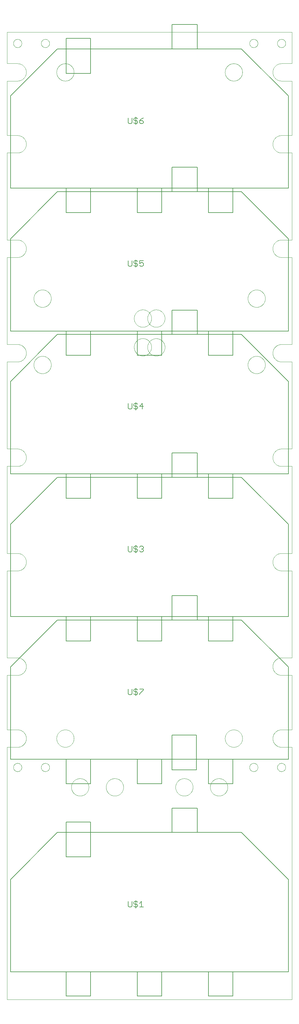
<source format=gto>
G75*
%MOIN*%
%OFA0B0*%
%FSLAX25Y25*%
%IPPOS*%
%LPD*%
%AMOC8*
5,1,8,0,0,1.08239X$1,22.5*
%
%ADD10C,0.00004*%
%ADD11C,0.00394*%
%ADD12C,0.00500*%
%ADD13C,0.00600*%
D10*
X0001200Y0001200D02*
X0324035Y0001200D01*
X0324035Y0286633D01*
X0312224Y0286633D01*
X0311984Y0286636D01*
X0311745Y0286645D01*
X0311506Y0286659D01*
X0311267Y0286680D01*
X0311028Y0286706D01*
X0310791Y0286738D01*
X0310554Y0286776D01*
X0310318Y0286819D01*
X0310084Y0286868D01*
X0309851Y0286923D01*
X0309619Y0286984D01*
X0309388Y0287050D01*
X0309160Y0287122D01*
X0308933Y0287200D01*
X0308708Y0287282D01*
X0308485Y0287371D01*
X0308264Y0287465D01*
X0308046Y0287564D01*
X0307830Y0287668D01*
X0307617Y0287778D01*
X0307407Y0287892D01*
X0307199Y0288012D01*
X0306994Y0288137D01*
X0306793Y0288267D01*
X0306595Y0288402D01*
X0306400Y0288541D01*
X0306208Y0288685D01*
X0306020Y0288834D01*
X0305836Y0288987D01*
X0305656Y0289145D01*
X0305479Y0289307D01*
X0305306Y0289474D01*
X0305138Y0289644D01*
X0304974Y0289819D01*
X0304814Y0289997D01*
X0304658Y0290180D01*
X0304507Y0290366D01*
X0304361Y0290556D01*
X0304219Y0290749D01*
X0304082Y0290945D01*
X0303949Y0291145D01*
X0303822Y0291348D01*
X0303700Y0291554D01*
X0303582Y0291764D01*
X0303470Y0291975D01*
X0303363Y0292190D01*
X0303261Y0292407D01*
X0303165Y0292626D01*
X0303074Y0292848D01*
X0302988Y0293072D01*
X0302908Y0293298D01*
X0302834Y0293526D01*
X0302765Y0293755D01*
X0302701Y0293986D01*
X0302643Y0294219D01*
X0302591Y0294453D01*
X0302545Y0294688D01*
X0302504Y0294924D01*
X0302469Y0295162D01*
X0302440Y0295399D01*
X0302417Y0295638D01*
X0302399Y0295877D01*
X0302388Y0296117D01*
X0302382Y0296356D01*
X0302382Y0296596D01*
X0302388Y0296835D01*
X0302399Y0297075D01*
X0302417Y0297314D01*
X0302440Y0297553D01*
X0302469Y0297790D01*
X0302504Y0298028D01*
X0302545Y0298264D01*
X0302591Y0298499D01*
X0302643Y0298733D01*
X0302701Y0298966D01*
X0302765Y0299197D01*
X0302834Y0299426D01*
X0302908Y0299654D01*
X0302988Y0299880D01*
X0303074Y0300104D01*
X0303165Y0300326D01*
X0303261Y0300545D01*
X0303363Y0300762D01*
X0303470Y0300977D01*
X0303582Y0301188D01*
X0303700Y0301398D01*
X0303822Y0301604D01*
X0303949Y0301807D01*
X0304082Y0302007D01*
X0304219Y0302203D01*
X0304361Y0302396D01*
X0304507Y0302586D01*
X0304658Y0302772D01*
X0304814Y0302955D01*
X0304974Y0303133D01*
X0305138Y0303308D01*
X0305306Y0303478D01*
X0305479Y0303645D01*
X0305656Y0303807D01*
X0305836Y0303965D01*
X0306020Y0304118D01*
X0306208Y0304267D01*
X0306400Y0304411D01*
X0306595Y0304550D01*
X0306793Y0304685D01*
X0306994Y0304815D01*
X0307199Y0304940D01*
X0307407Y0305060D01*
X0307617Y0305174D01*
X0307830Y0305284D01*
X0308046Y0305388D01*
X0308264Y0305487D01*
X0308485Y0305581D01*
X0308708Y0305670D01*
X0308933Y0305752D01*
X0309160Y0305830D01*
X0309388Y0305902D01*
X0309619Y0305968D01*
X0309851Y0306029D01*
X0310084Y0306084D01*
X0310318Y0306133D01*
X0310554Y0306176D01*
X0310791Y0306214D01*
X0311028Y0306246D01*
X0311267Y0306272D01*
X0311506Y0306293D01*
X0311745Y0306307D01*
X0311984Y0306316D01*
X0312224Y0306319D01*
X0312224Y0306318D02*
X0324035Y0306318D01*
X0324035Y0367932D01*
X0312224Y0367932D01*
X0311984Y0367935D01*
X0311745Y0367944D01*
X0311506Y0367958D01*
X0311267Y0367979D01*
X0311028Y0368005D01*
X0310791Y0368037D01*
X0310554Y0368075D01*
X0310318Y0368118D01*
X0310084Y0368167D01*
X0309851Y0368222D01*
X0309619Y0368283D01*
X0309388Y0368349D01*
X0309160Y0368421D01*
X0308933Y0368499D01*
X0308708Y0368581D01*
X0308485Y0368670D01*
X0308264Y0368764D01*
X0308046Y0368863D01*
X0307830Y0368967D01*
X0307617Y0369077D01*
X0307407Y0369191D01*
X0307199Y0369311D01*
X0306994Y0369436D01*
X0306793Y0369566D01*
X0306595Y0369701D01*
X0306400Y0369840D01*
X0306208Y0369984D01*
X0306020Y0370133D01*
X0305836Y0370286D01*
X0305656Y0370444D01*
X0305479Y0370606D01*
X0305306Y0370773D01*
X0305138Y0370943D01*
X0304974Y0371118D01*
X0304814Y0371296D01*
X0304658Y0371479D01*
X0304507Y0371665D01*
X0304361Y0371855D01*
X0304219Y0372048D01*
X0304082Y0372244D01*
X0303949Y0372444D01*
X0303822Y0372647D01*
X0303700Y0372853D01*
X0303582Y0373063D01*
X0303470Y0373274D01*
X0303363Y0373489D01*
X0303261Y0373706D01*
X0303165Y0373925D01*
X0303074Y0374147D01*
X0302988Y0374371D01*
X0302908Y0374597D01*
X0302834Y0374825D01*
X0302765Y0375054D01*
X0302701Y0375285D01*
X0302643Y0375518D01*
X0302591Y0375752D01*
X0302545Y0375987D01*
X0302504Y0376223D01*
X0302469Y0376461D01*
X0302440Y0376698D01*
X0302417Y0376937D01*
X0302399Y0377176D01*
X0302388Y0377416D01*
X0302382Y0377655D01*
X0302382Y0377895D01*
X0302388Y0378134D01*
X0302399Y0378374D01*
X0302417Y0378613D01*
X0302440Y0378852D01*
X0302469Y0379089D01*
X0302504Y0379327D01*
X0302545Y0379563D01*
X0302591Y0379798D01*
X0302643Y0380032D01*
X0302701Y0380265D01*
X0302765Y0380496D01*
X0302834Y0380725D01*
X0302908Y0380953D01*
X0302988Y0381179D01*
X0303074Y0381403D01*
X0303165Y0381625D01*
X0303261Y0381844D01*
X0303363Y0382061D01*
X0303470Y0382276D01*
X0303582Y0382487D01*
X0303700Y0382697D01*
X0303822Y0382903D01*
X0303949Y0383106D01*
X0304082Y0383306D01*
X0304219Y0383502D01*
X0304361Y0383695D01*
X0304507Y0383885D01*
X0304658Y0384071D01*
X0304814Y0384254D01*
X0304974Y0384432D01*
X0305138Y0384607D01*
X0305306Y0384777D01*
X0305479Y0384944D01*
X0305656Y0385106D01*
X0305836Y0385264D01*
X0306020Y0385417D01*
X0306208Y0385566D01*
X0306400Y0385710D01*
X0306595Y0385849D01*
X0306793Y0385984D01*
X0306994Y0386114D01*
X0307199Y0386239D01*
X0307407Y0386359D01*
X0307617Y0386473D01*
X0307830Y0386583D01*
X0308046Y0386687D01*
X0308264Y0386786D01*
X0308485Y0386880D01*
X0308708Y0386969D01*
X0308933Y0387051D01*
X0309160Y0387129D01*
X0309388Y0387201D01*
X0309619Y0387267D01*
X0309851Y0387328D01*
X0310084Y0387383D01*
X0310318Y0387432D01*
X0310554Y0387475D01*
X0310791Y0387513D01*
X0311028Y0387545D01*
X0311267Y0387571D01*
X0311506Y0387592D01*
X0311745Y0387606D01*
X0311984Y0387615D01*
X0312224Y0387618D01*
X0312224Y0387617D02*
X0324035Y0387617D01*
X0324035Y0486043D01*
X0312224Y0486043D01*
X0312224Y0486042D02*
X0311984Y0486045D01*
X0311745Y0486054D01*
X0311506Y0486068D01*
X0311267Y0486089D01*
X0311028Y0486115D01*
X0310791Y0486147D01*
X0310554Y0486185D01*
X0310318Y0486228D01*
X0310084Y0486277D01*
X0309851Y0486332D01*
X0309619Y0486393D01*
X0309388Y0486459D01*
X0309160Y0486531D01*
X0308933Y0486609D01*
X0308708Y0486691D01*
X0308485Y0486780D01*
X0308264Y0486874D01*
X0308046Y0486973D01*
X0307830Y0487077D01*
X0307617Y0487187D01*
X0307407Y0487301D01*
X0307199Y0487421D01*
X0306994Y0487546D01*
X0306793Y0487676D01*
X0306595Y0487811D01*
X0306400Y0487950D01*
X0306208Y0488094D01*
X0306020Y0488243D01*
X0305836Y0488396D01*
X0305656Y0488554D01*
X0305479Y0488716D01*
X0305306Y0488883D01*
X0305138Y0489053D01*
X0304974Y0489228D01*
X0304814Y0489406D01*
X0304658Y0489589D01*
X0304507Y0489775D01*
X0304361Y0489965D01*
X0304219Y0490158D01*
X0304082Y0490354D01*
X0303949Y0490554D01*
X0303822Y0490757D01*
X0303700Y0490963D01*
X0303582Y0491173D01*
X0303470Y0491384D01*
X0303363Y0491599D01*
X0303261Y0491816D01*
X0303165Y0492035D01*
X0303074Y0492257D01*
X0302988Y0492481D01*
X0302908Y0492707D01*
X0302834Y0492935D01*
X0302765Y0493164D01*
X0302701Y0493395D01*
X0302643Y0493628D01*
X0302591Y0493862D01*
X0302545Y0494097D01*
X0302504Y0494333D01*
X0302469Y0494571D01*
X0302440Y0494808D01*
X0302417Y0495047D01*
X0302399Y0495286D01*
X0302388Y0495526D01*
X0302382Y0495765D01*
X0302382Y0496005D01*
X0302388Y0496244D01*
X0302399Y0496484D01*
X0302417Y0496723D01*
X0302440Y0496962D01*
X0302469Y0497199D01*
X0302504Y0497437D01*
X0302545Y0497673D01*
X0302591Y0497908D01*
X0302643Y0498142D01*
X0302701Y0498375D01*
X0302765Y0498606D01*
X0302834Y0498835D01*
X0302908Y0499063D01*
X0302988Y0499289D01*
X0303074Y0499513D01*
X0303165Y0499735D01*
X0303261Y0499954D01*
X0303363Y0500171D01*
X0303470Y0500386D01*
X0303582Y0500597D01*
X0303700Y0500807D01*
X0303822Y0501013D01*
X0303949Y0501216D01*
X0304082Y0501416D01*
X0304219Y0501612D01*
X0304361Y0501805D01*
X0304507Y0501995D01*
X0304658Y0502181D01*
X0304814Y0502364D01*
X0304974Y0502542D01*
X0305138Y0502717D01*
X0305306Y0502887D01*
X0305479Y0503054D01*
X0305656Y0503216D01*
X0305836Y0503374D01*
X0306020Y0503527D01*
X0306208Y0503676D01*
X0306400Y0503820D01*
X0306595Y0503959D01*
X0306793Y0504094D01*
X0306994Y0504224D01*
X0307199Y0504349D01*
X0307407Y0504469D01*
X0307617Y0504583D01*
X0307830Y0504693D01*
X0308046Y0504797D01*
X0308264Y0504896D01*
X0308485Y0504990D01*
X0308708Y0505079D01*
X0308933Y0505161D01*
X0309160Y0505239D01*
X0309388Y0505311D01*
X0309619Y0505377D01*
X0309851Y0505438D01*
X0310084Y0505493D01*
X0310318Y0505542D01*
X0310554Y0505585D01*
X0310791Y0505623D01*
X0311028Y0505655D01*
X0311267Y0505681D01*
X0311506Y0505702D01*
X0311745Y0505716D01*
X0311984Y0505725D01*
X0312224Y0505728D01*
X0324035Y0505728D01*
X0324035Y0604153D01*
X0312224Y0604153D01*
X0312224Y0604152D02*
X0311984Y0604155D01*
X0311745Y0604164D01*
X0311506Y0604178D01*
X0311267Y0604199D01*
X0311028Y0604225D01*
X0310791Y0604257D01*
X0310554Y0604295D01*
X0310318Y0604338D01*
X0310084Y0604387D01*
X0309851Y0604442D01*
X0309619Y0604503D01*
X0309388Y0604569D01*
X0309160Y0604641D01*
X0308933Y0604719D01*
X0308708Y0604801D01*
X0308485Y0604890D01*
X0308264Y0604984D01*
X0308046Y0605083D01*
X0307830Y0605187D01*
X0307617Y0605297D01*
X0307407Y0605411D01*
X0307199Y0605531D01*
X0306994Y0605656D01*
X0306793Y0605786D01*
X0306595Y0605921D01*
X0306400Y0606060D01*
X0306208Y0606204D01*
X0306020Y0606353D01*
X0305836Y0606506D01*
X0305656Y0606664D01*
X0305479Y0606826D01*
X0305306Y0606993D01*
X0305138Y0607163D01*
X0304974Y0607338D01*
X0304814Y0607516D01*
X0304658Y0607699D01*
X0304507Y0607885D01*
X0304361Y0608075D01*
X0304219Y0608268D01*
X0304082Y0608464D01*
X0303949Y0608664D01*
X0303822Y0608867D01*
X0303700Y0609074D01*
X0303582Y0609283D01*
X0303470Y0609494D01*
X0303363Y0609709D01*
X0303261Y0609926D01*
X0303165Y0610145D01*
X0303074Y0610367D01*
X0302988Y0610591D01*
X0302908Y0610817D01*
X0302834Y0611045D01*
X0302765Y0611274D01*
X0302701Y0611505D01*
X0302643Y0611738D01*
X0302591Y0611972D01*
X0302545Y0612207D01*
X0302504Y0612443D01*
X0302469Y0612681D01*
X0302440Y0612918D01*
X0302417Y0613157D01*
X0302399Y0613396D01*
X0302388Y0613636D01*
X0302382Y0613875D01*
X0302382Y0614115D01*
X0302388Y0614354D01*
X0302399Y0614594D01*
X0302417Y0614833D01*
X0302440Y0615072D01*
X0302469Y0615309D01*
X0302504Y0615547D01*
X0302545Y0615783D01*
X0302591Y0616018D01*
X0302643Y0616252D01*
X0302701Y0616485D01*
X0302765Y0616716D01*
X0302834Y0616945D01*
X0302908Y0617173D01*
X0302988Y0617399D01*
X0303074Y0617623D01*
X0303165Y0617845D01*
X0303261Y0618064D01*
X0303363Y0618281D01*
X0303470Y0618496D01*
X0303582Y0618707D01*
X0303700Y0618917D01*
X0303822Y0619123D01*
X0303949Y0619326D01*
X0304082Y0619526D01*
X0304219Y0619722D01*
X0304361Y0619915D01*
X0304507Y0620105D01*
X0304658Y0620291D01*
X0304814Y0620474D01*
X0304974Y0620652D01*
X0305138Y0620827D01*
X0305306Y0620997D01*
X0305479Y0621164D01*
X0305656Y0621326D01*
X0305836Y0621484D01*
X0306020Y0621637D01*
X0306208Y0621786D01*
X0306400Y0621930D01*
X0306595Y0622069D01*
X0306793Y0622204D01*
X0306994Y0622334D01*
X0307199Y0622459D01*
X0307407Y0622579D01*
X0307617Y0622693D01*
X0307830Y0622803D01*
X0308046Y0622907D01*
X0308264Y0623006D01*
X0308485Y0623100D01*
X0308708Y0623189D01*
X0308933Y0623271D01*
X0309160Y0623349D01*
X0309388Y0623421D01*
X0309619Y0623487D01*
X0309851Y0623548D01*
X0310084Y0623603D01*
X0310318Y0623652D01*
X0310554Y0623695D01*
X0310791Y0623733D01*
X0311028Y0623765D01*
X0311267Y0623791D01*
X0311506Y0623812D01*
X0311745Y0623826D01*
X0311984Y0623835D01*
X0312224Y0623838D01*
X0324035Y0623838D01*
X0324035Y0722263D01*
X0312224Y0722263D01*
X0311984Y0722266D01*
X0311745Y0722275D01*
X0311506Y0722289D01*
X0311267Y0722310D01*
X0311028Y0722336D01*
X0310791Y0722368D01*
X0310554Y0722406D01*
X0310318Y0722449D01*
X0310084Y0722498D01*
X0309851Y0722553D01*
X0309619Y0722614D01*
X0309388Y0722680D01*
X0309160Y0722752D01*
X0308933Y0722830D01*
X0308708Y0722912D01*
X0308485Y0723001D01*
X0308264Y0723095D01*
X0308046Y0723194D01*
X0307830Y0723298D01*
X0307617Y0723408D01*
X0307407Y0723522D01*
X0307199Y0723642D01*
X0306994Y0723767D01*
X0306793Y0723897D01*
X0306595Y0724032D01*
X0306400Y0724171D01*
X0306208Y0724315D01*
X0306020Y0724464D01*
X0305836Y0724617D01*
X0305656Y0724775D01*
X0305479Y0724937D01*
X0305306Y0725104D01*
X0305138Y0725274D01*
X0304974Y0725449D01*
X0304814Y0725627D01*
X0304658Y0725810D01*
X0304507Y0725996D01*
X0304361Y0726186D01*
X0304219Y0726379D01*
X0304082Y0726575D01*
X0303949Y0726775D01*
X0303822Y0726978D01*
X0303700Y0727185D01*
X0303582Y0727394D01*
X0303470Y0727605D01*
X0303363Y0727820D01*
X0303261Y0728037D01*
X0303165Y0728256D01*
X0303074Y0728478D01*
X0302988Y0728702D01*
X0302908Y0728928D01*
X0302834Y0729156D01*
X0302765Y0729385D01*
X0302701Y0729616D01*
X0302643Y0729849D01*
X0302591Y0730083D01*
X0302545Y0730318D01*
X0302504Y0730554D01*
X0302469Y0730792D01*
X0302440Y0731029D01*
X0302417Y0731268D01*
X0302399Y0731507D01*
X0302388Y0731747D01*
X0302382Y0731986D01*
X0302382Y0732226D01*
X0302388Y0732465D01*
X0302399Y0732705D01*
X0302417Y0732944D01*
X0302440Y0733183D01*
X0302469Y0733420D01*
X0302504Y0733658D01*
X0302545Y0733894D01*
X0302591Y0734129D01*
X0302643Y0734363D01*
X0302701Y0734596D01*
X0302765Y0734827D01*
X0302834Y0735056D01*
X0302908Y0735284D01*
X0302988Y0735510D01*
X0303074Y0735734D01*
X0303165Y0735956D01*
X0303261Y0736175D01*
X0303363Y0736392D01*
X0303470Y0736607D01*
X0303582Y0736818D01*
X0303700Y0737028D01*
X0303822Y0737234D01*
X0303949Y0737437D01*
X0304082Y0737637D01*
X0304219Y0737833D01*
X0304361Y0738026D01*
X0304507Y0738216D01*
X0304658Y0738402D01*
X0304814Y0738585D01*
X0304974Y0738763D01*
X0305138Y0738938D01*
X0305306Y0739108D01*
X0305479Y0739275D01*
X0305656Y0739437D01*
X0305836Y0739595D01*
X0306020Y0739748D01*
X0306208Y0739897D01*
X0306400Y0740041D01*
X0306595Y0740180D01*
X0306793Y0740315D01*
X0306994Y0740445D01*
X0307199Y0740570D01*
X0307407Y0740690D01*
X0307617Y0740804D01*
X0307830Y0740914D01*
X0308046Y0741018D01*
X0308264Y0741117D01*
X0308485Y0741211D01*
X0308708Y0741300D01*
X0308933Y0741382D01*
X0309160Y0741460D01*
X0309388Y0741532D01*
X0309619Y0741598D01*
X0309851Y0741659D01*
X0310084Y0741714D01*
X0310318Y0741763D01*
X0310554Y0741806D01*
X0310791Y0741844D01*
X0311028Y0741876D01*
X0311267Y0741902D01*
X0311506Y0741923D01*
X0311745Y0741937D01*
X0311984Y0741946D01*
X0312224Y0741949D01*
X0312224Y0741948D02*
X0324035Y0741948D01*
X0324035Y0840373D01*
X0312224Y0840373D01*
X0311984Y0840376D01*
X0311745Y0840385D01*
X0311506Y0840399D01*
X0311267Y0840420D01*
X0311028Y0840446D01*
X0310791Y0840478D01*
X0310554Y0840516D01*
X0310318Y0840559D01*
X0310084Y0840608D01*
X0309851Y0840663D01*
X0309619Y0840724D01*
X0309388Y0840790D01*
X0309160Y0840862D01*
X0308933Y0840940D01*
X0308708Y0841022D01*
X0308485Y0841111D01*
X0308264Y0841205D01*
X0308046Y0841304D01*
X0307830Y0841408D01*
X0307617Y0841518D01*
X0307407Y0841632D01*
X0307199Y0841752D01*
X0306994Y0841877D01*
X0306793Y0842007D01*
X0306595Y0842142D01*
X0306400Y0842281D01*
X0306208Y0842425D01*
X0306020Y0842574D01*
X0305836Y0842727D01*
X0305656Y0842885D01*
X0305479Y0843047D01*
X0305306Y0843214D01*
X0305138Y0843384D01*
X0304974Y0843559D01*
X0304814Y0843737D01*
X0304658Y0843920D01*
X0304507Y0844106D01*
X0304361Y0844296D01*
X0304219Y0844489D01*
X0304082Y0844685D01*
X0303949Y0844885D01*
X0303822Y0845088D01*
X0303700Y0845295D01*
X0303582Y0845504D01*
X0303470Y0845715D01*
X0303363Y0845930D01*
X0303261Y0846147D01*
X0303165Y0846366D01*
X0303074Y0846588D01*
X0302988Y0846812D01*
X0302908Y0847038D01*
X0302834Y0847266D01*
X0302765Y0847495D01*
X0302701Y0847726D01*
X0302643Y0847959D01*
X0302591Y0848193D01*
X0302545Y0848428D01*
X0302504Y0848664D01*
X0302469Y0848902D01*
X0302440Y0849139D01*
X0302417Y0849378D01*
X0302399Y0849617D01*
X0302388Y0849857D01*
X0302382Y0850096D01*
X0302382Y0850336D01*
X0302388Y0850575D01*
X0302399Y0850815D01*
X0302417Y0851054D01*
X0302440Y0851293D01*
X0302469Y0851530D01*
X0302504Y0851768D01*
X0302545Y0852004D01*
X0302591Y0852239D01*
X0302643Y0852473D01*
X0302701Y0852706D01*
X0302765Y0852937D01*
X0302834Y0853166D01*
X0302908Y0853394D01*
X0302988Y0853620D01*
X0303074Y0853844D01*
X0303165Y0854066D01*
X0303261Y0854285D01*
X0303363Y0854502D01*
X0303470Y0854717D01*
X0303582Y0854928D01*
X0303700Y0855138D01*
X0303822Y0855344D01*
X0303949Y0855547D01*
X0304082Y0855747D01*
X0304219Y0855943D01*
X0304361Y0856136D01*
X0304507Y0856326D01*
X0304658Y0856512D01*
X0304814Y0856695D01*
X0304974Y0856873D01*
X0305138Y0857048D01*
X0305306Y0857218D01*
X0305479Y0857385D01*
X0305656Y0857547D01*
X0305836Y0857705D01*
X0306020Y0857858D01*
X0306208Y0858007D01*
X0306400Y0858151D01*
X0306595Y0858290D01*
X0306793Y0858425D01*
X0306994Y0858555D01*
X0307199Y0858680D01*
X0307407Y0858800D01*
X0307617Y0858914D01*
X0307830Y0859024D01*
X0308046Y0859128D01*
X0308264Y0859227D01*
X0308485Y0859321D01*
X0308708Y0859410D01*
X0308933Y0859492D01*
X0309160Y0859570D01*
X0309388Y0859642D01*
X0309619Y0859708D01*
X0309851Y0859769D01*
X0310084Y0859824D01*
X0310318Y0859873D01*
X0310554Y0859916D01*
X0310791Y0859954D01*
X0311028Y0859986D01*
X0311267Y0860012D01*
X0311506Y0860033D01*
X0311745Y0860047D01*
X0311984Y0860056D01*
X0312224Y0860059D01*
X0312224Y0860058D02*
X0324035Y0860058D01*
X0324035Y0958483D01*
X0312224Y0958483D01*
X0311984Y0958486D01*
X0311745Y0958495D01*
X0311506Y0958509D01*
X0311267Y0958530D01*
X0311028Y0958556D01*
X0310791Y0958588D01*
X0310554Y0958626D01*
X0310318Y0958669D01*
X0310084Y0958718D01*
X0309851Y0958773D01*
X0309619Y0958834D01*
X0309388Y0958900D01*
X0309160Y0958972D01*
X0308933Y0959050D01*
X0308708Y0959132D01*
X0308485Y0959221D01*
X0308264Y0959315D01*
X0308046Y0959414D01*
X0307830Y0959518D01*
X0307617Y0959628D01*
X0307407Y0959742D01*
X0307199Y0959862D01*
X0306994Y0959987D01*
X0306793Y0960117D01*
X0306595Y0960252D01*
X0306400Y0960391D01*
X0306208Y0960535D01*
X0306020Y0960684D01*
X0305836Y0960837D01*
X0305656Y0960995D01*
X0305479Y0961157D01*
X0305306Y0961324D01*
X0305138Y0961494D01*
X0304974Y0961669D01*
X0304814Y0961847D01*
X0304658Y0962030D01*
X0304507Y0962216D01*
X0304361Y0962406D01*
X0304219Y0962599D01*
X0304082Y0962795D01*
X0303949Y0962995D01*
X0303822Y0963198D01*
X0303700Y0963405D01*
X0303582Y0963614D01*
X0303470Y0963825D01*
X0303363Y0964040D01*
X0303261Y0964257D01*
X0303165Y0964476D01*
X0303074Y0964698D01*
X0302988Y0964922D01*
X0302908Y0965148D01*
X0302834Y0965376D01*
X0302765Y0965605D01*
X0302701Y0965836D01*
X0302643Y0966069D01*
X0302591Y0966303D01*
X0302545Y0966538D01*
X0302504Y0966774D01*
X0302469Y0967012D01*
X0302440Y0967249D01*
X0302417Y0967488D01*
X0302399Y0967727D01*
X0302388Y0967967D01*
X0302382Y0968206D01*
X0302382Y0968446D01*
X0302388Y0968685D01*
X0302399Y0968925D01*
X0302417Y0969164D01*
X0302440Y0969403D01*
X0302469Y0969640D01*
X0302504Y0969878D01*
X0302545Y0970114D01*
X0302591Y0970349D01*
X0302643Y0970583D01*
X0302701Y0970816D01*
X0302765Y0971047D01*
X0302834Y0971276D01*
X0302908Y0971504D01*
X0302988Y0971730D01*
X0303074Y0971954D01*
X0303165Y0972176D01*
X0303261Y0972395D01*
X0303363Y0972612D01*
X0303470Y0972827D01*
X0303582Y0973038D01*
X0303700Y0973248D01*
X0303822Y0973454D01*
X0303949Y0973657D01*
X0304082Y0973857D01*
X0304219Y0974053D01*
X0304361Y0974246D01*
X0304507Y0974436D01*
X0304658Y0974622D01*
X0304814Y0974805D01*
X0304974Y0974983D01*
X0305138Y0975158D01*
X0305306Y0975328D01*
X0305479Y0975495D01*
X0305656Y0975657D01*
X0305836Y0975815D01*
X0306020Y0975968D01*
X0306208Y0976117D01*
X0306400Y0976261D01*
X0306595Y0976400D01*
X0306793Y0976535D01*
X0306994Y0976665D01*
X0307199Y0976790D01*
X0307407Y0976910D01*
X0307617Y0977024D01*
X0307830Y0977134D01*
X0308046Y0977238D01*
X0308264Y0977337D01*
X0308485Y0977431D01*
X0308708Y0977520D01*
X0308933Y0977602D01*
X0309160Y0977680D01*
X0309388Y0977752D01*
X0309619Y0977818D01*
X0309851Y0977879D01*
X0310084Y0977934D01*
X0310318Y0977983D01*
X0310554Y0978026D01*
X0310791Y0978064D01*
X0311028Y0978096D01*
X0311267Y0978122D01*
X0311506Y0978143D01*
X0311745Y0978157D01*
X0311984Y0978166D01*
X0312224Y0978169D01*
X0324035Y0978169D01*
X0324035Y1039783D01*
X0312224Y1039783D01*
X0312224Y1039782D02*
X0311984Y1039785D01*
X0311745Y1039794D01*
X0311506Y1039808D01*
X0311267Y1039829D01*
X0311028Y1039855D01*
X0310791Y1039887D01*
X0310554Y1039925D01*
X0310318Y1039968D01*
X0310084Y1040017D01*
X0309851Y1040072D01*
X0309619Y1040133D01*
X0309388Y1040199D01*
X0309160Y1040271D01*
X0308933Y1040349D01*
X0308708Y1040431D01*
X0308485Y1040520D01*
X0308264Y1040614D01*
X0308046Y1040713D01*
X0307830Y1040817D01*
X0307617Y1040927D01*
X0307407Y1041041D01*
X0307199Y1041161D01*
X0306994Y1041286D01*
X0306793Y1041416D01*
X0306595Y1041551D01*
X0306400Y1041690D01*
X0306208Y1041834D01*
X0306020Y1041983D01*
X0305836Y1042136D01*
X0305656Y1042294D01*
X0305479Y1042456D01*
X0305306Y1042623D01*
X0305138Y1042793D01*
X0304974Y1042968D01*
X0304814Y1043146D01*
X0304658Y1043329D01*
X0304507Y1043515D01*
X0304361Y1043705D01*
X0304219Y1043898D01*
X0304082Y1044094D01*
X0303949Y1044294D01*
X0303822Y1044497D01*
X0303700Y1044704D01*
X0303582Y1044913D01*
X0303470Y1045124D01*
X0303363Y1045339D01*
X0303261Y1045556D01*
X0303165Y1045775D01*
X0303074Y1045997D01*
X0302988Y1046221D01*
X0302908Y1046447D01*
X0302834Y1046675D01*
X0302765Y1046904D01*
X0302701Y1047135D01*
X0302643Y1047368D01*
X0302591Y1047602D01*
X0302545Y1047837D01*
X0302504Y1048073D01*
X0302469Y1048311D01*
X0302440Y1048548D01*
X0302417Y1048787D01*
X0302399Y1049026D01*
X0302388Y1049266D01*
X0302382Y1049505D01*
X0302382Y1049745D01*
X0302388Y1049984D01*
X0302399Y1050224D01*
X0302417Y1050463D01*
X0302440Y1050702D01*
X0302469Y1050939D01*
X0302504Y1051177D01*
X0302545Y1051413D01*
X0302591Y1051648D01*
X0302643Y1051882D01*
X0302701Y1052115D01*
X0302765Y1052346D01*
X0302834Y1052575D01*
X0302908Y1052803D01*
X0302988Y1053029D01*
X0303074Y1053253D01*
X0303165Y1053475D01*
X0303261Y1053694D01*
X0303363Y1053911D01*
X0303470Y1054126D01*
X0303582Y1054337D01*
X0303700Y1054547D01*
X0303822Y1054753D01*
X0303949Y1054956D01*
X0304082Y1055156D01*
X0304219Y1055352D01*
X0304361Y1055545D01*
X0304507Y1055735D01*
X0304658Y1055921D01*
X0304814Y1056104D01*
X0304974Y1056282D01*
X0305138Y1056457D01*
X0305306Y1056627D01*
X0305479Y1056794D01*
X0305656Y1056956D01*
X0305836Y1057114D01*
X0306020Y1057267D01*
X0306208Y1057416D01*
X0306400Y1057560D01*
X0306595Y1057699D01*
X0306793Y1057834D01*
X0306994Y1057964D01*
X0307199Y1058089D01*
X0307407Y1058209D01*
X0307617Y1058323D01*
X0307830Y1058433D01*
X0308046Y1058537D01*
X0308264Y1058636D01*
X0308485Y1058730D01*
X0308708Y1058819D01*
X0308933Y1058901D01*
X0309160Y1058979D01*
X0309388Y1059051D01*
X0309619Y1059117D01*
X0309851Y1059178D01*
X0310084Y1059233D01*
X0310318Y1059282D01*
X0310554Y1059325D01*
X0310791Y1059363D01*
X0311028Y1059395D01*
X0311267Y1059421D01*
X0311506Y1059442D01*
X0311745Y1059456D01*
X0311984Y1059465D01*
X0312224Y1059468D01*
X0324035Y1059468D01*
X0324035Y1094901D01*
X0001200Y1094901D01*
X0001200Y1059468D01*
X0013011Y1059468D01*
X0013251Y1059465D01*
X0013490Y1059456D01*
X0013729Y1059442D01*
X0013968Y1059421D01*
X0014207Y1059395D01*
X0014444Y1059363D01*
X0014681Y1059325D01*
X0014917Y1059282D01*
X0015151Y1059233D01*
X0015384Y1059178D01*
X0015616Y1059117D01*
X0015847Y1059051D01*
X0016075Y1058979D01*
X0016302Y1058901D01*
X0016527Y1058819D01*
X0016750Y1058730D01*
X0016971Y1058636D01*
X0017189Y1058537D01*
X0017405Y1058433D01*
X0017618Y1058323D01*
X0017828Y1058209D01*
X0018036Y1058089D01*
X0018241Y1057964D01*
X0018442Y1057834D01*
X0018640Y1057699D01*
X0018835Y1057560D01*
X0019027Y1057416D01*
X0019215Y1057267D01*
X0019399Y1057114D01*
X0019579Y1056956D01*
X0019756Y1056794D01*
X0019929Y1056627D01*
X0020097Y1056457D01*
X0020261Y1056282D01*
X0020421Y1056104D01*
X0020577Y1055921D01*
X0020728Y1055735D01*
X0020874Y1055545D01*
X0021016Y1055352D01*
X0021153Y1055156D01*
X0021286Y1054956D01*
X0021413Y1054753D01*
X0021535Y1054547D01*
X0021653Y1054337D01*
X0021765Y1054126D01*
X0021872Y1053911D01*
X0021974Y1053694D01*
X0022070Y1053475D01*
X0022161Y1053253D01*
X0022247Y1053029D01*
X0022327Y1052803D01*
X0022401Y1052575D01*
X0022470Y1052346D01*
X0022534Y1052115D01*
X0022592Y1051882D01*
X0022644Y1051648D01*
X0022690Y1051413D01*
X0022731Y1051177D01*
X0022766Y1050939D01*
X0022795Y1050702D01*
X0022818Y1050463D01*
X0022836Y1050224D01*
X0022847Y1049984D01*
X0022853Y1049745D01*
X0022853Y1049505D01*
X0022847Y1049266D01*
X0022836Y1049026D01*
X0022818Y1048787D01*
X0022795Y1048548D01*
X0022766Y1048311D01*
X0022731Y1048073D01*
X0022690Y1047837D01*
X0022644Y1047602D01*
X0022592Y1047368D01*
X0022534Y1047135D01*
X0022470Y1046904D01*
X0022401Y1046675D01*
X0022327Y1046447D01*
X0022247Y1046221D01*
X0022161Y1045997D01*
X0022070Y1045775D01*
X0021974Y1045556D01*
X0021872Y1045339D01*
X0021765Y1045124D01*
X0021653Y1044913D01*
X0021535Y1044704D01*
X0021413Y1044497D01*
X0021286Y1044294D01*
X0021153Y1044094D01*
X0021016Y1043898D01*
X0020874Y1043705D01*
X0020728Y1043515D01*
X0020577Y1043329D01*
X0020421Y1043146D01*
X0020261Y1042968D01*
X0020097Y1042793D01*
X0019929Y1042623D01*
X0019756Y1042456D01*
X0019579Y1042294D01*
X0019399Y1042136D01*
X0019215Y1041983D01*
X0019027Y1041834D01*
X0018835Y1041690D01*
X0018640Y1041551D01*
X0018442Y1041416D01*
X0018241Y1041286D01*
X0018036Y1041161D01*
X0017828Y1041041D01*
X0017618Y1040927D01*
X0017405Y1040817D01*
X0017189Y1040713D01*
X0016971Y1040614D01*
X0016750Y1040520D01*
X0016527Y1040431D01*
X0016302Y1040349D01*
X0016075Y1040271D01*
X0015847Y1040199D01*
X0015616Y1040133D01*
X0015384Y1040072D01*
X0015151Y1040017D01*
X0014917Y1039968D01*
X0014681Y1039925D01*
X0014444Y1039887D01*
X0014207Y1039855D01*
X0013968Y1039829D01*
X0013729Y1039808D01*
X0013490Y1039794D01*
X0013251Y1039785D01*
X0013011Y1039782D01*
X0013011Y1039783D02*
X0001200Y1039783D01*
X0001200Y0978169D01*
X0013011Y0978169D01*
X0013251Y0978166D01*
X0013490Y0978157D01*
X0013729Y0978143D01*
X0013968Y0978122D01*
X0014207Y0978096D01*
X0014444Y0978064D01*
X0014681Y0978026D01*
X0014917Y0977983D01*
X0015151Y0977934D01*
X0015384Y0977879D01*
X0015616Y0977818D01*
X0015847Y0977752D01*
X0016075Y0977680D01*
X0016302Y0977602D01*
X0016527Y0977520D01*
X0016750Y0977431D01*
X0016971Y0977337D01*
X0017189Y0977238D01*
X0017405Y0977134D01*
X0017618Y0977024D01*
X0017828Y0976910D01*
X0018036Y0976790D01*
X0018241Y0976665D01*
X0018442Y0976535D01*
X0018640Y0976400D01*
X0018835Y0976261D01*
X0019027Y0976117D01*
X0019215Y0975968D01*
X0019399Y0975815D01*
X0019579Y0975657D01*
X0019756Y0975495D01*
X0019929Y0975328D01*
X0020097Y0975158D01*
X0020261Y0974983D01*
X0020421Y0974805D01*
X0020577Y0974622D01*
X0020728Y0974436D01*
X0020874Y0974246D01*
X0021016Y0974053D01*
X0021153Y0973857D01*
X0021286Y0973657D01*
X0021413Y0973454D01*
X0021535Y0973248D01*
X0021653Y0973038D01*
X0021765Y0972827D01*
X0021872Y0972612D01*
X0021974Y0972395D01*
X0022070Y0972176D01*
X0022161Y0971954D01*
X0022247Y0971730D01*
X0022327Y0971504D01*
X0022401Y0971276D01*
X0022470Y0971047D01*
X0022534Y0970816D01*
X0022592Y0970583D01*
X0022644Y0970349D01*
X0022690Y0970114D01*
X0022731Y0969878D01*
X0022766Y0969640D01*
X0022795Y0969403D01*
X0022818Y0969164D01*
X0022836Y0968925D01*
X0022847Y0968685D01*
X0022853Y0968446D01*
X0022853Y0968206D01*
X0022847Y0967967D01*
X0022836Y0967727D01*
X0022818Y0967488D01*
X0022795Y0967249D01*
X0022766Y0967012D01*
X0022731Y0966774D01*
X0022690Y0966538D01*
X0022644Y0966303D01*
X0022592Y0966069D01*
X0022534Y0965836D01*
X0022470Y0965605D01*
X0022401Y0965376D01*
X0022327Y0965148D01*
X0022247Y0964922D01*
X0022161Y0964698D01*
X0022070Y0964476D01*
X0021974Y0964257D01*
X0021872Y0964040D01*
X0021765Y0963825D01*
X0021653Y0963614D01*
X0021535Y0963405D01*
X0021413Y0963198D01*
X0021286Y0962995D01*
X0021153Y0962795D01*
X0021016Y0962599D01*
X0020874Y0962406D01*
X0020728Y0962216D01*
X0020577Y0962030D01*
X0020421Y0961847D01*
X0020261Y0961669D01*
X0020097Y0961494D01*
X0019929Y0961324D01*
X0019756Y0961157D01*
X0019579Y0960995D01*
X0019399Y0960837D01*
X0019215Y0960684D01*
X0019027Y0960535D01*
X0018835Y0960391D01*
X0018640Y0960252D01*
X0018442Y0960117D01*
X0018241Y0959987D01*
X0018036Y0959862D01*
X0017828Y0959742D01*
X0017618Y0959628D01*
X0017405Y0959518D01*
X0017189Y0959414D01*
X0016971Y0959315D01*
X0016750Y0959221D01*
X0016527Y0959132D01*
X0016302Y0959050D01*
X0016075Y0958972D01*
X0015847Y0958900D01*
X0015616Y0958834D01*
X0015384Y0958773D01*
X0015151Y0958718D01*
X0014917Y0958669D01*
X0014681Y0958626D01*
X0014444Y0958588D01*
X0014207Y0958556D01*
X0013968Y0958530D01*
X0013729Y0958509D01*
X0013490Y0958495D01*
X0013251Y0958486D01*
X0013011Y0958483D01*
X0001200Y0958483D01*
X0001200Y0860058D01*
X0013011Y0860058D01*
X0013011Y0860059D02*
X0013251Y0860056D01*
X0013490Y0860047D01*
X0013729Y0860033D01*
X0013968Y0860012D01*
X0014207Y0859986D01*
X0014444Y0859954D01*
X0014681Y0859916D01*
X0014917Y0859873D01*
X0015151Y0859824D01*
X0015384Y0859769D01*
X0015616Y0859708D01*
X0015847Y0859642D01*
X0016075Y0859570D01*
X0016302Y0859492D01*
X0016527Y0859410D01*
X0016750Y0859321D01*
X0016971Y0859227D01*
X0017189Y0859128D01*
X0017405Y0859024D01*
X0017618Y0858914D01*
X0017828Y0858800D01*
X0018036Y0858680D01*
X0018241Y0858555D01*
X0018442Y0858425D01*
X0018640Y0858290D01*
X0018835Y0858151D01*
X0019027Y0858007D01*
X0019215Y0857858D01*
X0019399Y0857705D01*
X0019579Y0857547D01*
X0019756Y0857385D01*
X0019929Y0857218D01*
X0020097Y0857048D01*
X0020261Y0856873D01*
X0020421Y0856695D01*
X0020577Y0856512D01*
X0020728Y0856326D01*
X0020874Y0856136D01*
X0021016Y0855943D01*
X0021153Y0855747D01*
X0021286Y0855547D01*
X0021413Y0855344D01*
X0021535Y0855138D01*
X0021653Y0854928D01*
X0021765Y0854717D01*
X0021872Y0854502D01*
X0021974Y0854285D01*
X0022070Y0854066D01*
X0022161Y0853844D01*
X0022247Y0853620D01*
X0022327Y0853394D01*
X0022401Y0853166D01*
X0022470Y0852937D01*
X0022534Y0852706D01*
X0022592Y0852473D01*
X0022644Y0852239D01*
X0022690Y0852004D01*
X0022731Y0851768D01*
X0022766Y0851530D01*
X0022795Y0851293D01*
X0022818Y0851054D01*
X0022836Y0850815D01*
X0022847Y0850575D01*
X0022853Y0850336D01*
X0022853Y0850096D01*
X0022847Y0849857D01*
X0022836Y0849617D01*
X0022818Y0849378D01*
X0022795Y0849139D01*
X0022766Y0848902D01*
X0022731Y0848664D01*
X0022690Y0848428D01*
X0022644Y0848193D01*
X0022592Y0847959D01*
X0022534Y0847726D01*
X0022470Y0847495D01*
X0022401Y0847266D01*
X0022327Y0847038D01*
X0022247Y0846812D01*
X0022161Y0846588D01*
X0022070Y0846366D01*
X0021974Y0846147D01*
X0021872Y0845930D01*
X0021765Y0845715D01*
X0021653Y0845504D01*
X0021535Y0845295D01*
X0021413Y0845088D01*
X0021286Y0844885D01*
X0021153Y0844685D01*
X0021016Y0844489D01*
X0020874Y0844296D01*
X0020728Y0844106D01*
X0020577Y0843920D01*
X0020421Y0843737D01*
X0020261Y0843559D01*
X0020097Y0843384D01*
X0019929Y0843214D01*
X0019756Y0843047D01*
X0019579Y0842885D01*
X0019399Y0842727D01*
X0019215Y0842574D01*
X0019027Y0842425D01*
X0018835Y0842281D01*
X0018640Y0842142D01*
X0018442Y0842007D01*
X0018241Y0841877D01*
X0018036Y0841752D01*
X0017828Y0841632D01*
X0017618Y0841518D01*
X0017405Y0841408D01*
X0017189Y0841304D01*
X0016971Y0841205D01*
X0016750Y0841111D01*
X0016527Y0841022D01*
X0016302Y0840940D01*
X0016075Y0840862D01*
X0015847Y0840790D01*
X0015616Y0840724D01*
X0015384Y0840663D01*
X0015151Y0840608D01*
X0014917Y0840559D01*
X0014681Y0840516D01*
X0014444Y0840478D01*
X0014207Y0840446D01*
X0013968Y0840420D01*
X0013729Y0840399D01*
X0013490Y0840385D01*
X0013251Y0840376D01*
X0013011Y0840373D01*
X0001200Y0840373D01*
X0001200Y0741948D01*
X0013011Y0741948D01*
X0013011Y0741949D02*
X0013251Y0741946D01*
X0013490Y0741937D01*
X0013729Y0741923D01*
X0013968Y0741902D01*
X0014207Y0741876D01*
X0014444Y0741844D01*
X0014681Y0741806D01*
X0014917Y0741763D01*
X0015151Y0741714D01*
X0015384Y0741659D01*
X0015616Y0741598D01*
X0015847Y0741532D01*
X0016075Y0741460D01*
X0016302Y0741382D01*
X0016527Y0741300D01*
X0016750Y0741211D01*
X0016971Y0741117D01*
X0017189Y0741018D01*
X0017405Y0740914D01*
X0017618Y0740804D01*
X0017828Y0740690D01*
X0018036Y0740570D01*
X0018241Y0740445D01*
X0018442Y0740315D01*
X0018640Y0740180D01*
X0018835Y0740041D01*
X0019027Y0739897D01*
X0019215Y0739748D01*
X0019399Y0739595D01*
X0019579Y0739437D01*
X0019756Y0739275D01*
X0019929Y0739108D01*
X0020097Y0738938D01*
X0020261Y0738763D01*
X0020421Y0738585D01*
X0020577Y0738402D01*
X0020728Y0738216D01*
X0020874Y0738026D01*
X0021016Y0737833D01*
X0021153Y0737637D01*
X0021286Y0737437D01*
X0021413Y0737234D01*
X0021535Y0737028D01*
X0021653Y0736818D01*
X0021765Y0736607D01*
X0021872Y0736392D01*
X0021974Y0736175D01*
X0022070Y0735956D01*
X0022161Y0735734D01*
X0022247Y0735510D01*
X0022327Y0735284D01*
X0022401Y0735056D01*
X0022470Y0734827D01*
X0022534Y0734596D01*
X0022592Y0734363D01*
X0022644Y0734129D01*
X0022690Y0733894D01*
X0022731Y0733658D01*
X0022766Y0733420D01*
X0022795Y0733183D01*
X0022818Y0732944D01*
X0022836Y0732705D01*
X0022847Y0732465D01*
X0022853Y0732226D01*
X0022853Y0731986D01*
X0022847Y0731747D01*
X0022836Y0731507D01*
X0022818Y0731268D01*
X0022795Y0731029D01*
X0022766Y0730792D01*
X0022731Y0730554D01*
X0022690Y0730318D01*
X0022644Y0730083D01*
X0022592Y0729849D01*
X0022534Y0729616D01*
X0022470Y0729385D01*
X0022401Y0729156D01*
X0022327Y0728928D01*
X0022247Y0728702D01*
X0022161Y0728478D01*
X0022070Y0728256D01*
X0021974Y0728037D01*
X0021872Y0727820D01*
X0021765Y0727605D01*
X0021653Y0727394D01*
X0021535Y0727185D01*
X0021413Y0726978D01*
X0021286Y0726775D01*
X0021153Y0726575D01*
X0021016Y0726379D01*
X0020874Y0726186D01*
X0020728Y0725996D01*
X0020577Y0725810D01*
X0020421Y0725627D01*
X0020261Y0725449D01*
X0020097Y0725274D01*
X0019929Y0725104D01*
X0019756Y0724937D01*
X0019579Y0724775D01*
X0019399Y0724617D01*
X0019215Y0724464D01*
X0019027Y0724315D01*
X0018835Y0724171D01*
X0018640Y0724032D01*
X0018442Y0723897D01*
X0018241Y0723767D01*
X0018036Y0723642D01*
X0017828Y0723522D01*
X0017618Y0723408D01*
X0017405Y0723298D01*
X0017189Y0723194D01*
X0016971Y0723095D01*
X0016750Y0723001D01*
X0016527Y0722912D01*
X0016302Y0722830D01*
X0016075Y0722752D01*
X0015847Y0722680D01*
X0015616Y0722614D01*
X0015384Y0722553D01*
X0015151Y0722498D01*
X0014917Y0722449D01*
X0014681Y0722406D01*
X0014444Y0722368D01*
X0014207Y0722336D01*
X0013968Y0722310D01*
X0013729Y0722289D01*
X0013490Y0722275D01*
X0013251Y0722266D01*
X0013011Y0722263D01*
X0001200Y0722263D01*
X0001200Y0623838D01*
X0013011Y0623838D01*
X0013251Y0623835D01*
X0013490Y0623826D01*
X0013729Y0623812D01*
X0013968Y0623791D01*
X0014207Y0623765D01*
X0014444Y0623733D01*
X0014681Y0623695D01*
X0014917Y0623652D01*
X0015151Y0623603D01*
X0015384Y0623548D01*
X0015616Y0623487D01*
X0015847Y0623421D01*
X0016075Y0623349D01*
X0016302Y0623271D01*
X0016527Y0623189D01*
X0016750Y0623100D01*
X0016971Y0623006D01*
X0017189Y0622907D01*
X0017405Y0622803D01*
X0017618Y0622693D01*
X0017828Y0622579D01*
X0018036Y0622459D01*
X0018241Y0622334D01*
X0018442Y0622204D01*
X0018640Y0622069D01*
X0018835Y0621930D01*
X0019027Y0621786D01*
X0019215Y0621637D01*
X0019399Y0621484D01*
X0019579Y0621326D01*
X0019756Y0621164D01*
X0019929Y0620997D01*
X0020097Y0620827D01*
X0020261Y0620652D01*
X0020421Y0620474D01*
X0020577Y0620291D01*
X0020728Y0620105D01*
X0020874Y0619915D01*
X0021016Y0619722D01*
X0021153Y0619526D01*
X0021286Y0619326D01*
X0021413Y0619123D01*
X0021535Y0618917D01*
X0021653Y0618707D01*
X0021765Y0618496D01*
X0021872Y0618281D01*
X0021974Y0618064D01*
X0022070Y0617845D01*
X0022161Y0617623D01*
X0022247Y0617399D01*
X0022327Y0617173D01*
X0022401Y0616945D01*
X0022470Y0616716D01*
X0022534Y0616485D01*
X0022592Y0616252D01*
X0022644Y0616018D01*
X0022690Y0615783D01*
X0022731Y0615547D01*
X0022766Y0615309D01*
X0022795Y0615072D01*
X0022818Y0614833D01*
X0022836Y0614594D01*
X0022847Y0614354D01*
X0022853Y0614115D01*
X0022853Y0613875D01*
X0022847Y0613636D01*
X0022836Y0613396D01*
X0022818Y0613157D01*
X0022795Y0612918D01*
X0022766Y0612681D01*
X0022731Y0612443D01*
X0022690Y0612207D01*
X0022644Y0611972D01*
X0022592Y0611738D01*
X0022534Y0611505D01*
X0022470Y0611274D01*
X0022401Y0611045D01*
X0022327Y0610817D01*
X0022247Y0610591D01*
X0022161Y0610367D01*
X0022070Y0610145D01*
X0021974Y0609926D01*
X0021872Y0609709D01*
X0021765Y0609494D01*
X0021653Y0609283D01*
X0021535Y0609074D01*
X0021413Y0608867D01*
X0021286Y0608664D01*
X0021153Y0608464D01*
X0021016Y0608268D01*
X0020874Y0608075D01*
X0020728Y0607885D01*
X0020577Y0607699D01*
X0020421Y0607516D01*
X0020261Y0607338D01*
X0020097Y0607163D01*
X0019929Y0606993D01*
X0019756Y0606826D01*
X0019579Y0606664D01*
X0019399Y0606506D01*
X0019215Y0606353D01*
X0019027Y0606204D01*
X0018835Y0606060D01*
X0018640Y0605921D01*
X0018442Y0605786D01*
X0018241Y0605656D01*
X0018036Y0605531D01*
X0017828Y0605411D01*
X0017618Y0605297D01*
X0017405Y0605187D01*
X0017189Y0605083D01*
X0016971Y0604984D01*
X0016750Y0604890D01*
X0016527Y0604801D01*
X0016302Y0604719D01*
X0016075Y0604641D01*
X0015847Y0604569D01*
X0015616Y0604503D01*
X0015384Y0604442D01*
X0015151Y0604387D01*
X0014917Y0604338D01*
X0014681Y0604295D01*
X0014444Y0604257D01*
X0014207Y0604225D01*
X0013968Y0604199D01*
X0013729Y0604178D01*
X0013490Y0604164D01*
X0013251Y0604155D01*
X0013011Y0604152D01*
X0013011Y0604153D02*
X0001200Y0604153D01*
X0001200Y0505728D01*
X0013011Y0505728D01*
X0013251Y0505725D01*
X0013490Y0505716D01*
X0013729Y0505702D01*
X0013968Y0505681D01*
X0014207Y0505655D01*
X0014444Y0505623D01*
X0014681Y0505585D01*
X0014917Y0505542D01*
X0015151Y0505493D01*
X0015384Y0505438D01*
X0015616Y0505377D01*
X0015847Y0505311D01*
X0016075Y0505239D01*
X0016302Y0505161D01*
X0016527Y0505079D01*
X0016750Y0504990D01*
X0016971Y0504896D01*
X0017189Y0504797D01*
X0017405Y0504693D01*
X0017618Y0504583D01*
X0017828Y0504469D01*
X0018036Y0504349D01*
X0018241Y0504224D01*
X0018442Y0504094D01*
X0018640Y0503959D01*
X0018835Y0503820D01*
X0019027Y0503676D01*
X0019215Y0503527D01*
X0019399Y0503374D01*
X0019579Y0503216D01*
X0019756Y0503054D01*
X0019929Y0502887D01*
X0020097Y0502717D01*
X0020261Y0502542D01*
X0020421Y0502364D01*
X0020577Y0502181D01*
X0020728Y0501995D01*
X0020874Y0501805D01*
X0021016Y0501612D01*
X0021153Y0501416D01*
X0021286Y0501216D01*
X0021413Y0501013D01*
X0021535Y0500807D01*
X0021653Y0500597D01*
X0021765Y0500386D01*
X0021872Y0500171D01*
X0021974Y0499954D01*
X0022070Y0499735D01*
X0022161Y0499513D01*
X0022247Y0499289D01*
X0022327Y0499063D01*
X0022401Y0498835D01*
X0022470Y0498606D01*
X0022534Y0498375D01*
X0022592Y0498142D01*
X0022644Y0497908D01*
X0022690Y0497673D01*
X0022731Y0497437D01*
X0022766Y0497199D01*
X0022795Y0496962D01*
X0022818Y0496723D01*
X0022836Y0496484D01*
X0022847Y0496244D01*
X0022853Y0496005D01*
X0022853Y0495765D01*
X0022847Y0495526D01*
X0022836Y0495286D01*
X0022818Y0495047D01*
X0022795Y0494808D01*
X0022766Y0494571D01*
X0022731Y0494333D01*
X0022690Y0494097D01*
X0022644Y0493862D01*
X0022592Y0493628D01*
X0022534Y0493395D01*
X0022470Y0493164D01*
X0022401Y0492935D01*
X0022327Y0492707D01*
X0022247Y0492481D01*
X0022161Y0492257D01*
X0022070Y0492035D01*
X0021974Y0491816D01*
X0021872Y0491599D01*
X0021765Y0491384D01*
X0021653Y0491173D01*
X0021535Y0490964D01*
X0021413Y0490757D01*
X0021286Y0490554D01*
X0021153Y0490354D01*
X0021016Y0490158D01*
X0020874Y0489965D01*
X0020728Y0489775D01*
X0020577Y0489589D01*
X0020421Y0489406D01*
X0020261Y0489228D01*
X0020097Y0489053D01*
X0019929Y0488883D01*
X0019756Y0488716D01*
X0019579Y0488554D01*
X0019399Y0488396D01*
X0019215Y0488243D01*
X0019027Y0488094D01*
X0018835Y0487950D01*
X0018640Y0487811D01*
X0018442Y0487676D01*
X0018241Y0487546D01*
X0018036Y0487421D01*
X0017828Y0487301D01*
X0017618Y0487187D01*
X0017405Y0487077D01*
X0017189Y0486973D01*
X0016971Y0486874D01*
X0016750Y0486780D01*
X0016527Y0486691D01*
X0016302Y0486609D01*
X0016075Y0486531D01*
X0015847Y0486459D01*
X0015616Y0486393D01*
X0015384Y0486332D01*
X0015151Y0486277D01*
X0014917Y0486228D01*
X0014681Y0486185D01*
X0014444Y0486147D01*
X0014207Y0486115D01*
X0013968Y0486089D01*
X0013729Y0486068D01*
X0013490Y0486054D01*
X0013251Y0486045D01*
X0013011Y0486042D01*
X0013011Y0486043D02*
X0001200Y0486043D01*
X0001200Y0387617D01*
X0013011Y0387617D01*
X0013011Y0387618D02*
X0013251Y0387615D01*
X0013490Y0387606D01*
X0013729Y0387592D01*
X0013968Y0387571D01*
X0014207Y0387545D01*
X0014444Y0387513D01*
X0014681Y0387475D01*
X0014917Y0387432D01*
X0015151Y0387383D01*
X0015384Y0387328D01*
X0015616Y0387267D01*
X0015847Y0387201D01*
X0016075Y0387129D01*
X0016302Y0387051D01*
X0016527Y0386969D01*
X0016750Y0386880D01*
X0016971Y0386786D01*
X0017189Y0386687D01*
X0017405Y0386583D01*
X0017618Y0386473D01*
X0017828Y0386359D01*
X0018036Y0386239D01*
X0018241Y0386114D01*
X0018442Y0385984D01*
X0018640Y0385849D01*
X0018835Y0385710D01*
X0019027Y0385566D01*
X0019215Y0385417D01*
X0019399Y0385264D01*
X0019579Y0385106D01*
X0019756Y0384944D01*
X0019929Y0384777D01*
X0020097Y0384607D01*
X0020261Y0384432D01*
X0020421Y0384254D01*
X0020577Y0384071D01*
X0020728Y0383885D01*
X0020874Y0383695D01*
X0021016Y0383502D01*
X0021153Y0383306D01*
X0021286Y0383106D01*
X0021413Y0382903D01*
X0021535Y0382697D01*
X0021653Y0382487D01*
X0021765Y0382276D01*
X0021872Y0382061D01*
X0021974Y0381844D01*
X0022070Y0381625D01*
X0022161Y0381403D01*
X0022247Y0381179D01*
X0022327Y0380953D01*
X0022401Y0380725D01*
X0022470Y0380496D01*
X0022534Y0380265D01*
X0022592Y0380032D01*
X0022644Y0379798D01*
X0022690Y0379563D01*
X0022731Y0379327D01*
X0022766Y0379089D01*
X0022795Y0378852D01*
X0022818Y0378613D01*
X0022836Y0378374D01*
X0022847Y0378134D01*
X0022853Y0377895D01*
X0022853Y0377655D01*
X0022847Y0377416D01*
X0022836Y0377176D01*
X0022818Y0376937D01*
X0022795Y0376698D01*
X0022766Y0376461D01*
X0022731Y0376223D01*
X0022690Y0375987D01*
X0022644Y0375752D01*
X0022592Y0375518D01*
X0022534Y0375285D01*
X0022470Y0375054D01*
X0022401Y0374825D01*
X0022327Y0374597D01*
X0022247Y0374371D01*
X0022161Y0374147D01*
X0022070Y0373925D01*
X0021974Y0373706D01*
X0021872Y0373489D01*
X0021765Y0373274D01*
X0021653Y0373063D01*
X0021535Y0372854D01*
X0021413Y0372647D01*
X0021286Y0372444D01*
X0021153Y0372244D01*
X0021016Y0372048D01*
X0020874Y0371855D01*
X0020728Y0371665D01*
X0020577Y0371479D01*
X0020421Y0371296D01*
X0020261Y0371118D01*
X0020097Y0370943D01*
X0019929Y0370773D01*
X0019756Y0370606D01*
X0019579Y0370444D01*
X0019399Y0370286D01*
X0019215Y0370133D01*
X0019027Y0369984D01*
X0018835Y0369840D01*
X0018640Y0369701D01*
X0018442Y0369566D01*
X0018241Y0369436D01*
X0018036Y0369311D01*
X0017828Y0369191D01*
X0017618Y0369077D01*
X0017405Y0368967D01*
X0017189Y0368863D01*
X0016971Y0368764D01*
X0016750Y0368670D01*
X0016527Y0368581D01*
X0016302Y0368499D01*
X0016075Y0368421D01*
X0015847Y0368349D01*
X0015616Y0368283D01*
X0015384Y0368222D01*
X0015151Y0368167D01*
X0014917Y0368118D01*
X0014681Y0368075D01*
X0014444Y0368037D01*
X0014207Y0368005D01*
X0013968Y0367979D01*
X0013729Y0367958D01*
X0013490Y0367944D01*
X0013251Y0367935D01*
X0013011Y0367932D01*
X0001200Y0367932D01*
X0001200Y0306318D01*
X0013011Y0306318D01*
X0013011Y0306319D02*
X0013251Y0306316D01*
X0013490Y0306307D01*
X0013729Y0306293D01*
X0013968Y0306272D01*
X0014207Y0306246D01*
X0014444Y0306214D01*
X0014681Y0306176D01*
X0014917Y0306133D01*
X0015151Y0306084D01*
X0015384Y0306029D01*
X0015616Y0305968D01*
X0015847Y0305902D01*
X0016075Y0305830D01*
X0016302Y0305752D01*
X0016527Y0305670D01*
X0016750Y0305581D01*
X0016971Y0305487D01*
X0017189Y0305388D01*
X0017405Y0305284D01*
X0017618Y0305174D01*
X0017828Y0305060D01*
X0018036Y0304940D01*
X0018241Y0304815D01*
X0018442Y0304685D01*
X0018640Y0304550D01*
X0018835Y0304411D01*
X0019027Y0304267D01*
X0019215Y0304118D01*
X0019399Y0303965D01*
X0019579Y0303807D01*
X0019756Y0303645D01*
X0019929Y0303478D01*
X0020097Y0303308D01*
X0020261Y0303133D01*
X0020421Y0302955D01*
X0020577Y0302772D01*
X0020728Y0302586D01*
X0020874Y0302396D01*
X0021016Y0302203D01*
X0021153Y0302007D01*
X0021286Y0301807D01*
X0021413Y0301604D01*
X0021535Y0301398D01*
X0021653Y0301188D01*
X0021765Y0300977D01*
X0021872Y0300762D01*
X0021974Y0300545D01*
X0022070Y0300326D01*
X0022161Y0300104D01*
X0022247Y0299880D01*
X0022327Y0299654D01*
X0022401Y0299426D01*
X0022470Y0299197D01*
X0022534Y0298966D01*
X0022592Y0298733D01*
X0022644Y0298499D01*
X0022690Y0298264D01*
X0022731Y0298028D01*
X0022766Y0297790D01*
X0022795Y0297553D01*
X0022818Y0297314D01*
X0022836Y0297075D01*
X0022847Y0296835D01*
X0022853Y0296596D01*
X0022853Y0296356D01*
X0022847Y0296117D01*
X0022836Y0295877D01*
X0022818Y0295638D01*
X0022795Y0295399D01*
X0022766Y0295162D01*
X0022731Y0294924D01*
X0022690Y0294688D01*
X0022644Y0294453D01*
X0022592Y0294219D01*
X0022534Y0293986D01*
X0022470Y0293755D01*
X0022401Y0293526D01*
X0022327Y0293298D01*
X0022247Y0293072D01*
X0022161Y0292848D01*
X0022070Y0292626D01*
X0021974Y0292407D01*
X0021872Y0292190D01*
X0021765Y0291975D01*
X0021653Y0291764D01*
X0021535Y0291555D01*
X0021413Y0291348D01*
X0021286Y0291145D01*
X0021153Y0290945D01*
X0021016Y0290749D01*
X0020874Y0290556D01*
X0020728Y0290366D01*
X0020577Y0290180D01*
X0020421Y0289997D01*
X0020261Y0289819D01*
X0020097Y0289644D01*
X0019929Y0289474D01*
X0019756Y0289307D01*
X0019579Y0289145D01*
X0019399Y0288987D01*
X0019215Y0288834D01*
X0019027Y0288685D01*
X0018835Y0288541D01*
X0018640Y0288402D01*
X0018442Y0288267D01*
X0018241Y0288137D01*
X0018036Y0288012D01*
X0017828Y0287892D01*
X0017618Y0287778D01*
X0017405Y0287668D01*
X0017189Y0287564D01*
X0016971Y0287465D01*
X0016750Y0287371D01*
X0016527Y0287282D01*
X0016302Y0287200D01*
X0016075Y0287122D01*
X0015847Y0287050D01*
X0015616Y0286984D01*
X0015384Y0286923D01*
X0015151Y0286868D01*
X0014917Y0286819D01*
X0014681Y0286776D01*
X0014444Y0286738D01*
X0014207Y0286706D01*
X0013968Y0286680D01*
X0013729Y0286659D01*
X0013490Y0286645D01*
X0013251Y0286636D01*
X0013011Y0286633D01*
X0001200Y0286633D01*
X0001200Y0001200D01*
X0008324Y0263798D02*
X0008326Y0263934D01*
X0008332Y0264071D01*
X0008342Y0264206D01*
X0008356Y0264342D01*
X0008373Y0264477D01*
X0008395Y0264612D01*
X0008421Y0264746D01*
X0008450Y0264879D01*
X0008484Y0265011D01*
X0008521Y0265142D01*
X0008562Y0265272D01*
X0008607Y0265401D01*
X0008655Y0265528D01*
X0008707Y0265654D01*
X0008763Y0265779D01*
X0008823Y0265902D01*
X0008885Y0266022D01*
X0008952Y0266141D01*
X0009022Y0266259D01*
X0009095Y0266374D01*
X0009172Y0266486D01*
X0009251Y0266597D01*
X0009334Y0266705D01*
X0009421Y0266811D01*
X0009510Y0266914D01*
X0009602Y0267014D01*
X0009697Y0267112D01*
X0009795Y0267207D01*
X0009895Y0267299D01*
X0009998Y0267388D01*
X0010104Y0267475D01*
X0010212Y0267558D01*
X0010323Y0267637D01*
X0010435Y0267714D01*
X0010550Y0267787D01*
X0010667Y0267857D01*
X0010787Y0267924D01*
X0010907Y0267986D01*
X0011030Y0268046D01*
X0011155Y0268102D01*
X0011281Y0268154D01*
X0011408Y0268202D01*
X0011537Y0268247D01*
X0011667Y0268288D01*
X0011798Y0268325D01*
X0011930Y0268359D01*
X0012063Y0268388D01*
X0012197Y0268414D01*
X0012332Y0268436D01*
X0012467Y0268453D01*
X0012603Y0268467D01*
X0012738Y0268477D01*
X0012875Y0268483D01*
X0013011Y0268485D01*
X0013147Y0268483D01*
X0013284Y0268477D01*
X0013419Y0268467D01*
X0013555Y0268453D01*
X0013690Y0268436D01*
X0013825Y0268414D01*
X0013959Y0268388D01*
X0014092Y0268359D01*
X0014224Y0268325D01*
X0014355Y0268288D01*
X0014485Y0268247D01*
X0014614Y0268202D01*
X0014741Y0268154D01*
X0014867Y0268102D01*
X0014992Y0268046D01*
X0015115Y0267986D01*
X0015235Y0267924D01*
X0015354Y0267857D01*
X0015472Y0267787D01*
X0015587Y0267714D01*
X0015699Y0267637D01*
X0015810Y0267558D01*
X0015918Y0267475D01*
X0016024Y0267388D01*
X0016127Y0267299D01*
X0016227Y0267207D01*
X0016325Y0267112D01*
X0016420Y0267014D01*
X0016512Y0266914D01*
X0016601Y0266811D01*
X0016688Y0266705D01*
X0016771Y0266597D01*
X0016850Y0266486D01*
X0016927Y0266374D01*
X0017000Y0266259D01*
X0017070Y0266141D01*
X0017137Y0266022D01*
X0017199Y0265902D01*
X0017259Y0265779D01*
X0017315Y0265654D01*
X0017367Y0265528D01*
X0017415Y0265401D01*
X0017460Y0265272D01*
X0017501Y0265142D01*
X0017538Y0265011D01*
X0017572Y0264879D01*
X0017601Y0264746D01*
X0017627Y0264612D01*
X0017649Y0264477D01*
X0017666Y0264342D01*
X0017680Y0264206D01*
X0017690Y0264071D01*
X0017696Y0263934D01*
X0017698Y0263798D01*
X0017696Y0263662D01*
X0017690Y0263525D01*
X0017680Y0263390D01*
X0017666Y0263254D01*
X0017649Y0263119D01*
X0017627Y0262984D01*
X0017601Y0262850D01*
X0017572Y0262717D01*
X0017538Y0262585D01*
X0017501Y0262454D01*
X0017460Y0262324D01*
X0017415Y0262195D01*
X0017367Y0262068D01*
X0017315Y0261942D01*
X0017259Y0261817D01*
X0017199Y0261694D01*
X0017137Y0261574D01*
X0017070Y0261454D01*
X0017000Y0261337D01*
X0016927Y0261222D01*
X0016850Y0261110D01*
X0016771Y0260999D01*
X0016688Y0260891D01*
X0016601Y0260785D01*
X0016512Y0260682D01*
X0016420Y0260582D01*
X0016325Y0260484D01*
X0016227Y0260389D01*
X0016127Y0260297D01*
X0016024Y0260208D01*
X0015918Y0260121D01*
X0015810Y0260038D01*
X0015699Y0259959D01*
X0015587Y0259882D01*
X0015472Y0259809D01*
X0015355Y0259739D01*
X0015235Y0259672D01*
X0015115Y0259610D01*
X0014992Y0259550D01*
X0014867Y0259494D01*
X0014741Y0259442D01*
X0014614Y0259394D01*
X0014485Y0259349D01*
X0014355Y0259308D01*
X0014224Y0259271D01*
X0014092Y0259237D01*
X0013959Y0259208D01*
X0013825Y0259182D01*
X0013690Y0259160D01*
X0013555Y0259143D01*
X0013419Y0259129D01*
X0013284Y0259119D01*
X0013147Y0259113D01*
X0013011Y0259111D01*
X0012875Y0259113D01*
X0012738Y0259119D01*
X0012603Y0259129D01*
X0012467Y0259143D01*
X0012332Y0259160D01*
X0012197Y0259182D01*
X0012063Y0259208D01*
X0011930Y0259237D01*
X0011798Y0259271D01*
X0011667Y0259308D01*
X0011537Y0259349D01*
X0011408Y0259394D01*
X0011281Y0259442D01*
X0011155Y0259494D01*
X0011030Y0259550D01*
X0010907Y0259610D01*
X0010787Y0259672D01*
X0010667Y0259739D01*
X0010550Y0259809D01*
X0010435Y0259882D01*
X0010323Y0259959D01*
X0010212Y0260038D01*
X0010104Y0260121D01*
X0009998Y0260208D01*
X0009895Y0260297D01*
X0009795Y0260389D01*
X0009697Y0260484D01*
X0009602Y0260582D01*
X0009510Y0260682D01*
X0009421Y0260785D01*
X0009334Y0260891D01*
X0009251Y0260999D01*
X0009172Y0261110D01*
X0009095Y0261222D01*
X0009022Y0261337D01*
X0008952Y0261454D01*
X0008885Y0261574D01*
X0008823Y0261694D01*
X0008763Y0261817D01*
X0008707Y0261942D01*
X0008655Y0262068D01*
X0008607Y0262195D01*
X0008562Y0262324D01*
X0008521Y0262454D01*
X0008484Y0262585D01*
X0008450Y0262717D01*
X0008421Y0262850D01*
X0008395Y0262984D01*
X0008373Y0263119D01*
X0008356Y0263254D01*
X0008342Y0263390D01*
X0008332Y0263525D01*
X0008326Y0263662D01*
X0008324Y0263798D01*
X0039820Y0263798D02*
X0039822Y0263934D01*
X0039828Y0264071D01*
X0039838Y0264206D01*
X0039852Y0264342D01*
X0039869Y0264477D01*
X0039891Y0264612D01*
X0039917Y0264746D01*
X0039946Y0264879D01*
X0039980Y0265011D01*
X0040017Y0265142D01*
X0040058Y0265272D01*
X0040103Y0265401D01*
X0040151Y0265528D01*
X0040203Y0265654D01*
X0040259Y0265779D01*
X0040319Y0265902D01*
X0040381Y0266022D01*
X0040448Y0266141D01*
X0040518Y0266259D01*
X0040591Y0266374D01*
X0040668Y0266486D01*
X0040747Y0266597D01*
X0040830Y0266705D01*
X0040917Y0266811D01*
X0041006Y0266914D01*
X0041098Y0267014D01*
X0041193Y0267112D01*
X0041291Y0267207D01*
X0041391Y0267299D01*
X0041494Y0267388D01*
X0041600Y0267475D01*
X0041708Y0267558D01*
X0041819Y0267637D01*
X0041931Y0267714D01*
X0042046Y0267787D01*
X0042163Y0267857D01*
X0042283Y0267924D01*
X0042403Y0267986D01*
X0042526Y0268046D01*
X0042651Y0268102D01*
X0042777Y0268154D01*
X0042904Y0268202D01*
X0043033Y0268247D01*
X0043163Y0268288D01*
X0043294Y0268325D01*
X0043426Y0268359D01*
X0043559Y0268388D01*
X0043693Y0268414D01*
X0043828Y0268436D01*
X0043963Y0268453D01*
X0044099Y0268467D01*
X0044234Y0268477D01*
X0044371Y0268483D01*
X0044507Y0268485D01*
X0044643Y0268483D01*
X0044780Y0268477D01*
X0044915Y0268467D01*
X0045051Y0268453D01*
X0045186Y0268436D01*
X0045321Y0268414D01*
X0045455Y0268388D01*
X0045588Y0268359D01*
X0045720Y0268325D01*
X0045851Y0268288D01*
X0045981Y0268247D01*
X0046110Y0268202D01*
X0046237Y0268154D01*
X0046363Y0268102D01*
X0046488Y0268046D01*
X0046611Y0267986D01*
X0046731Y0267924D01*
X0046850Y0267857D01*
X0046968Y0267787D01*
X0047083Y0267714D01*
X0047195Y0267637D01*
X0047306Y0267558D01*
X0047414Y0267475D01*
X0047520Y0267388D01*
X0047623Y0267299D01*
X0047723Y0267207D01*
X0047821Y0267112D01*
X0047916Y0267014D01*
X0048008Y0266914D01*
X0048097Y0266811D01*
X0048184Y0266705D01*
X0048267Y0266597D01*
X0048346Y0266486D01*
X0048423Y0266374D01*
X0048496Y0266259D01*
X0048566Y0266141D01*
X0048633Y0266022D01*
X0048695Y0265902D01*
X0048755Y0265779D01*
X0048811Y0265654D01*
X0048863Y0265528D01*
X0048911Y0265401D01*
X0048956Y0265272D01*
X0048997Y0265142D01*
X0049034Y0265011D01*
X0049068Y0264879D01*
X0049097Y0264746D01*
X0049123Y0264612D01*
X0049145Y0264477D01*
X0049162Y0264342D01*
X0049176Y0264206D01*
X0049186Y0264071D01*
X0049192Y0263934D01*
X0049194Y0263798D01*
X0049192Y0263662D01*
X0049186Y0263525D01*
X0049176Y0263390D01*
X0049162Y0263254D01*
X0049145Y0263119D01*
X0049123Y0262984D01*
X0049097Y0262850D01*
X0049068Y0262717D01*
X0049034Y0262585D01*
X0048997Y0262454D01*
X0048956Y0262324D01*
X0048911Y0262195D01*
X0048863Y0262068D01*
X0048811Y0261942D01*
X0048755Y0261817D01*
X0048695Y0261694D01*
X0048633Y0261574D01*
X0048566Y0261454D01*
X0048496Y0261337D01*
X0048423Y0261222D01*
X0048346Y0261110D01*
X0048267Y0260999D01*
X0048184Y0260891D01*
X0048097Y0260785D01*
X0048008Y0260682D01*
X0047916Y0260582D01*
X0047821Y0260484D01*
X0047723Y0260389D01*
X0047623Y0260297D01*
X0047520Y0260208D01*
X0047414Y0260121D01*
X0047306Y0260038D01*
X0047195Y0259959D01*
X0047083Y0259882D01*
X0046968Y0259809D01*
X0046851Y0259739D01*
X0046731Y0259672D01*
X0046611Y0259610D01*
X0046488Y0259550D01*
X0046363Y0259494D01*
X0046237Y0259442D01*
X0046110Y0259394D01*
X0045981Y0259349D01*
X0045851Y0259308D01*
X0045720Y0259271D01*
X0045588Y0259237D01*
X0045455Y0259208D01*
X0045321Y0259182D01*
X0045186Y0259160D01*
X0045051Y0259143D01*
X0044915Y0259129D01*
X0044780Y0259119D01*
X0044643Y0259113D01*
X0044507Y0259111D01*
X0044371Y0259113D01*
X0044234Y0259119D01*
X0044099Y0259129D01*
X0043963Y0259143D01*
X0043828Y0259160D01*
X0043693Y0259182D01*
X0043559Y0259208D01*
X0043426Y0259237D01*
X0043294Y0259271D01*
X0043163Y0259308D01*
X0043033Y0259349D01*
X0042904Y0259394D01*
X0042777Y0259442D01*
X0042651Y0259494D01*
X0042526Y0259550D01*
X0042403Y0259610D01*
X0042283Y0259672D01*
X0042163Y0259739D01*
X0042046Y0259809D01*
X0041931Y0259882D01*
X0041819Y0259959D01*
X0041708Y0260038D01*
X0041600Y0260121D01*
X0041494Y0260208D01*
X0041391Y0260297D01*
X0041291Y0260389D01*
X0041193Y0260484D01*
X0041098Y0260582D01*
X0041006Y0260682D01*
X0040917Y0260785D01*
X0040830Y0260891D01*
X0040747Y0260999D01*
X0040668Y0261110D01*
X0040591Y0261222D01*
X0040518Y0261337D01*
X0040448Y0261454D01*
X0040381Y0261574D01*
X0040319Y0261694D01*
X0040259Y0261817D01*
X0040203Y0261942D01*
X0040151Y0262068D01*
X0040103Y0262195D01*
X0040058Y0262324D01*
X0040017Y0262454D01*
X0039980Y0262585D01*
X0039946Y0262717D01*
X0039917Y0262850D01*
X0039891Y0262984D01*
X0039869Y0263119D01*
X0039852Y0263254D01*
X0039838Y0263390D01*
X0039828Y0263525D01*
X0039822Y0263662D01*
X0039820Y0263798D01*
X0057273Y0296476D02*
X0057276Y0296718D01*
X0057285Y0296959D01*
X0057300Y0297200D01*
X0057320Y0297441D01*
X0057347Y0297681D01*
X0057380Y0297920D01*
X0057418Y0298159D01*
X0057462Y0298396D01*
X0057512Y0298633D01*
X0057568Y0298868D01*
X0057630Y0299101D01*
X0057697Y0299333D01*
X0057770Y0299564D01*
X0057848Y0299792D01*
X0057933Y0300018D01*
X0058022Y0300243D01*
X0058117Y0300465D01*
X0058218Y0300684D01*
X0058324Y0300902D01*
X0058435Y0301116D01*
X0058552Y0301328D01*
X0058673Y0301536D01*
X0058800Y0301742D01*
X0058932Y0301944D01*
X0059069Y0302144D01*
X0059210Y0302339D01*
X0059356Y0302532D01*
X0059507Y0302720D01*
X0059663Y0302905D01*
X0059823Y0303086D01*
X0059987Y0303263D01*
X0060156Y0303436D01*
X0060329Y0303605D01*
X0060506Y0303769D01*
X0060687Y0303929D01*
X0060872Y0304085D01*
X0061060Y0304236D01*
X0061253Y0304382D01*
X0061448Y0304523D01*
X0061648Y0304660D01*
X0061850Y0304792D01*
X0062056Y0304919D01*
X0062264Y0305040D01*
X0062476Y0305157D01*
X0062690Y0305268D01*
X0062908Y0305374D01*
X0063127Y0305475D01*
X0063349Y0305570D01*
X0063574Y0305659D01*
X0063800Y0305744D01*
X0064028Y0305822D01*
X0064259Y0305895D01*
X0064491Y0305962D01*
X0064724Y0306024D01*
X0064959Y0306080D01*
X0065196Y0306130D01*
X0065433Y0306174D01*
X0065672Y0306212D01*
X0065911Y0306245D01*
X0066151Y0306272D01*
X0066392Y0306292D01*
X0066633Y0306307D01*
X0066874Y0306316D01*
X0067116Y0306319D01*
X0067358Y0306316D01*
X0067599Y0306307D01*
X0067840Y0306292D01*
X0068081Y0306272D01*
X0068321Y0306245D01*
X0068560Y0306212D01*
X0068799Y0306174D01*
X0069036Y0306130D01*
X0069273Y0306080D01*
X0069508Y0306024D01*
X0069741Y0305962D01*
X0069973Y0305895D01*
X0070204Y0305822D01*
X0070432Y0305744D01*
X0070658Y0305659D01*
X0070883Y0305570D01*
X0071105Y0305475D01*
X0071324Y0305374D01*
X0071542Y0305268D01*
X0071756Y0305157D01*
X0071968Y0305040D01*
X0072176Y0304919D01*
X0072382Y0304792D01*
X0072584Y0304660D01*
X0072784Y0304523D01*
X0072979Y0304382D01*
X0073172Y0304236D01*
X0073360Y0304085D01*
X0073545Y0303929D01*
X0073726Y0303769D01*
X0073903Y0303605D01*
X0074076Y0303436D01*
X0074245Y0303263D01*
X0074409Y0303086D01*
X0074569Y0302905D01*
X0074725Y0302720D01*
X0074876Y0302532D01*
X0075022Y0302339D01*
X0075163Y0302144D01*
X0075300Y0301944D01*
X0075432Y0301742D01*
X0075559Y0301536D01*
X0075680Y0301328D01*
X0075797Y0301116D01*
X0075908Y0300902D01*
X0076014Y0300684D01*
X0076115Y0300465D01*
X0076210Y0300243D01*
X0076299Y0300018D01*
X0076384Y0299792D01*
X0076462Y0299564D01*
X0076535Y0299333D01*
X0076602Y0299101D01*
X0076664Y0298868D01*
X0076720Y0298633D01*
X0076770Y0298396D01*
X0076814Y0298159D01*
X0076852Y0297920D01*
X0076885Y0297681D01*
X0076912Y0297441D01*
X0076932Y0297200D01*
X0076947Y0296959D01*
X0076956Y0296718D01*
X0076959Y0296476D01*
X0076956Y0296234D01*
X0076947Y0295993D01*
X0076932Y0295752D01*
X0076912Y0295511D01*
X0076885Y0295271D01*
X0076852Y0295032D01*
X0076814Y0294793D01*
X0076770Y0294556D01*
X0076720Y0294319D01*
X0076664Y0294084D01*
X0076602Y0293851D01*
X0076535Y0293619D01*
X0076462Y0293388D01*
X0076384Y0293160D01*
X0076299Y0292934D01*
X0076210Y0292709D01*
X0076115Y0292487D01*
X0076014Y0292268D01*
X0075908Y0292050D01*
X0075797Y0291836D01*
X0075680Y0291624D01*
X0075559Y0291416D01*
X0075432Y0291210D01*
X0075300Y0291008D01*
X0075163Y0290808D01*
X0075022Y0290613D01*
X0074876Y0290420D01*
X0074725Y0290232D01*
X0074569Y0290047D01*
X0074409Y0289866D01*
X0074245Y0289689D01*
X0074076Y0289516D01*
X0073903Y0289347D01*
X0073726Y0289183D01*
X0073545Y0289023D01*
X0073360Y0288867D01*
X0073172Y0288716D01*
X0072979Y0288570D01*
X0072784Y0288429D01*
X0072584Y0288292D01*
X0072382Y0288160D01*
X0072176Y0288033D01*
X0071968Y0287912D01*
X0071756Y0287795D01*
X0071542Y0287684D01*
X0071324Y0287578D01*
X0071105Y0287477D01*
X0070883Y0287382D01*
X0070658Y0287293D01*
X0070432Y0287208D01*
X0070204Y0287130D01*
X0069973Y0287057D01*
X0069741Y0286990D01*
X0069508Y0286928D01*
X0069273Y0286872D01*
X0069036Y0286822D01*
X0068799Y0286778D01*
X0068560Y0286740D01*
X0068321Y0286707D01*
X0068081Y0286680D01*
X0067840Y0286660D01*
X0067599Y0286645D01*
X0067358Y0286636D01*
X0067116Y0286633D01*
X0066874Y0286636D01*
X0066633Y0286645D01*
X0066392Y0286660D01*
X0066151Y0286680D01*
X0065911Y0286707D01*
X0065672Y0286740D01*
X0065433Y0286778D01*
X0065196Y0286822D01*
X0064959Y0286872D01*
X0064724Y0286928D01*
X0064491Y0286990D01*
X0064259Y0287057D01*
X0064028Y0287130D01*
X0063800Y0287208D01*
X0063574Y0287293D01*
X0063349Y0287382D01*
X0063127Y0287477D01*
X0062908Y0287578D01*
X0062690Y0287684D01*
X0062476Y0287795D01*
X0062264Y0287912D01*
X0062056Y0288033D01*
X0061850Y0288160D01*
X0061648Y0288292D01*
X0061448Y0288429D01*
X0061253Y0288570D01*
X0061060Y0288716D01*
X0060872Y0288867D01*
X0060687Y0289023D01*
X0060506Y0289183D01*
X0060329Y0289347D01*
X0060156Y0289516D01*
X0059987Y0289689D01*
X0059823Y0289866D01*
X0059663Y0290047D01*
X0059507Y0290232D01*
X0059356Y0290420D01*
X0059210Y0290613D01*
X0059069Y0290808D01*
X0058932Y0291008D01*
X0058800Y0291210D01*
X0058673Y0291416D01*
X0058552Y0291624D01*
X0058435Y0291836D01*
X0058324Y0292050D01*
X0058218Y0292268D01*
X0058117Y0292487D01*
X0058022Y0292709D01*
X0057933Y0292934D01*
X0057848Y0293160D01*
X0057770Y0293388D01*
X0057697Y0293619D01*
X0057630Y0293851D01*
X0057568Y0294084D01*
X0057512Y0294319D01*
X0057462Y0294556D01*
X0057418Y0294793D01*
X0057380Y0295032D01*
X0057347Y0295271D01*
X0057320Y0295511D01*
X0057300Y0295752D01*
X0057285Y0295993D01*
X0057276Y0296234D01*
X0057273Y0296476D01*
X0074034Y0241357D02*
X0074037Y0241599D01*
X0074046Y0241840D01*
X0074061Y0242081D01*
X0074081Y0242322D01*
X0074108Y0242562D01*
X0074141Y0242801D01*
X0074179Y0243040D01*
X0074223Y0243277D01*
X0074273Y0243514D01*
X0074329Y0243749D01*
X0074391Y0243982D01*
X0074458Y0244214D01*
X0074531Y0244445D01*
X0074609Y0244673D01*
X0074694Y0244899D01*
X0074783Y0245124D01*
X0074878Y0245346D01*
X0074979Y0245565D01*
X0075085Y0245783D01*
X0075196Y0245997D01*
X0075313Y0246209D01*
X0075434Y0246417D01*
X0075561Y0246623D01*
X0075693Y0246825D01*
X0075830Y0247025D01*
X0075971Y0247220D01*
X0076117Y0247413D01*
X0076268Y0247601D01*
X0076424Y0247786D01*
X0076584Y0247967D01*
X0076748Y0248144D01*
X0076917Y0248317D01*
X0077090Y0248486D01*
X0077267Y0248650D01*
X0077448Y0248810D01*
X0077633Y0248966D01*
X0077821Y0249117D01*
X0078014Y0249263D01*
X0078209Y0249404D01*
X0078409Y0249541D01*
X0078611Y0249673D01*
X0078817Y0249800D01*
X0079025Y0249921D01*
X0079237Y0250038D01*
X0079451Y0250149D01*
X0079669Y0250255D01*
X0079888Y0250356D01*
X0080110Y0250451D01*
X0080335Y0250540D01*
X0080561Y0250625D01*
X0080789Y0250703D01*
X0081020Y0250776D01*
X0081252Y0250843D01*
X0081485Y0250905D01*
X0081720Y0250961D01*
X0081957Y0251011D01*
X0082194Y0251055D01*
X0082433Y0251093D01*
X0082672Y0251126D01*
X0082912Y0251153D01*
X0083153Y0251173D01*
X0083394Y0251188D01*
X0083635Y0251197D01*
X0083877Y0251200D01*
X0084119Y0251197D01*
X0084360Y0251188D01*
X0084601Y0251173D01*
X0084842Y0251153D01*
X0085082Y0251126D01*
X0085321Y0251093D01*
X0085560Y0251055D01*
X0085797Y0251011D01*
X0086034Y0250961D01*
X0086269Y0250905D01*
X0086502Y0250843D01*
X0086734Y0250776D01*
X0086965Y0250703D01*
X0087193Y0250625D01*
X0087419Y0250540D01*
X0087644Y0250451D01*
X0087866Y0250356D01*
X0088085Y0250255D01*
X0088303Y0250149D01*
X0088517Y0250038D01*
X0088729Y0249921D01*
X0088937Y0249800D01*
X0089143Y0249673D01*
X0089345Y0249541D01*
X0089545Y0249404D01*
X0089740Y0249263D01*
X0089933Y0249117D01*
X0090121Y0248966D01*
X0090306Y0248810D01*
X0090487Y0248650D01*
X0090664Y0248486D01*
X0090837Y0248317D01*
X0091006Y0248144D01*
X0091170Y0247967D01*
X0091330Y0247786D01*
X0091486Y0247601D01*
X0091637Y0247413D01*
X0091783Y0247220D01*
X0091924Y0247025D01*
X0092061Y0246825D01*
X0092193Y0246623D01*
X0092320Y0246417D01*
X0092441Y0246209D01*
X0092558Y0245997D01*
X0092669Y0245783D01*
X0092775Y0245565D01*
X0092876Y0245346D01*
X0092971Y0245124D01*
X0093060Y0244899D01*
X0093145Y0244673D01*
X0093223Y0244445D01*
X0093296Y0244214D01*
X0093363Y0243982D01*
X0093425Y0243749D01*
X0093481Y0243514D01*
X0093531Y0243277D01*
X0093575Y0243040D01*
X0093613Y0242801D01*
X0093646Y0242562D01*
X0093673Y0242322D01*
X0093693Y0242081D01*
X0093708Y0241840D01*
X0093717Y0241599D01*
X0093720Y0241357D01*
X0093717Y0241115D01*
X0093708Y0240874D01*
X0093693Y0240633D01*
X0093673Y0240392D01*
X0093646Y0240152D01*
X0093613Y0239913D01*
X0093575Y0239674D01*
X0093531Y0239437D01*
X0093481Y0239200D01*
X0093425Y0238965D01*
X0093363Y0238732D01*
X0093296Y0238500D01*
X0093223Y0238269D01*
X0093145Y0238041D01*
X0093060Y0237815D01*
X0092971Y0237590D01*
X0092876Y0237368D01*
X0092775Y0237149D01*
X0092669Y0236931D01*
X0092558Y0236717D01*
X0092441Y0236505D01*
X0092320Y0236297D01*
X0092193Y0236091D01*
X0092061Y0235889D01*
X0091924Y0235689D01*
X0091783Y0235494D01*
X0091637Y0235301D01*
X0091486Y0235113D01*
X0091330Y0234928D01*
X0091170Y0234747D01*
X0091006Y0234570D01*
X0090837Y0234397D01*
X0090664Y0234228D01*
X0090487Y0234064D01*
X0090306Y0233904D01*
X0090121Y0233748D01*
X0089933Y0233597D01*
X0089740Y0233451D01*
X0089545Y0233310D01*
X0089345Y0233173D01*
X0089143Y0233041D01*
X0088937Y0232914D01*
X0088729Y0232793D01*
X0088517Y0232676D01*
X0088303Y0232565D01*
X0088085Y0232459D01*
X0087866Y0232358D01*
X0087644Y0232263D01*
X0087419Y0232174D01*
X0087193Y0232089D01*
X0086965Y0232011D01*
X0086734Y0231938D01*
X0086502Y0231871D01*
X0086269Y0231809D01*
X0086034Y0231753D01*
X0085797Y0231703D01*
X0085560Y0231659D01*
X0085321Y0231621D01*
X0085082Y0231588D01*
X0084842Y0231561D01*
X0084601Y0231541D01*
X0084360Y0231526D01*
X0084119Y0231517D01*
X0083877Y0231514D01*
X0083635Y0231517D01*
X0083394Y0231526D01*
X0083153Y0231541D01*
X0082912Y0231561D01*
X0082672Y0231588D01*
X0082433Y0231621D01*
X0082194Y0231659D01*
X0081957Y0231703D01*
X0081720Y0231753D01*
X0081485Y0231809D01*
X0081252Y0231871D01*
X0081020Y0231938D01*
X0080789Y0232011D01*
X0080561Y0232089D01*
X0080335Y0232174D01*
X0080110Y0232263D01*
X0079888Y0232358D01*
X0079669Y0232459D01*
X0079451Y0232565D01*
X0079237Y0232676D01*
X0079025Y0232793D01*
X0078817Y0232914D01*
X0078611Y0233041D01*
X0078409Y0233173D01*
X0078209Y0233310D01*
X0078014Y0233451D01*
X0077821Y0233597D01*
X0077633Y0233748D01*
X0077448Y0233904D01*
X0077267Y0234064D01*
X0077090Y0234228D01*
X0076917Y0234397D01*
X0076748Y0234570D01*
X0076584Y0234747D01*
X0076424Y0234928D01*
X0076268Y0235113D01*
X0076117Y0235301D01*
X0075971Y0235494D01*
X0075830Y0235689D01*
X0075693Y0235889D01*
X0075561Y0236091D01*
X0075434Y0236297D01*
X0075313Y0236505D01*
X0075196Y0236717D01*
X0075085Y0236931D01*
X0074979Y0237149D01*
X0074878Y0237368D01*
X0074783Y0237590D01*
X0074694Y0237815D01*
X0074609Y0238041D01*
X0074531Y0238269D01*
X0074458Y0238500D01*
X0074391Y0238732D01*
X0074329Y0238965D01*
X0074273Y0239200D01*
X0074223Y0239437D01*
X0074179Y0239674D01*
X0074141Y0239913D01*
X0074108Y0240152D01*
X0074081Y0240392D01*
X0074061Y0240633D01*
X0074046Y0240874D01*
X0074037Y0241115D01*
X0074034Y0241357D01*
X0113404Y0241357D02*
X0113407Y0241599D01*
X0113416Y0241840D01*
X0113431Y0242081D01*
X0113451Y0242322D01*
X0113478Y0242562D01*
X0113511Y0242801D01*
X0113549Y0243040D01*
X0113593Y0243277D01*
X0113643Y0243514D01*
X0113699Y0243749D01*
X0113761Y0243982D01*
X0113828Y0244214D01*
X0113901Y0244445D01*
X0113979Y0244673D01*
X0114064Y0244899D01*
X0114153Y0245124D01*
X0114248Y0245346D01*
X0114349Y0245565D01*
X0114455Y0245783D01*
X0114566Y0245997D01*
X0114683Y0246209D01*
X0114804Y0246417D01*
X0114931Y0246623D01*
X0115063Y0246825D01*
X0115200Y0247025D01*
X0115341Y0247220D01*
X0115487Y0247413D01*
X0115638Y0247601D01*
X0115794Y0247786D01*
X0115954Y0247967D01*
X0116118Y0248144D01*
X0116287Y0248317D01*
X0116460Y0248486D01*
X0116637Y0248650D01*
X0116818Y0248810D01*
X0117003Y0248966D01*
X0117191Y0249117D01*
X0117384Y0249263D01*
X0117579Y0249404D01*
X0117779Y0249541D01*
X0117981Y0249673D01*
X0118187Y0249800D01*
X0118395Y0249921D01*
X0118607Y0250038D01*
X0118821Y0250149D01*
X0119039Y0250255D01*
X0119258Y0250356D01*
X0119480Y0250451D01*
X0119705Y0250540D01*
X0119931Y0250625D01*
X0120159Y0250703D01*
X0120390Y0250776D01*
X0120622Y0250843D01*
X0120855Y0250905D01*
X0121090Y0250961D01*
X0121327Y0251011D01*
X0121564Y0251055D01*
X0121803Y0251093D01*
X0122042Y0251126D01*
X0122282Y0251153D01*
X0122523Y0251173D01*
X0122764Y0251188D01*
X0123005Y0251197D01*
X0123247Y0251200D01*
X0123489Y0251197D01*
X0123730Y0251188D01*
X0123971Y0251173D01*
X0124212Y0251153D01*
X0124452Y0251126D01*
X0124691Y0251093D01*
X0124930Y0251055D01*
X0125167Y0251011D01*
X0125404Y0250961D01*
X0125639Y0250905D01*
X0125872Y0250843D01*
X0126104Y0250776D01*
X0126335Y0250703D01*
X0126563Y0250625D01*
X0126789Y0250540D01*
X0127014Y0250451D01*
X0127236Y0250356D01*
X0127455Y0250255D01*
X0127673Y0250149D01*
X0127887Y0250038D01*
X0128099Y0249921D01*
X0128307Y0249800D01*
X0128513Y0249673D01*
X0128715Y0249541D01*
X0128915Y0249404D01*
X0129110Y0249263D01*
X0129303Y0249117D01*
X0129491Y0248966D01*
X0129676Y0248810D01*
X0129857Y0248650D01*
X0130034Y0248486D01*
X0130207Y0248317D01*
X0130376Y0248144D01*
X0130540Y0247967D01*
X0130700Y0247786D01*
X0130856Y0247601D01*
X0131007Y0247413D01*
X0131153Y0247220D01*
X0131294Y0247025D01*
X0131431Y0246825D01*
X0131563Y0246623D01*
X0131690Y0246417D01*
X0131811Y0246209D01*
X0131928Y0245997D01*
X0132039Y0245783D01*
X0132145Y0245565D01*
X0132246Y0245346D01*
X0132341Y0245124D01*
X0132430Y0244899D01*
X0132515Y0244673D01*
X0132593Y0244445D01*
X0132666Y0244214D01*
X0132733Y0243982D01*
X0132795Y0243749D01*
X0132851Y0243514D01*
X0132901Y0243277D01*
X0132945Y0243040D01*
X0132983Y0242801D01*
X0133016Y0242562D01*
X0133043Y0242322D01*
X0133063Y0242081D01*
X0133078Y0241840D01*
X0133087Y0241599D01*
X0133090Y0241357D01*
X0133087Y0241115D01*
X0133078Y0240874D01*
X0133063Y0240633D01*
X0133043Y0240392D01*
X0133016Y0240152D01*
X0132983Y0239913D01*
X0132945Y0239674D01*
X0132901Y0239437D01*
X0132851Y0239200D01*
X0132795Y0238965D01*
X0132733Y0238732D01*
X0132666Y0238500D01*
X0132593Y0238269D01*
X0132515Y0238041D01*
X0132430Y0237815D01*
X0132341Y0237590D01*
X0132246Y0237368D01*
X0132145Y0237149D01*
X0132039Y0236931D01*
X0131928Y0236717D01*
X0131811Y0236505D01*
X0131690Y0236297D01*
X0131563Y0236091D01*
X0131431Y0235889D01*
X0131294Y0235689D01*
X0131153Y0235494D01*
X0131007Y0235301D01*
X0130856Y0235113D01*
X0130700Y0234928D01*
X0130540Y0234747D01*
X0130376Y0234570D01*
X0130207Y0234397D01*
X0130034Y0234228D01*
X0129857Y0234064D01*
X0129676Y0233904D01*
X0129491Y0233748D01*
X0129303Y0233597D01*
X0129110Y0233451D01*
X0128915Y0233310D01*
X0128715Y0233173D01*
X0128513Y0233041D01*
X0128307Y0232914D01*
X0128099Y0232793D01*
X0127887Y0232676D01*
X0127673Y0232565D01*
X0127455Y0232459D01*
X0127236Y0232358D01*
X0127014Y0232263D01*
X0126789Y0232174D01*
X0126563Y0232089D01*
X0126335Y0232011D01*
X0126104Y0231938D01*
X0125872Y0231871D01*
X0125639Y0231809D01*
X0125404Y0231753D01*
X0125167Y0231703D01*
X0124930Y0231659D01*
X0124691Y0231621D01*
X0124452Y0231588D01*
X0124212Y0231561D01*
X0123971Y0231541D01*
X0123730Y0231526D01*
X0123489Y0231517D01*
X0123247Y0231514D01*
X0123005Y0231517D01*
X0122764Y0231526D01*
X0122523Y0231541D01*
X0122282Y0231561D01*
X0122042Y0231588D01*
X0121803Y0231621D01*
X0121564Y0231659D01*
X0121327Y0231703D01*
X0121090Y0231753D01*
X0120855Y0231809D01*
X0120622Y0231871D01*
X0120390Y0231938D01*
X0120159Y0232011D01*
X0119931Y0232089D01*
X0119705Y0232174D01*
X0119480Y0232263D01*
X0119258Y0232358D01*
X0119039Y0232459D01*
X0118821Y0232565D01*
X0118607Y0232676D01*
X0118395Y0232793D01*
X0118187Y0232914D01*
X0117981Y0233041D01*
X0117779Y0233173D01*
X0117579Y0233310D01*
X0117384Y0233451D01*
X0117191Y0233597D01*
X0117003Y0233748D01*
X0116818Y0233904D01*
X0116637Y0234064D01*
X0116460Y0234228D01*
X0116287Y0234397D01*
X0116118Y0234570D01*
X0115954Y0234747D01*
X0115794Y0234928D01*
X0115638Y0235113D01*
X0115487Y0235301D01*
X0115341Y0235494D01*
X0115200Y0235689D01*
X0115063Y0235889D01*
X0114931Y0236091D01*
X0114804Y0236297D01*
X0114683Y0236505D01*
X0114566Y0236717D01*
X0114455Y0236931D01*
X0114349Y0237149D01*
X0114248Y0237368D01*
X0114153Y0237590D01*
X0114064Y0237815D01*
X0113979Y0238041D01*
X0113901Y0238269D01*
X0113828Y0238500D01*
X0113761Y0238732D01*
X0113699Y0238965D01*
X0113643Y0239200D01*
X0113593Y0239437D01*
X0113549Y0239674D01*
X0113511Y0239913D01*
X0113478Y0240152D01*
X0113451Y0240392D01*
X0113431Y0240633D01*
X0113416Y0240874D01*
X0113407Y0241115D01*
X0113404Y0241357D01*
X0192144Y0241357D02*
X0192147Y0241599D01*
X0192156Y0241840D01*
X0192171Y0242081D01*
X0192191Y0242322D01*
X0192218Y0242562D01*
X0192251Y0242801D01*
X0192289Y0243040D01*
X0192333Y0243277D01*
X0192383Y0243514D01*
X0192439Y0243749D01*
X0192501Y0243982D01*
X0192568Y0244214D01*
X0192641Y0244445D01*
X0192719Y0244673D01*
X0192804Y0244899D01*
X0192893Y0245124D01*
X0192988Y0245346D01*
X0193089Y0245565D01*
X0193195Y0245783D01*
X0193306Y0245997D01*
X0193423Y0246209D01*
X0193544Y0246417D01*
X0193671Y0246623D01*
X0193803Y0246825D01*
X0193940Y0247025D01*
X0194081Y0247220D01*
X0194227Y0247413D01*
X0194378Y0247601D01*
X0194534Y0247786D01*
X0194694Y0247967D01*
X0194858Y0248144D01*
X0195027Y0248317D01*
X0195200Y0248486D01*
X0195377Y0248650D01*
X0195558Y0248810D01*
X0195743Y0248966D01*
X0195931Y0249117D01*
X0196124Y0249263D01*
X0196319Y0249404D01*
X0196519Y0249541D01*
X0196721Y0249673D01*
X0196927Y0249800D01*
X0197135Y0249921D01*
X0197347Y0250038D01*
X0197561Y0250149D01*
X0197779Y0250255D01*
X0197998Y0250356D01*
X0198220Y0250451D01*
X0198445Y0250540D01*
X0198671Y0250625D01*
X0198899Y0250703D01*
X0199130Y0250776D01*
X0199362Y0250843D01*
X0199595Y0250905D01*
X0199830Y0250961D01*
X0200067Y0251011D01*
X0200304Y0251055D01*
X0200543Y0251093D01*
X0200782Y0251126D01*
X0201022Y0251153D01*
X0201263Y0251173D01*
X0201504Y0251188D01*
X0201745Y0251197D01*
X0201987Y0251200D01*
X0202229Y0251197D01*
X0202470Y0251188D01*
X0202711Y0251173D01*
X0202952Y0251153D01*
X0203192Y0251126D01*
X0203431Y0251093D01*
X0203670Y0251055D01*
X0203907Y0251011D01*
X0204144Y0250961D01*
X0204379Y0250905D01*
X0204612Y0250843D01*
X0204844Y0250776D01*
X0205075Y0250703D01*
X0205303Y0250625D01*
X0205529Y0250540D01*
X0205754Y0250451D01*
X0205976Y0250356D01*
X0206195Y0250255D01*
X0206413Y0250149D01*
X0206627Y0250038D01*
X0206839Y0249921D01*
X0207047Y0249800D01*
X0207253Y0249673D01*
X0207455Y0249541D01*
X0207655Y0249404D01*
X0207850Y0249263D01*
X0208043Y0249117D01*
X0208231Y0248966D01*
X0208416Y0248810D01*
X0208597Y0248650D01*
X0208774Y0248486D01*
X0208947Y0248317D01*
X0209116Y0248144D01*
X0209280Y0247967D01*
X0209440Y0247786D01*
X0209596Y0247601D01*
X0209747Y0247413D01*
X0209893Y0247220D01*
X0210034Y0247025D01*
X0210171Y0246825D01*
X0210303Y0246623D01*
X0210430Y0246417D01*
X0210551Y0246209D01*
X0210668Y0245997D01*
X0210779Y0245783D01*
X0210885Y0245565D01*
X0210986Y0245346D01*
X0211081Y0245124D01*
X0211170Y0244899D01*
X0211255Y0244673D01*
X0211333Y0244445D01*
X0211406Y0244214D01*
X0211473Y0243982D01*
X0211535Y0243749D01*
X0211591Y0243514D01*
X0211641Y0243277D01*
X0211685Y0243040D01*
X0211723Y0242801D01*
X0211756Y0242562D01*
X0211783Y0242322D01*
X0211803Y0242081D01*
X0211818Y0241840D01*
X0211827Y0241599D01*
X0211830Y0241357D01*
X0211827Y0241115D01*
X0211818Y0240874D01*
X0211803Y0240633D01*
X0211783Y0240392D01*
X0211756Y0240152D01*
X0211723Y0239913D01*
X0211685Y0239674D01*
X0211641Y0239437D01*
X0211591Y0239200D01*
X0211535Y0238965D01*
X0211473Y0238732D01*
X0211406Y0238500D01*
X0211333Y0238269D01*
X0211255Y0238041D01*
X0211170Y0237815D01*
X0211081Y0237590D01*
X0210986Y0237368D01*
X0210885Y0237149D01*
X0210779Y0236931D01*
X0210668Y0236717D01*
X0210551Y0236505D01*
X0210430Y0236297D01*
X0210303Y0236091D01*
X0210171Y0235889D01*
X0210034Y0235689D01*
X0209893Y0235494D01*
X0209747Y0235301D01*
X0209596Y0235113D01*
X0209440Y0234928D01*
X0209280Y0234747D01*
X0209116Y0234570D01*
X0208947Y0234397D01*
X0208774Y0234228D01*
X0208597Y0234064D01*
X0208416Y0233904D01*
X0208231Y0233748D01*
X0208043Y0233597D01*
X0207850Y0233451D01*
X0207655Y0233310D01*
X0207455Y0233173D01*
X0207253Y0233041D01*
X0207047Y0232914D01*
X0206839Y0232793D01*
X0206627Y0232676D01*
X0206413Y0232565D01*
X0206195Y0232459D01*
X0205976Y0232358D01*
X0205754Y0232263D01*
X0205529Y0232174D01*
X0205303Y0232089D01*
X0205075Y0232011D01*
X0204844Y0231938D01*
X0204612Y0231871D01*
X0204379Y0231809D01*
X0204144Y0231753D01*
X0203907Y0231703D01*
X0203670Y0231659D01*
X0203431Y0231621D01*
X0203192Y0231588D01*
X0202952Y0231561D01*
X0202711Y0231541D01*
X0202470Y0231526D01*
X0202229Y0231517D01*
X0201987Y0231514D01*
X0201745Y0231517D01*
X0201504Y0231526D01*
X0201263Y0231541D01*
X0201022Y0231561D01*
X0200782Y0231588D01*
X0200543Y0231621D01*
X0200304Y0231659D01*
X0200067Y0231703D01*
X0199830Y0231753D01*
X0199595Y0231809D01*
X0199362Y0231871D01*
X0199130Y0231938D01*
X0198899Y0232011D01*
X0198671Y0232089D01*
X0198445Y0232174D01*
X0198220Y0232263D01*
X0197998Y0232358D01*
X0197779Y0232459D01*
X0197561Y0232565D01*
X0197347Y0232676D01*
X0197135Y0232793D01*
X0196927Y0232914D01*
X0196721Y0233041D01*
X0196519Y0233173D01*
X0196319Y0233310D01*
X0196124Y0233451D01*
X0195931Y0233597D01*
X0195743Y0233748D01*
X0195558Y0233904D01*
X0195377Y0234064D01*
X0195200Y0234228D01*
X0195027Y0234397D01*
X0194858Y0234570D01*
X0194694Y0234747D01*
X0194534Y0234928D01*
X0194378Y0235113D01*
X0194227Y0235301D01*
X0194081Y0235494D01*
X0193940Y0235689D01*
X0193803Y0235889D01*
X0193671Y0236091D01*
X0193544Y0236297D01*
X0193423Y0236505D01*
X0193306Y0236717D01*
X0193195Y0236931D01*
X0193089Y0237149D01*
X0192988Y0237368D01*
X0192893Y0237590D01*
X0192804Y0237815D01*
X0192719Y0238041D01*
X0192641Y0238269D01*
X0192568Y0238500D01*
X0192501Y0238732D01*
X0192439Y0238965D01*
X0192383Y0239200D01*
X0192333Y0239437D01*
X0192289Y0239674D01*
X0192251Y0239913D01*
X0192218Y0240152D01*
X0192191Y0240392D01*
X0192171Y0240633D01*
X0192156Y0240874D01*
X0192147Y0241115D01*
X0192144Y0241357D01*
X0231514Y0241357D02*
X0231517Y0241599D01*
X0231526Y0241840D01*
X0231541Y0242081D01*
X0231561Y0242322D01*
X0231588Y0242562D01*
X0231621Y0242801D01*
X0231659Y0243040D01*
X0231703Y0243277D01*
X0231753Y0243514D01*
X0231809Y0243749D01*
X0231871Y0243982D01*
X0231938Y0244214D01*
X0232011Y0244445D01*
X0232089Y0244673D01*
X0232174Y0244899D01*
X0232263Y0245124D01*
X0232358Y0245346D01*
X0232459Y0245565D01*
X0232565Y0245783D01*
X0232676Y0245997D01*
X0232793Y0246209D01*
X0232914Y0246417D01*
X0233041Y0246623D01*
X0233173Y0246825D01*
X0233310Y0247025D01*
X0233451Y0247220D01*
X0233597Y0247413D01*
X0233748Y0247601D01*
X0233904Y0247786D01*
X0234064Y0247967D01*
X0234228Y0248144D01*
X0234397Y0248317D01*
X0234570Y0248486D01*
X0234747Y0248650D01*
X0234928Y0248810D01*
X0235113Y0248966D01*
X0235301Y0249117D01*
X0235494Y0249263D01*
X0235689Y0249404D01*
X0235889Y0249541D01*
X0236091Y0249673D01*
X0236297Y0249800D01*
X0236505Y0249921D01*
X0236717Y0250038D01*
X0236931Y0250149D01*
X0237149Y0250255D01*
X0237368Y0250356D01*
X0237590Y0250451D01*
X0237815Y0250540D01*
X0238041Y0250625D01*
X0238269Y0250703D01*
X0238500Y0250776D01*
X0238732Y0250843D01*
X0238965Y0250905D01*
X0239200Y0250961D01*
X0239437Y0251011D01*
X0239674Y0251055D01*
X0239913Y0251093D01*
X0240152Y0251126D01*
X0240392Y0251153D01*
X0240633Y0251173D01*
X0240874Y0251188D01*
X0241115Y0251197D01*
X0241357Y0251200D01*
X0241599Y0251197D01*
X0241840Y0251188D01*
X0242081Y0251173D01*
X0242322Y0251153D01*
X0242562Y0251126D01*
X0242801Y0251093D01*
X0243040Y0251055D01*
X0243277Y0251011D01*
X0243514Y0250961D01*
X0243749Y0250905D01*
X0243982Y0250843D01*
X0244214Y0250776D01*
X0244445Y0250703D01*
X0244673Y0250625D01*
X0244899Y0250540D01*
X0245124Y0250451D01*
X0245346Y0250356D01*
X0245565Y0250255D01*
X0245783Y0250149D01*
X0245997Y0250038D01*
X0246209Y0249921D01*
X0246417Y0249800D01*
X0246623Y0249673D01*
X0246825Y0249541D01*
X0247025Y0249404D01*
X0247220Y0249263D01*
X0247413Y0249117D01*
X0247601Y0248966D01*
X0247786Y0248810D01*
X0247967Y0248650D01*
X0248144Y0248486D01*
X0248317Y0248317D01*
X0248486Y0248144D01*
X0248650Y0247967D01*
X0248810Y0247786D01*
X0248966Y0247601D01*
X0249117Y0247413D01*
X0249263Y0247220D01*
X0249404Y0247025D01*
X0249541Y0246825D01*
X0249673Y0246623D01*
X0249800Y0246417D01*
X0249921Y0246209D01*
X0250038Y0245997D01*
X0250149Y0245783D01*
X0250255Y0245565D01*
X0250356Y0245346D01*
X0250451Y0245124D01*
X0250540Y0244899D01*
X0250625Y0244673D01*
X0250703Y0244445D01*
X0250776Y0244214D01*
X0250843Y0243982D01*
X0250905Y0243749D01*
X0250961Y0243514D01*
X0251011Y0243277D01*
X0251055Y0243040D01*
X0251093Y0242801D01*
X0251126Y0242562D01*
X0251153Y0242322D01*
X0251173Y0242081D01*
X0251188Y0241840D01*
X0251197Y0241599D01*
X0251200Y0241357D01*
X0251197Y0241115D01*
X0251188Y0240874D01*
X0251173Y0240633D01*
X0251153Y0240392D01*
X0251126Y0240152D01*
X0251093Y0239913D01*
X0251055Y0239674D01*
X0251011Y0239437D01*
X0250961Y0239200D01*
X0250905Y0238965D01*
X0250843Y0238732D01*
X0250776Y0238500D01*
X0250703Y0238269D01*
X0250625Y0238041D01*
X0250540Y0237815D01*
X0250451Y0237590D01*
X0250356Y0237368D01*
X0250255Y0237149D01*
X0250149Y0236931D01*
X0250038Y0236717D01*
X0249921Y0236505D01*
X0249800Y0236297D01*
X0249673Y0236091D01*
X0249541Y0235889D01*
X0249404Y0235689D01*
X0249263Y0235494D01*
X0249117Y0235301D01*
X0248966Y0235113D01*
X0248810Y0234928D01*
X0248650Y0234747D01*
X0248486Y0234570D01*
X0248317Y0234397D01*
X0248144Y0234228D01*
X0247967Y0234064D01*
X0247786Y0233904D01*
X0247601Y0233748D01*
X0247413Y0233597D01*
X0247220Y0233451D01*
X0247025Y0233310D01*
X0246825Y0233173D01*
X0246623Y0233041D01*
X0246417Y0232914D01*
X0246209Y0232793D01*
X0245997Y0232676D01*
X0245783Y0232565D01*
X0245565Y0232459D01*
X0245346Y0232358D01*
X0245124Y0232263D01*
X0244899Y0232174D01*
X0244673Y0232089D01*
X0244445Y0232011D01*
X0244214Y0231938D01*
X0243982Y0231871D01*
X0243749Y0231809D01*
X0243514Y0231753D01*
X0243277Y0231703D01*
X0243040Y0231659D01*
X0242801Y0231621D01*
X0242562Y0231588D01*
X0242322Y0231561D01*
X0242081Y0231541D01*
X0241840Y0231526D01*
X0241599Y0231517D01*
X0241357Y0231514D01*
X0241115Y0231517D01*
X0240874Y0231526D01*
X0240633Y0231541D01*
X0240392Y0231561D01*
X0240152Y0231588D01*
X0239913Y0231621D01*
X0239674Y0231659D01*
X0239437Y0231703D01*
X0239200Y0231753D01*
X0238965Y0231809D01*
X0238732Y0231871D01*
X0238500Y0231938D01*
X0238269Y0232011D01*
X0238041Y0232089D01*
X0237815Y0232174D01*
X0237590Y0232263D01*
X0237368Y0232358D01*
X0237149Y0232459D01*
X0236931Y0232565D01*
X0236717Y0232676D01*
X0236505Y0232793D01*
X0236297Y0232914D01*
X0236091Y0233041D01*
X0235889Y0233173D01*
X0235689Y0233310D01*
X0235494Y0233451D01*
X0235301Y0233597D01*
X0235113Y0233748D01*
X0234928Y0233904D01*
X0234747Y0234064D01*
X0234570Y0234228D01*
X0234397Y0234397D01*
X0234228Y0234570D01*
X0234064Y0234747D01*
X0233904Y0234928D01*
X0233748Y0235113D01*
X0233597Y0235301D01*
X0233451Y0235494D01*
X0233310Y0235689D01*
X0233173Y0235889D01*
X0233041Y0236091D01*
X0232914Y0236297D01*
X0232793Y0236505D01*
X0232676Y0236717D01*
X0232565Y0236931D01*
X0232459Y0237149D01*
X0232358Y0237368D01*
X0232263Y0237590D01*
X0232174Y0237815D01*
X0232089Y0238041D01*
X0232011Y0238269D01*
X0231938Y0238500D01*
X0231871Y0238732D01*
X0231809Y0238965D01*
X0231753Y0239200D01*
X0231703Y0239437D01*
X0231659Y0239674D01*
X0231621Y0239913D01*
X0231588Y0240152D01*
X0231561Y0240392D01*
X0231541Y0240633D01*
X0231526Y0240874D01*
X0231517Y0241115D01*
X0231514Y0241357D01*
X0248276Y0296476D02*
X0248279Y0296718D01*
X0248288Y0296959D01*
X0248303Y0297200D01*
X0248323Y0297441D01*
X0248350Y0297681D01*
X0248383Y0297920D01*
X0248421Y0298159D01*
X0248465Y0298396D01*
X0248515Y0298633D01*
X0248571Y0298868D01*
X0248633Y0299101D01*
X0248700Y0299333D01*
X0248773Y0299564D01*
X0248851Y0299792D01*
X0248936Y0300018D01*
X0249025Y0300243D01*
X0249120Y0300465D01*
X0249221Y0300684D01*
X0249327Y0300902D01*
X0249438Y0301116D01*
X0249555Y0301328D01*
X0249676Y0301536D01*
X0249803Y0301742D01*
X0249935Y0301944D01*
X0250072Y0302144D01*
X0250213Y0302339D01*
X0250359Y0302532D01*
X0250510Y0302720D01*
X0250666Y0302905D01*
X0250826Y0303086D01*
X0250990Y0303263D01*
X0251159Y0303436D01*
X0251332Y0303605D01*
X0251509Y0303769D01*
X0251690Y0303929D01*
X0251875Y0304085D01*
X0252063Y0304236D01*
X0252256Y0304382D01*
X0252451Y0304523D01*
X0252651Y0304660D01*
X0252853Y0304792D01*
X0253059Y0304919D01*
X0253267Y0305040D01*
X0253479Y0305157D01*
X0253693Y0305268D01*
X0253911Y0305374D01*
X0254130Y0305475D01*
X0254352Y0305570D01*
X0254577Y0305659D01*
X0254803Y0305744D01*
X0255031Y0305822D01*
X0255262Y0305895D01*
X0255494Y0305962D01*
X0255727Y0306024D01*
X0255962Y0306080D01*
X0256199Y0306130D01*
X0256436Y0306174D01*
X0256675Y0306212D01*
X0256914Y0306245D01*
X0257154Y0306272D01*
X0257395Y0306292D01*
X0257636Y0306307D01*
X0257877Y0306316D01*
X0258119Y0306319D01*
X0258361Y0306316D01*
X0258602Y0306307D01*
X0258843Y0306292D01*
X0259084Y0306272D01*
X0259324Y0306245D01*
X0259563Y0306212D01*
X0259802Y0306174D01*
X0260039Y0306130D01*
X0260276Y0306080D01*
X0260511Y0306024D01*
X0260744Y0305962D01*
X0260976Y0305895D01*
X0261207Y0305822D01*
X0261435Y0305744D01*
X0261661Y0305659D01*
X0261886Y0305570D01*
X0262108Y0305475D01*
X0262327Y0305374D01*
X0262545Y0305268D01*
X0262759Y0305157D01*
X0262971Y0305040D01*
X0263179Y0304919D01*
X0263385Y0304792D01*
X0263587Y0304660D01*
X0263787Y0304523D01*
X0263982Y0304382D01*
X0264175Y0304236D01*
X0264363Y0304085D01*
X0264548Y0303929D01*
X0264729Y0303769D01*
X0264906Y0303605D01*
X0265079Y0303436D01*
X0265248Y0303263D01*
X0265412Y0303086D01*
X0265572Y0302905D01*
X0265728Y0302720D01*
X0265879Y0302532D01*
X0266025Y0302339D01*
X0266166Y0302144D01*
X0266303Y0301944D01*
X0266435Y0301742D01*
X0266562Y0301536D01*
X0266683Y0301328D01*
X0266800Y0301116D01*
X0266911Y0300902D01*
X0267017Y0300684D01*
X0267118Y0300465D01*
X0267213Y0300243D01*
X0267302Y0300018D01*
X0267387Y0299792D01*
X0267465Y0299564D01*
X0267538Y0299333D01*
X0267605Y0299101D01*
X0267667Y0298868D01*
X0267723Y0298633D01*
X0267773Y0298396D01*
X0267817Y0298159D01*
X0267855Y0297920D01*
X0267888Y0297681D01*
X0267915Y0297441D01*
X0267935Y0297200D01*
X0267950Y0296959D01*
X0267959Y0296718D01*
X0267962Y0296476D01*
X0267959Y0296234D01*
X0267950Y0295993D01*
X0267935Y0295752D01*
X0267915Y0295511D01*
X0267888Y0295271D01*
X0267855Y0295032D01*
X0267817Y0294793D01*
X0267773Y0294556D01*
X0267723Y0294319D01*
X0267667Y0294084D01*
X0267605Y0293851D01*
X0267538Y0293619D01*
X0267465Y0293388D01*
X0267387Y0293160D01*
X0267302Y0292934D01*
X0267213Y0292709D01*
X0267118Y0292487D01*
X0267017Y0292268D01*
X0266911Y0292050D01*
X0266800Y0291836D01*
X0266683Y0291624D01*
X0266562Y0291416D01*
X0266435Y0291210D01*
X0266303Y0291008D01*
X0266166Y0290808D01*
X0266025Y0290613D01*
X0265879Y0290420D01*
X0265728Y0290232D01*
X0265572Y0290047D01*
X0265412Y0289866D01*
X0265248Y0289689D01*
X0265079Y0289516D01*
X0264906Y0289347D01*
X0264729Y0289183D01*
X0264548Y0289023D01*
X0264363Y0288867D01*
X0264175Y0288716D01*
X0263982Y0288570D01*
X0263787Y0288429D01*
X0263587Y0288292D01*
X0263385Y0288160D01*
X0263179Y0288033D01*
X0262971Y0287912D01*
X0262759Y0287795D01*
X0262545Y0287684D01*
X0262327Y0287578D01*
X0262108Y0287477D01*
X0261886Y0287382D01*
X0261661Y0287293D01*
X0261435Y0287208D01*
X0261207Y0287130D01*
X0260976Y0287057D01*
X0260744Y0286990D01*
X0260511Y0286928D01*
X0260276Y0286872D01*
X0260039Y0286822D01*
X0259802Y0286778D01*
X0259563Y0286740D01*
X0259324Y0286707D01*
X0259084Y0286680D01*
X0258843Y0286660D01*
X0258602Y0286645D01*
X0258361Y0286636D01*
X0258119Y0286633D01*
X0257877Y0286636D01*
X0257636Y0286645D01*
X0257395Y0286660D01*
X0257154Y0286680D01*
X0256914Y0286707D01*
X0256675Y0286740D01*
X0256436Y0286778D01*
X0256199Y0286822D01*
X0255962Y0286872D01*
X0255727Y0286928D01*
X0255494Y0286990D01*
X0255262Y0287057D01*
X0255031Y0287130D01*
X0254803Y0287208D01*
X0254577Y0287293D01*
X0254352Y0287382D01*
X0254130Y0287477D01*
X0253911Y0287578D01*
X0253693Y0287684D01*
X0253479Y0287795D01*
X0253267Y0287912D01*
X0253059Y0288033D01*
X0252853Y0288160D01*
X0252651Y0288292D01*
X0252451Y0288429D01*
X0252256Y0288570D01*
X0252063Y0288716D01*
X0251875Y0288867D01*
X0251690Y0289023D01*
X0251509Y0289183D01*
X0251332Y0289347D01*
X0251159Y0289516D01*
X0250990Y0289689D01*
X0250826Y0289866D01*
X0250666Y0290047D01*
X0250510Y0290232D01*
X0250359Y0290420D01*
X0250213Y0290613D01*
X0250072Y0290808D01*
X0249935Y0291008D01*
X0249803Y0291210D01*
X0249676Y0291416D01*
X0249555Y0291624D01*
X0249438Y0291836D01*
X0249327Y0292050D01*
X0249221Y0292268D01*
X0249120Y0292487D01*
X0249025Y0292709D01*
X0248936Y0292934D01*
X0248851Y0293160D01*
X0248773Y0293388D01*
X0248700Y0293619D01*
X0248633Y0293851D01*
X0248571Y0294084D01*
X0248515Y0294319D01*
X0248465Y0294556D01*
X0248421Y0294793D01*
X0248383Y0295032D01*
X0248350Y0295271D01*
X0248323Y0295511D01*
X0248303Y0295752D01*
X0248288Y0295993D01*
X0248279Y0296234D01*
X0248276Y0296476D01*
X0276041Y0263798D02*
X0276043Y0263934D01*
X0276049Y0264071D01*
X0276059Y0264206D01*
X0276073Y0264342D01*
X0276090Y0264477D01*
X0276112Y0264612D01*
X0276138Y0264746D01*
X0276167Y0264879D01*
X0276201Y0265011D01*
X0276238Y0265142D01*
X0276279Y0265272D01*
X0276324Y0265401D01*
X0276372Y0265528D01*
X0276424Y0265654D01*
X0276480Y0265779D01*
X0276540Y0265902D01*
X0276602Y0266022D01*
X0276669Y0266141D01*
X0276739Y0266259D01*
X0276812Y0266374D01*
X0276889Y0266486D01*
X0276968Y0266597D01*
X0277051Y0266705D01*
X0277138Y0266811D01*
X0277227Y0266914D01*
X0277319Y0267014D01*
X0277414Y0267112D01*
X0277512Y0267207D01*
X0277612Y0267299D01*
X0277715Y0267388D01*
X0277821Y0267475D01*
X0277929Y0267558D01*
X0278040Y0267637D01*
X0278152Y0267714D01*
X0278267Y0267787D01*
X0278384Y0267857D01*
X0278504Y0267924D01*
X0278624Y0267986D01*
X0278747Y0268046D01*
X0278872Y0268102D01*
X0278998Y0268154D01*
X0279125Y0268202D01*
X0279254Y0268247D01*
X0279384Y0268288D01*
X0279515Y0268325D01*
X0279647Y0268359D01*
X0279780Y0268388D01*
X0279914Y0268414D01*
X0280049Y0268436D01*
X0280184Y0268453D01*
X0280320Y0268467D01*
X0280455Y0268477D01*
X0280592Y0268483D01*
X0280728Y0268485D01*
X0280864Y0268483D01*
X0281001Y0268477D01*
X0281136Y0268467D01*
X0281272Y0268453D01*
X0281407Y0268436D01*
X0281542Y0268414D01*
X0281676Y0268388D01*
X0281809Y0268359D01*
X0281941Y0268325D01*
X0282072Y0268288D01*
X0282202Y0268247D01*
X0282331Y0268202D01*
X0282458Y0268154D01*
X0282584Y0268102D01*
X0282709Y0268046D01*
X0282832Y0267986D01*
X0282952Y0267924D01*
X0283071Y0267857D01*
X0283189Y0267787D01*
X0283304Y0267714D01*
X0283416Y0267637D01*
X0283527Y0267558D01*
X0283635Y0267475D01*
X0283741Y0267388D01*
X0283844Y0267299D01*
X0283944Y0267207D01*
X0284042Y0267112D01*
X0284137Y0267014D01*
X0284229Y0266914D01*
X0284318Y0266811D01*
X0284405Y0266705D01*
X0284488Y0266597D01*
X0284567Y0266486D01*
X0284644Y0266374D01*
X0284717Y0266259D01*
X0284787Y0266141D01*
X0284854Y0266022D01*
X0284916Y0265902D01*
X0284976Y0265779D01*
X0285032Y0265654D01*
X0285084Y0265528D01*
X0285132Y0265401D01*
X0285177Y0265272D01*
X0285218Y0265142D01*
X0285255Y0265011D01*
X0285289Y0264879D01*
X0285318Y0264746D01*
X0285344Y0264612D01*
X0285366Y0264477D01*
X0285383Y0264342D01*
X0285397Y0264206D01*
X0285407Y0264071D01*
X0285413Y0263934D01*
X0285415Y0263798D01*
X0285413Y0263662D01*
X0285407Y0263525D01*
X0285397Y0263390D01*
X0285383Y0263254D01*
X0285366Y0263119D01*
X0285344Y0262984D01*
X0285318Y0262850D01*
X0285289Y0262717D01*
X0285255Y0262585D01*
X0285218Y0262454D01*
X0285177Y0262324D01*
X0285132Y0262195D01*
X0285084Y0262068D01*
X0285032Y0261942D01*
X0284976Y0261817D01*
X0284916Y0261694D01*
X0284854Y0261574D01*
X0284787Y0261454D01*
X0284717Y0261337D01*
X0284644Y0261222D01*
X0284567Y0261110D01*
X0284488Y0260999D01*
X0284405Y0260891D01*
X0284318Y0260785D01*
X0284229Y0260682D01*
X0284137Y0260582D01*
X0284042Y0260484D01*
X0283944Y0260389D01*
X0283844Y0260297D01*
X0283741Y0260208D01*
X0283635Y0260121D01*
X0283527Y0260038D01*
X0283416Y0259959D01*
X0283304Y0259882D01*
X0283189Y0259809D01*
X0283072Y0259739D01*
X0282952Y0259672D01*
X0282832Y0259610D01*
X0282709Y0259550D01*
X0282584Y0259494D01*
X0282458Y0259442D01*
X0282331Y0259394D01*
X0282202Y0259349D01*
X0282072Y0259308D01*
X0281941Y0259271D01*
X0281809Y0259237D01*
X0281676Y0259208D01*
X0281542Y0259182D01*
X0281407Y0259160D01*
X0281272Y0259143D01*
X0281136Y0259129D01*
X0281001Y0259119D01*
X0280864Y0259113D01*
X0280728Y0259111D01*
X0280592Y0259113D01*
X0280455Y0259119D01*
X0280320Y0259129D01*
X0280184Y0259143D01*
X0280049Y0259160D01*
X0279914Y0259182D01*
X0279780Y0259208D01*
X0279647Y0259237D01*
X0279515Y0259271D01*
X0279384Y0259308D01*
X0279254Y0259349D01*
X0279125Y0259394D01*
X0278998Y0259442D01*
X0278872Y0259494D01*
X0278747Y0259550D01*
X0278624Y0259610D01*
X0278504Y0259672D01*
X0278384Y0259739D01*
X0278267Y0259809D01*
X0278152Y0259882D01*
X0278040Y0259959D01*
X0277929Y0260038D01*
X0277821Y0260121D01*
X0277715Y0260208D01*
X0277612Y0260297D01*
X0277512Y0260389D01*
X0277414Y0260484D01*
X0277319Y0260582D01*
X0277227Y0260682D01*
X0277138Y0260785D01*
X0277051Y0260891D01*
X0276968Y0260999D01*
X0276889Y0261110D01*
X0276812Y0261222D01*
X0276739Y0261337D01*
X0276669Y0261454D01*
X0276602Y0261574D01*
X0276540Y0261694D01*
X0276480Y0261817D01*
X0276424Y0261942D01*
X0276372Y0262068D01*
X0276324Y0262195D01*
X0276279Y0262324D01*
X0276238Y0262454D01*
X0276201Y0262585D01*
X0276167Y0262717D01*
X0276138Y0262850D01*
X0276112Y0262984D01*
X0276090Y0263119D01*
X0276073Y0263254D01*
X0276059Y0263390D01*
X0276049Y0263525D01*
X0276043Y0263662D01*
X0276041Y0263798D01*
X0307537Y0263798D02*
X0307539Y0263934D01*
X0307545Y0264071D01*
X0307555Y0264206D01*
X0307569Y0264342D01*
X0307586Y0264477D01*
X0307608Y0264612D01*
X0307634Y0264746D01*
X0307663Y0264879D01*
X0307697Y0265011D01*
X0307734Y0265142D01*
X0307775Y0265272D01*
X0307820Y0265401D01*
X0307868Y0265528D01*
X0307920Y0265654D01*
X0307976Y0265779D01*
X0308036Y0265902D01*
X0308098Y0266022D01*
X0308165Y0266141D01*
X0308235Y0266259D01*
X0308308Y0266374D01*
X0308385Y0266486D01*
X0308464Y0266597D01*
X0308547Y0266705D01*
X0308634Y0266811D01*
X0308723Y0266914D01*
X0308815Y0267014D01*
X0308910Y0267112D01*
X0309008Y0267207D01*
X0309108Y0267299D01*
X0309211Y0267388D01*
X0309317Y0267475D01*
X0309425Y0267558D01*
X0309536Y0267637D01*
X0309648Y0267714D01*
X0309763Y0267787D01*
X0309880Y0267857D01*
X0310000Y0267924D01*
X0310120Y0267986D01*
X0310243Y0268046D01*
X0310368Y0268102D01*
X0310494Y0268154D01*
X0310621Y0268202D01*
X0310750Y0268247D01*
X0310880Y0268288D01*
X0311011Y0268325D01*
X0311143Y0268359D01*
X0311276Y0268388D01*
X0311410Y0268414D01*
X0311545Y0268436D01*
X0311680Y0268453D01*
X0311816Y0268467D01*
X0311951Y0268477D01*
X0312088Y0268483D01*
X0312224Y0268485D01*
X0312360Y0268483D01*
X0312497Y0268477D01*
X0312632Y0268467D01*
X0312768Y0268453D01*
X0312903Y0268436D01*
X0313038Y0268414D01*
X0313172Y0268388D01*
X0313305Y0268359D01*
X0313437Y0268325D01*
X0313568Y0268288D01*
X0313698Y0268247D01*
X0313827Y0268202D01*
X0313954Y0268154D01*
X0314080Y0268102D01*
X0314205Y0268046D01*
X0314328Y0267986D01*
X0314448Y0267924D01*
X0314567Y0267857D01*
X0314685Y0267787D01*
X0314800Y0267714D01*
X0314912Y0267637D01*
X0315023Y0267558D01*
X0315131Y0267475D01*
X0315237Y0267388D01*
X0315340Y0267299D01*
X0315440Y0267207D01*
X0315538Y0267112D01*
X0315633Y0267014D01*
X0315725Y0266914D01*
X0315814Y0266811D01*
X0315901Y0266705D01*
X0315984Y0266597D01*
X0316063Y0266486D01*
X0316140Y0266374D01*
X0316213Y0266259D01*
X0316283Y0266141D01*
X0316350Y0266022D01*
X0316412Y0265902D01*
X0316472Y0265779D01*
X0316528Y0265654D01*
X0316580Y0265528D01*
X0316628Y0265401D01*
X0316673Y0265272D01*
X0316714Y0265142D01*
X0316751Y0265011D01*
X0316785Y0264879D01*
X0316814Y0264746D01*
X0316840Y0264612D01*
X0316862Y0264477D01*
X0316879Y0264342D01*
X0316893Y0264206D01*
X0316903Y0264071D01*
X0316909Y0263934D01*
X0316911Y0263798D01*
X0316909Y0263662D01*
X0316903Y0263525D01*
X0316893Y0263390D01*
X0316879Y0263254D01*
X0316862Y0263119D01*
X0316840Y0262984D01*
X0316814Y0262850D01*
X0316785Y0262717D01*
X0316751Y0262585D01*
X0316714Y0262454D01*
X0316673Y0262324D01*
X0316628Y0262195D01*
X0316580Y0262068D01*
X0316528Y0261942D01*
X0316472Y0261817D01*
X0316412Y0261694D01*
X0316350Y0261574D01*
X0316283Y0261454D01*
X0316213Y0261337D01*
X0316140Y0261222D01*
X0316063Y0261110D01*
X0315984Y0260999D01*
X0315901Y0260891D01*
X0315814Y0260785D01*
X0315725Y0260682D01*
X0315633Y0260582D01*
X0315538Y0260484D01*
X0315440Y0260389D01*
X0315340Y0260297D01*
X0315237Y0260208D01*
X0315131Y0260121D01*
X0315023Y0260038D01*
X0314912Y0259959D01*
X0314800Y0259882D01*
X0314685Y0259809D01*
X0314568Y0259739D01*
X0314448Y0259672D01*
X0314328Y0259610D01*
X0314205Y0259550D01*
X0314080Y0259494D01*
X0313954Y0259442D01*
X0313827Y0259394D01*
X0313698Y0259349D01*
X0313568Y0259308D01*
X0313437Y0259271D01*
X0313305Y0259237D01*
X0313172Y0259208D01*
X0313038Y0259182D01*
X0312903Y0259160D01*
X0312768Y0259143D01*
X0312632Y0259129D01*
X0312497Y0259119D01*
X0312360Y0259113D01*
X0312224Y0259111D01*
X0312088Y0259113D01*
X0311951Y0259119D01*
X0311816Y0259129D01*
X0311680Y0259143D01*
X0311545Y0259160D01*
X0311410Y0259182D01*
X0311276Y0259208D01*
X0311143Y0259237D01*
X0311011Y0259271D01*
X0310880Y0259308D01*
X0310750Y0259349D01*
X0310621Y0259394D01*
X0310494Y0259442D01*
X0310368Y0259494D01*
X0310243Y0259550D01*
X0310120Y0259610D01*
X0310000Y0259672D01*
X0309880Y0259739D01*
X0309763Y0259809D01*
X0309648Y0259882D01*
X0309536Y0259959D01*
X0309425Y0260038D01*
X0309317Y0260121D01*
X0309211Y0260208D01*
X0309108Y0260297D01*
X0309008Y0260389D01*
X0308910Y0260484D01*
X0308815Y0260582D01*
X0308723Y0260682D01*
X0308634Y0260785D01*
X0308547Y0260891D01*
X0308464Y0260999D01*
X0308385Y0261110D01*
X0308308Y0261222D01*
X0308235Y0261337D01*
X0308165Y0261454D01*
X0308098Y0261574D01*
X0308036Y0261694D01*
X0307976Y0261817D01*
X0307920Y0261942D01*
X0307868Y0262068D01*
X0307820Y0262195D01*
X0307775Y0262324D01*
X0307734Y0262454D01*
X0307697Y0262585D01*
X0307663Y0262717D01*
X0307634Y0262850D01*
X0307608Y0262984D01*
X0307586Y0263119D01*
X0307569Y0263254D01*
X0307555Y0263390D01*
X0307545Y0263525D01*
X0307539Y0263662D01*
X0307537Y0263798D01*
X0248276Y1049625D02*
X0248279Y1049867D01*
X0248288Y1050108D01*
X0248303Y1050349D01*
X0248323Y1050590D01*
X0248350Y1050830D01*
X0248383Y1051069D01*
X0248421Y1051308D01*
X0248465Y1051545D01*
X0248515Y1051782D01*
X0248571Y1052017D01*
X0248633Y1052250D01*
X0248700Y1052482D01*
X0248773Y1052713D01*
X0248851Y1052941D01*
X0248936Y1053167D01*
X0249025Y1053392D01*
X0249120Y1053614D01*
X0249221Y1053833D01*
X0249327Y1054051D01*
X0249438Y1054265D01*
X0249555Y1054477D01*
X0249676Y1054685D01*
X0249803Y1054891D01*
X0249935Y1055093D01*
X0250072Y1055293D01*
X0250213Y1055488D01*
X0250359Y1055681D01*
X0250510Y1055869D01*
X0250666Y1056054D01*
X0250826Y1056235D01*
X0250990Y1056412D01*
X0251159Y1056585D01*
X0251332Y1056754D01*
X0251509Y1056918D01*
X0251690Y1057078D01*
X0251875Y1057234D01*
X0252063Y1057385D01*
X0252256Y1057531D01*
X0252451Y1057672D01*
X0252651Y1057809D01*
X0252853Y1057941D01*
X0253059Y1058068D01*
X0253267Y1058189D01*
X0253479Y1058306D01*
X0253693Y1058417D01*
X0253911Y1058523D01*
X0254130Y1058624D01*
X0254352Y1058719D01*
X0254577Y1058808D01*
X0254803Y1058893D01*
X0255031Y1058971D01*
X0255262Y1059044D01*
X0255494Y1059111D01*
X0255727Y1059173D01*
X0255962Y1059229D01*
X0256199Y1059279D01*
X0256436Y1059323D01*
X0256675Y1059361D01*
X0256914Y1059394D01*
X0257154Y1059421D01*
X0257395Y1059441D01*
X0257636Y1059456D01*
X0257877Y1059465D01*
X0258119Y1059468D01*
X0258361Y1059465D01*
X0258602Y1059456D01*
X0258843Y1059441D01*
X0259084Y1059421D01*
X0259324Y1059394D01*
X0259563Y1059361D01*
X0259802Y1059323D01*
X0260039Y1059279D01*
X0260276Y1059229D01*
X0260511Y1059173D01*
X0260744Y1059111D01*
X0260976Y1059044D01*
X0261207Y1058971D01*
X0261435Y1058893D01*
X0261661Y1058808D01*
X0261886Y1058719D01*
X0262108Y1058624D01*
X0262327Y1058523D01*
X0262545Y1058417D01*
X0262759Y1058306D01*
X0262971Y1058189D01*
X0263179Y1058068D01*
X0263385Y1057941D01*
X0263587Y1057809D01*
X0263787Y1057672D01*
X0263982Y1057531D01*
X0264175Y1057385D01*
X0264363Y1057234D01*
X0264548Y1057078D01*
X0264729Y1056918D01*
X0264906Y1056754D01*
X0265079Y1056585D01*
X0265248Y1056412D01*
X0265412Y1056235D01*
X0265572Y1056054D01*
X0265728Y1055869D01*
X0265879Y1055681D01*
X0266025Y1055488D01*
X0266166Y1055293D01*
X0266303Y1055093D01*
X0266435Y1054891D01*
X0266562Y1054685D01*
X0266683Y1054477D01*
X0266800Y1054265D01*
X0266911Y1054051D01*
X0267017Y1053833D01*
X0267118Y1053614D01*
X0267213Y1053392D01*
X0267302Y1053167D01*
X0267387Y1052941D01*
X0267465Y1052713D01*
X0267538Y1052482D01*
X0267605Y1052250D01*
X0267667Y1052017D01*
X0267723Y1051782D01*
X0267773Y1051545D01*
X0267817Y1051308D01*
X0267855Y1051069D01*
X0267888Y1050830D01*
X0267915Y1050590D01*
X0267935Y1050349D01*
X0267950Y1050108D01*
X0267959Y1049867D01*
X0267962Y1049625D01*
X0267959Y1049383D01*
X0267950Y1049142D01*
X0267935Y1048901D01*
X0267915Y1048660D01*
X0267888Y1048420D01*
X0267855Y1048181D01*
X0267817Y1047942D01*
X0267773Y1047705D01*
X0267723Y1047468D01*
X0267667Y1047233D01*
X0267605Y1047000D01*
X0267538Y1046768D01*
X0267465Y1046537D01*
X0267387Y1046309D01*
X0267302Y1046083D01*
X0267213Y1045858D01*
X0267118Y1045636D01*
X0267017Y1045417D01*
X0266911Y1045199D01*
X0266800Y1044985D01*
X0266683Y1044773D01*
X0266562Y1044565D01*
X0266435Y1044359D01*
X0266303Y1044157D01*
X0266166Y1043957D01*
X0266025Y1043762D01*
X0265879Y1043569D01*
X0265728Y1043381D01*
X0265572Y1043196D01*
X0265412Y1043015D01*
X0265248Y1042838D01*
X0265079Y1042665D01*
X0264906Y1042496D01*
X0264729Y1042332D01*
X0264548Y1042172D01*
X0264363Y1042016D01*
X0264175Y1041865D01*
X0263982Y1041719D01*
X0263787Y1041578D01*
X0263587Y1041441D01*
X0263385Y1041309D01*
X0263179Y1041182D01*
X0262971Y1041061D01*
X0262759Y1040944D01*
X0262545Y1040833D01*
X0262327Y1040727D01*
X0262108Y1040626D01*
X0261886Y1040531D01*
X0261661Y1040442D01*
X0261435Y1040357D01*
X0261207Y1040279D01*
X0260976Y1040206D01*
X0260744Y1040139D01*
X0260511Y1040077D01*
X0260276Y1040021D01*
X0260039Y1039971D01*
X0259802Y1039927D01*
X0259563Y1039889D01*
X0259324Y1039856D01*
X0259084Y1039829D01*
X0258843Y1039809D01*
X0258602Y1039794D01*
X0258361Y1039785D01*
X0258119Y1039782D01*
X0257877Y1039785D01*
X0257636Y1039794D01*
X0257395Y1039809D01*
X0257154Y1039829D01*
X0256914Y1039856D01*
X0256675Y1039889D01*
X0256436Y1039927D01*
X0256199Y1039971D01*
X0255962Y1040021D01*
X0255727Y1040077D01*
X0255494Y1040139D01*
X0255262Y1040206D01*
X0255031Y1040279D01*
X0254803Y1040357D01*
X0254577Y1040442D01*
X0254352Y1040531D01*
X0254130Y1040626D01*
X0253911Y1040727D01*
X0253693Y1040833D01*
X0253479Y1040944D01*
X0253267Y1041061D01*
X0253059Y1041182D01*
X0252853Y1041309D01*
X0252651Y1041441D01*
X0252451Y1041578D01*
X0252256Y1041719D01*
X0252063Y1041865D01*
X0251875Y1042016D01*
X0251690Y1042172D01*
X0251509Y1042332D01*
X0251332Y1042496D01*
X0251159Y1042665D01*
X0250990Y1042838D01*
X0250826Y1043015D01*
X0250666Y1043196D01*
X0250510Y1043381D01*
X0250359Y1043569D01*
X0250213Y1043762D01*
X0250072Y1043957D01*
X0249935Y1044157D01*
X0249803Y1044359D01*
X0249676Y1044565D01*
X0249555Y1044773D01*
X0249438Y1044985D01*
X0249327Y1045199D01*
X0249221Y1045417D01*
X0249120Y1045636D01*
X0249025Y1045858D01*
X0248936Y1046083D01*
X0248851Y1046309D01*
X0248773Y1046537D01*
X0248700Y1046768D01*
X0248633Y1047000D01*
X0248571Y1047233D01*
X0248515Y1047468D01*
X0248465Y1047705D01*
X0248421Y1047942D01*
X0248383Y1048181D01*
X0248350Y1048420D01*
X0248323Y1048660D01*
X0248303Y1048901D01*
X0248288Y1049142D01*
X0248279Y1049383D01*
X0248276Y1049625D01*
X0276041Y1082302D02*
X0276043Y1082438D01*
X0276049Y1082575D01*
X0276059Y1082710D01*
X0276073Y1082846D01*
X0276090Y1082981D01*
X0276112Y1083116D01*
X0276138Y1083250D01*
X0276167Y1083383D01*
X0276201Y1083515D01*
X0276238Y1083646D01*
X0276279Y1083776D01*
X0276324Y1083905D01*
X0276372Y1084032D01*
X0276424Y1084158D01*
X0276480Y1084283D01*
X0276540Y1084406D01*
X0276602Y1084526D01*
X0276669Y1084645D01*
X0276739Y1084763D01*
X0276812Y1084878D01*
X0276889Y1084990D01*
X0276968Y1085101D01*
X0277051Y1085209D01*
X0277138Y1085315D01*
X0277227Y1085418D01*
X0277319Y1085518D01*
X0277414Y1085616D01*
X0277512Y1085711D01*
X0277612Y1085803D01*
X0277715Y1085892D01*
X0277821Y1085979D01*
X0277929Y1086062D01*
X0278040Y1086141D01*
X0278152Y1086218D01*
X0278267Y1086291D01*
X0278384Y1086361D01*
X0278504Y1086428D01*
X0278624Y1086490D01*
X0278747Y1086550D01*
X0278872Y1086606D01*
X0278998Y1086658D01*
X0279125Y1086706D01*
X0279254Y1086751D01*
X0279384Y1086792D01*
X0279515Y1086829D01*
X0279647Y1086863D01*
X0279780Y1086892D01*
X0279914Y1086918D01*
X0280049Y1086940D01*
X0280184Y1086957D01*
X0280320Y1086971D01*
X0280455Y1086981D01*
X0280592Y1086987D01*
X0280728Y1086989D01*
X0280864Y1086987D01*
X0281001Y1086981D01*
X0281136Y1086971D01*
X0281272Y1086957D01*
X0281407Y1086940D01*
X0281542Y1086918D01*
X0281676Y1086892D01*
X0281809Y1086863D01*
X0281941Y1086829D01*
X0282072Y1086792D01*
X0282202Y1086751D01*
X0282331Y1086706D01*
X0282458Y1086658D01*
X0282584Y1086606D01*
X0282709Y1086550D01*
X0282832Y1086490D01*
X0282952Y1086428D01*
X0283071Y1086361D01*
X0283189Y1086291D01*
X0283304Y1086218D01*
X0283416Y1086141D01*
X0283527Y1086062D01*
X0283635Y1085979D01*
X0283741Y1085892D01*
X0283844Y1085803D01*
X0283944Y1085711D01*
X0284042Y1085616D01*
X0284137Y1085518D01*
X0284229Y1085418D01*
X0284318Y1085315D01*
X0284405Y1085209D01*
X0284488Y1085101D01*
X0284567Y1084990D01*
X0284644Y1084878D01*
X0284717Y1084763D01*
X0284787Y1084645D01*
X0284854Y1084526D01*
X0284916Y1084406D01*
X0284976Y1084283D01*
X0285032Y1084158D01*
X0285084Y1084032D01*
X0285132Y1083905D01*
X0285177Y1083776D01*
X0285218Y1083646D01*
X0285255Y1083515D01*
X0285289Y1083383D01*
X0285318Y1083250D01*
X0285344Y1083116D01*
X0285366Y1082981D01*
X0285383Y1082846D01*
X0285397Y1082710D01*
X0285407Y1082575D01*
X0285413Y1082438D01*
X0285415Y1082302D01*
X0285413Y1082166D01*
X0285407Y1082029D01*
X0285397Y1081894D01*
X0285383Y1081758D01*
X0285366Y1081623D01*
X0285344Y1081488D01*
X0285318Y1081354D01*
X0285289Y1081221D01*
X0285255Y1081089D01*
X0285218Y1080958D01*
X0285177Y1080828D01*
X0285132Y1080699D01*
X0285084Y1080572D01*
X0285032Y1080446D01*
X0284976Y1080321D01*
X0284916Y1080198D01*
X0284854Y1080078D01*
X0284787Y1079958D01*
X0284717Y1079841D01*
X0284644Y1079726D01*
X0284567Y1079614D01*
X0284488Y1079503D01*
X0284405Y1079395D01*
X0284318Y1079289D01*
X0284229Y1079186D01*
X0284137Y1079086D01*
X0284042Y1078988D01*
X0283944Y1078893D01*
X0283844Y1078801D01*
X0283741Y1078712D01*
X0283635Y1078625D01*
X0283527Y1078542D01*
X0283416Y1078463D01*
X0283304Y1078386D01*
X0283189Y1078313D01*
X0283072Y1078243D01*
X0282952Y1078176D01*
X0282832Y1078114D01*
X0282709Y1078054D01*
X0282584Y1077998D01*
X0282458Y1077946D01*
X0282331Y1077898D01*
X0282202Y1077853D01*
X0282072Y1077812D01*
X0281941Y1077775D01*
X0281809Y1077741D01*
X0281676Y1077712D01*
X0281542Y1077686D01*
X0281407Y1077664D01*
X0281272Y1077647D01*
X0281136Y1077633D01*
X0281001Y1077623D01*
X0280864Y1077617D01*
X0280728Y1077615D01*
X0280592Y1077617D01*
X0280455Y1077623D01*
X0280320Y1077633D01*
X0280184Y1077647D01*
X0280049Y1077664D01*
X0279914Y1077686D01*
X0279780Y1077712D01*
X0279647Y1077741D01*
X0279515Y1077775D01*
X0279384Y1077812D01*
X0279254Y1077853D01*
X0279125Y1077898D01*
X0278998Y1077946D01*
X0278872Y1077998D01*
X0278747Y1078054D01*
X0278624Y1078114D01*
X0278504Y1078176D01*
X0278384Y1078243D01*
X0278267Y1078313D01*
X0278152Y1078386D01*
X0278040Y1078463D01*
X0277929Y1078542D01*
X0277821Y1078625D01*
X0277715Y1078712D01*
X0277612Y1078801D01*
X0277512Y1078893D01*
X0277414Y1078988D01*
X0277319Y1079086D01*
X0277227Y1079186D01*
X0277138Y1079289D01*
X0277051Y1079395D01*
X0276968Y1079503D01*
X0276889Y1079614D01*
X0276812Y1079726D01*
X0276739Y1079841D01*
X0276669Y1079958D01*
X0276602Y1080078D01*
X0276540Y1080198D01*
X0276480Y1080321D01*
X0276424Y1080446D01*
X0276372Y1080572D01*
X0276324Y1080699D01*
X0276279Y1080828D01*
X0276238Y1080958D01*
X0276201Y1081089D01*
X0276167Y1081221D01*
X0276138Y1081354D01*
X0276112Y1081488D01*
X0276090Y1081623D01*
X0276073Y1081758D01*
X0276059Y1081894D01*
X0276049Y1082029D01*
X0276043Y1082166D01*
X0276041Y1082302D01*
X0307537Y1082302D02*
X0307539Y1082438D01*
X0307545Y1082575D01*
X0307555Y1082710D01*
X0307569Y1082846D01*
X0307586Y1082981D01*
X0307608Y1083116D01*
X0307634Y1083250D01*
X0307663Y1083383D01*
X0307697Y1083515D01*
X0307734Y1083646D01*
X0307775Y1083776D01*
X0307820Y1083905D01*
X0307868Y1084032D01*
X0307920Y1084158D01*
X0307976Y1084283D01*
X0308036Y1084406D01*
X0308098Y1084526D01*
X0308165Y1084645D01*
X0308235Y1084763D01*
X0308308Y1084878D01*
X0308385Y1084990D01*
X0308464Y1085101D01*
X0308547Y1085209D01*
X0308634Y1085315D01*
X0308723Y1085418D01*
X0308815Y1085518D01*
X0308910Y1085616D01*
X0309008Y1085711D01*
X0309108Y1085803D01*
X0309211Y1085892D01*
X0309317Y1085979D01*
X0309425Y1086062D01*
X0309536Y1086141D01*
X0309648Y1086218D01*
X0309763Y1086291D01*
X0309880Y1086361D01*
X0310000Y1086428D01*
X0310120Y1086490D01*
X0310243Y1086550D01*
X0310368Y1086606D01*
X0310494Y1086658D01*
X0310621Y1086706D01*
X0310750Y1086751D01*
X0310880Y1086792D01*
X0311011Y1086829D01*
X0311143Y1086863D01*
X0311276Y1086892D01*
X0311410Y1086918D01*
X0311545Y1086940D01*
X0311680Y1086957D01*
X0311816Y1086971D01*
X0311951Y1086981D01*
X0312088Y1086987D01*
X0312224Y1086989D01*
X0312360Y1086987D01*
X0312497Y1086981D01*
X0312632Y1086971D01*
X0312768Y1086957D01*
X0312903Y1086940D01*
X0313038Y1086918D01*
X0313172Y1086892D01*
X0313305Y1086863D01*
X0313437Y1086829D01*
X0313568Y1086792D01*
X0313698Y1086751D01*
X0313827Y1086706D01*
X0313954Y1086658D01*
X0314080Y1086606D01*
X0314205Y1086550D01*
X0314328Y1086490D01*
X0314448Y1086428D01*
X0314567Y1086361D01*
X0314685Y1086291D01*
X0314800Y1086218D01*
X0314912Y1086141D01*
X0315023Y1086062D01*
X0315131Y1085979D01*
X0315237Y1085892D01*
X0315340Y1085803D01*
X0315440Y1085711D01*
X0315538Y1085616D01*
X0315633Y1085518D01*
X0315725Y1085418D01*
X0315814Y1085315D01*
X0315901Y1085209D01*
X0315984Y1085101D01*
X0316063Y1084990D01*
X0316140Y1084878D01*
X0316213Y1084763D01*
X0316283Y1084645D01*
X0316350Y1084526D01*
X0316412Y1084406D01*
X0316472Y1084283D01*
X0316528Y1084158D01*
X0316580Y1084032D01*
X0316628Y1083905D01*
X0316673Y1083776D01*
X0316714Y1083646D01*
X0316751Y1083515D01*
X0316785Y1083383D01*
X0316814Y1083250D01*
X0316840Y1083116D01*
X0316862Y1082981D01*
X0316879Y1082846D01*
X0316893Y1082710D01*
X0316903Y1082575D01*
X0316909Y1082438D01*
X0316911Y1082302D01*
X0316909Y1082166D01*
X0316903Y1082029D01*
X0316893Y1081894D01*
X0316879Y1081758D01*
X0316862Y1081623D01*
X0316840Y1081488D01*
X0316814Y1081354D01*
X0316785Y1081221D01*
X0316751Y1081089D01*
X0316714Y1080958D01*
X0316673Y1080828D01*
X0316628Y1080699D01*
X0316580Y1080572D01*
X0316528Y1080446D01*
X0316472Y1080321D01*
X0316412Y1080198D01*
X0316350Y1080078D01*
X0316283Y1079958D01*
X0316213Y1079841D01*
X0316140Y1079726D01*
X0316063Y1079614D01*
X0315984Y1079503D01*
X0315901Y1079395D01*
X0315814Y1079289D01*
X0315725Y1079186D01*
X0315633Y1079086D01*
X0315538Y1078988D01*
X0315440Y1078893D01*
X0315340Y1078801D01*
X0315237Y1078712D01*
X0315131Y1078625D01*
X0315023Y1078542D01*
X0314912Y1078463D01*
X0314800Y1078386D01*
X0314685Y1078313D01*
X0314568Y1078243D01*
X0314448Y1078176D01*
X0314328Y1078114D01*
X0314205Y1078054D01*
X0314080Y1077998D01*
X0313954Y1077946D01*
X0313827Y1077898D01*
X0313698Y1077853D01*
X0313568Y1077812D01*
X0313437Y1077775D01*
X0313305Y1077741D01*
X0313172Y1077712D01*
X0313038Y1077686D01*
X0312903Y1077664D01*
X0312768Y1077647D01*
X0312632Y1077633D01*
X0312497Y1077623D01*
X0312360Y1077617D01*
X0312224Y1077615D01*
X0312088Y1077617D01*
X0311951Y1077623D01*
X0311816Y1077633D01*
X0311680Y1077647D01*
X0311545Y1077664D01*
X0311410Y1077686D01*
X0311276Y1077712D01*
X0311143Y1077741D01*
X0311011Y1077775D01*
X0310880Y1077812D01*
X0310750Y1077853D01*
X0310621Y1077898D01*
X0310494Y1077946D01*
X0310368Y1077998D01*
X0310243Y1078054D01*
X0310120Y1078114D01*
X0310000Y1078176D01*
X0309880Y1078243D01*
X0309763Y1078313D01*
X0309648Y1078386D01*
X0309536Y1078463D01*
X0309425Y1078542D01*
X0309317Y1078625D01*
X0309211Y1078712D01*
X0309108Y1078801D01*
X0309008Y1078893D01*
X0308910Y1078988D01*
X0308815Y1079086D01*
X0308723Y1079186D01*
X0308634Y1079289D01*
X0308547Y1079395D01*
X0308464Y1079503D01*
X0308385Y1079614D01*
X0308308Y1079726D01*
X0308235Y1079841D01*
X0308165Y1079958D01*
X0308098Y1080078D01*
X0308036Y1080198D01*
X0307976Y1080321D01*
X0307920Y1080446D01*
X0307868Y1080572D01*
X0307820Y1080699D01*
X0307775Y1080828D01*
X0307734Y1080958D01*
X0307697Y1081089D01*
X0307663Y1081221D01*
X0307634Y1081354D01*
X0307608Y1081488D01*
X0307586Y1081623D01*
X0307569Y1081758D01*
X0307555Y1081894D01*
X0307545Y1082029D01*
X0307539Y1082166D01*
X0307537Y1082302D01*
X0057273Y1049625D02*
X0057276Y1049867D01*
X0057285Y1050108D01*
X0057300Y1050349D01*
X0057320Y1050590D01*
X0057347Y1050830D01*
X0057380Y1051069D01*
X0057418Y1051308D01*
X0057462Y1051545D01*
X0057512Y1051782D01*
X0057568Y1052017D01*
X0057630Y1052250D01*
X0057697Y1052482D01*
X0057770Y1052713D01*
X0057848Y1052941D01*
X0057933Y1053167D01*
X0058022Y1053392D01*
X0058117Y1053614D01*
X0058218Y1053833D01*
X0058324Y1054051D01*
X0058435Y1054265D01*
X0058552Y1054477D01*
X0058673Y1054685D01*
X0058800Y1054891D01*
X0058932Y1055093D01*
X0059069Y1055293D01*
X0059210Y1055488D01*
X0059356Y1055681D01*
X0059507Y1055869D01*
X0059663Y1056054D01*
X0059823Y1056235D01*
X0059987Y1056412D01*
X0060156Y1056585D01*
X0060329Y1056754D01*
X0060506Y1056918D01*
X0060687Y1057078D01*
X0060872Y1057234D01*
X0061060Y1057385D01*
X0061253Y1057531D01*
X0061448Y1057672D01*
X0061648Y1057809D01*
X0061850Y1057941D01*
X0062056Y1058068D01*
X0062264Y1058189D01*
X0062476Y1058306D01*
X0062690Y1058417D01*
X0062908Y1058523D01*
X0063127Y1058624D01*
X0063349Y1058719D01*
X0063574Y1058808D01*
X0063800Y1058893D01*
X0064028Y1058971D01*
X0064259Y1059044D01*
X0064491Y1059111D01*
X0064724Y1059173D01*
X0064959Y1059229D01*
X0065196Y1059279D01*
X0065433Y1059323D01*
X0065672Y1059361D01*
X0065911Y1059394D01*
X0066151Y1059421D01*
X0066392Y1059441D01*
X0066633Y1059456D01*
X0066874Y1059465D01*
X0067116Y1059468D01*
X0067358Y1059465D01*
X0067599Y1059456D01*
X0067840Y1059441D01*
X0068081Y1059421D01*
X0068321Y1059394D01*
X0068560Y1059361D01*
X0068799Y1059323D01*
X0069036Y1059279D01*
X0069273Y1059229D01*
X0069508Y1059173D01*
X0069741Y1059111D01*
X0069973Y1059044D01*
X0070204Y1058971D01*
X0070432Y1058893D01*
X0070658Y1058808D01*
X0070883Y1058719D01*
X0071105Y1058624D01*
X0071324Y1058523D01*
X0071542Y1058417D01*
X0071756Y1058306D01*
X0071968Y1058189D01*
X0072176Y1058068D01*
X0072382Y1057941D01*
X0072584Y1057809D01*
X0072784Y1057672D01*
X0072979Y1057531D01*
X0073172Y1057385D01*
X0073360Y1057234D01*
X0073545Y1057078D01*
X0073726Y1056918D01*
X0073903Y1056754D01*
X0074076Y1056585D01*
X0074245Y1056412D01*
X0074409Y1056235D01*
X0074569Y1056054D01*
X0074725Y1055869D01*
X0074876Y1055681D01*
X0075022Y1055488D01*
X0075163Y1055293D01*
X0075300Y1055093D01*
X0075432Y1054891D01*
X0075559Y1054685D01*
X0075680Y1054477D01*
X0075797Y1054265D01*
X0075908Y1054051D01*
X0076014Y1053833D01*
X0076115Y1053614D01*
X0076210Y1053392D01*
X0076299Y1053167D01*
X0076384Y1052941D01*
X0076462Y1052713D01*
X0076535Y1052482D01*
X0076602Y1052250D01*
X0076664Y1052017D01*
X0076720Y1051782D01*
X0076770Y1051545D01*
X0076814Y1051308D01*
X0076852Y1051069D01*
X0076885Y1050830D01*
X0076912Y1050590D01*
X0076932Y1050349D01*
X0076947Y1050108D01*
X0076956Y1049867D01*
X0076959Y1049625D01*
X0076956Y1049383D01*
X0076947Y1049142D01*
X0076932Y1048901D01*
X0076912Y1048660D01*
X0076885Y1048420D01*
X0076852Y1048181D01*
X0076814Y1047942D01*
X0076770Y1047705D01*
X0076720Y1047468D01*
X0076664Y1047233D01*
X0076602Y1047000D01*
X0076535Y1046768D01*
X0076462Y1046537D01*
X0076384Y1046309D01*
X0076299Y1046083D01*
X0076210Y1045858D01*
X0076115Y1045636D01*
X0076014Y1045417D01*
X0075908Y1045199D01*
X0075797Y1044985D01*
X0075680Y1044773D01*
X0075559Y1044565D01*
X0075432Y1044359D01*
X0075300Y1044157D01*
X0075163Y1043957D01*
X0075022Y1043762D01*
X0074876Y1043569D01*
X0074725Y1043381D01*
X0074569Y1043196D01*
X0074409Y1043015D01*
X0074245Y1042838D01*
X0074076Y1042665D01*
X0073903Y1042496D01*
X0073726Y1042332D01*
X0073545Y1042172D01*
X0073360Y1042016D01*
X0073172Y1041865D01*
X0072979Y1041719D01*
X0072784Y1041578D01*
X0072584Y1041441D01*
X0072382Y1041309D01*
X0072176Y1041182D01*
X0071968Y1041061D01*
X0071756Y1040944D01*
X0071542Y1040833D01*
X0071324Y1040727D01*
X0071105Y1040626D01*
X0070883Y1040531D01*
X0070658Y1040442D01*
X0070432Y1040357D01*
X0070204Y1040279D01*
X0069973Y1040206D01*
X0069741Y1040139D01*
X0069508Y1040077D01*
X0069273Y1040021D01*
X0069036Y1039971D01*
X0068799Y1039927D01*
X0068560Y1039889D01*
X0068321Y1039856D01*
X0068081Y1039829D01*
X0067840Y1039809D01*
X0067599Y1039794D01*
X0067358Y1039785D01*
X0067116Y1039782D01*
X0066874Y1039785D01*
X0066633Y1039794D01*
X0066392Y1039809D01*
X0066151Y1039829D01*
X0065911Y1039856D01*
X0065672Y1039889D01*
X0065433Y1039927D01*
X0065196Y1039971D01*
X0064959Y1040021D01*
X0064724Y1040077D01*
X0064491Y1040139D01*
X0064259Y1040206D01*
X0064028Y1040279D01*
X0063800Y1040357D01*
X0063574Y1040442D01*
X0063349Y1040531D01*
X0063127Y1040626D01*
X0062908Y1040727D01*
X0062690Y1040833D01*
X0062476Y1040944D01*
X0062264Y1041061D01*
X0062056Y1041182D01*
X0061850Y1041309D01*
X0061648Y1041441D01*
X0061448Y1041578D01*
X0061253Y1041719D01*
X0061060Y1041865D01*
X0060872Y1042016D01*
X0060687Y1042172D01*
X0060506Y1042332D01*
X0060329Y1042496D01*
X0060156Y1042665D01*
X0059987Y1042838D01*
X0059823Y1043015D01*
X0059663Y1043196D01*
X0059507Y1043381D01*
X0059356Y1043569D01*
X0059210Y1043762D01*
X0059069Y1043957D01*
X0058932Y1044157D01*
X0058800Y1044359D01*
X0058673Y1044565D01*
X0058552Y1044773D01*
X0058435Y1044985D01*
X0058324Y1045199D01*
X0058218Y1045417D01*
X0058117Y1045636D01*
X0058022Y1045858D01*
X0057933Y1046083D01*
X0057848Y1046309D01*
X0057770Y1046537D01*
X0057697Y1046768D01*
X0057630Y1047000D01*
X0057568Y1047233D01*
X0057512Y1047468D01*
X0057462Y1047705D01*
X0057418Y1047942D01*
X0057380Y1048181D01*
X0057347Y1048420D01*
X0057320Y1048660D01*
X0057300Y1048901D01*
X0057285Y1049142D01*
X0057276Y1049383D01*
X0057273Y1049625D01*
X0039820Y1082302D02*
X0039822Y1082438D01*
X0039828Y1082575D01*
X0039838Y1082710D01*
X0039852Y1082846D01*
X0039869Y1082981D01*
X0039891Y1083116D01*
X0039917Y1083250D01*
X0039946Y1083383D01*
X0039980Y1083515D01*
X0040017Y1083646D01*
X0040058Y1083776D01*
X0040103Y1083905D01*
X0040151Y1084032D01*
X0040203Y1084158D01*
X0040259Y1084283D01*
X0040319Y1084406D01*
X0040381Y1084526D01*
X0040448Y1084645D01*
X0040518Y1084763D01*
X0040591Y1084878D01*
X0040668Y1084990D01*
X0040747Y1085101D01*
X0040830Y1085209D01*
X0040917Y1085315D01*
X0041006Y1085418D01*
X0041098Y1085518D01*
X0041193Y1085616D01*
X0041291Y1085711D01*
X0041391Y1085803D01*
X0041494Y1085892D01*
X0041600Y1085979D01*
X0041708Y1086062D01*
X0041819Y1086141D01*
X0041931Y1086218D01*
X0042046Y1086291D01*
X0042163Y1086361D01*
X0042283Y1086428D01*
X0042403Y1086490D01*
X0042526Y1086550D01*
X0042651Y1086606D01*
X0042777Y1086658D01*
X0042904Y1086706D01*
X0043033Y1086751D01*
X0043163Y1086792D01*
X0043294Y1086829D01*
X0043426Y1086863D01*
X0043559Y1086892D01*
X0043693Y1086918D01*
X0043828Y1086940D01*
X0043963Y1086957D01*
X0044099Y1086971D01*
X0044234Y1086981D01*
X0044371Y1086987D01*
X0044507Y1086989D01*
X0044643Y1086987D01*
X0044780Y1086981D01*
X0044915Y1086971D01*
X0045051Y1086957D01*
X0045186Y1086940D01*
X0045321Y1086918D01*
X0045455Y1086892D01*
X0045588Y1086863D01*
X0045720Y1086829D01*
X0045851Y1086792D01*
X0045981Y1086751D01*
X0046110Y1086706D01*
X0046237Y1086658D01*
X0046363Y1086606D01*
X0046488Y1086550D01*
X0046611Y1086490D01*
X0046731Y1086428D01*
X0046850Y1086361D01*
X0046968Y1086291D01*
X0047083Y1086218D01*
X0047195Y1086141D01*
X0047306Y1086062D01*
X0047414Y1085979D01*
X0047520Y1085892D01*
X0047623Y1085803D01*
X0047723Y1085711D01*
X0047821Y1085616D01*
X0047916Y1085518D01*
X0048008Y1085418D01*
X0048097Y1085315D01*
X0048184Y1085209D01*
X0048267Y1085101D01*
X0048346Y1084990D01*
X0048423Y1084878D01*
X0048496Y1084763D01*
X0048566Y1084645D01*
X0048633Y1084526D01*
X0048695Y1084406D01*
X0048755Y1084283D01*
X0048811Y1084158D01*
X0048863Y1084032D01*
X0048911Y1083905D01*
X0048956Y1083776D01*
X0048997Y1083646D01*
X0049034Y1083515D01*
X0049068Y1083383D01*
X0049097Y1083250D01*
X0049123Y1083116D01*
X0049145Y1082981D01*
X0049162Y1082846D01*
X0049176Y1082710D01*
X0049186Y1082575D01*
X0049192Y1082438D01*
X0049194Y1082302D01*
X0049192Y1082166D01*
X0049186Y1082029D01*
X0049176Y1081894D01*
X0049162Y1081758D01*
X0049145Y1081623D01*
X0049123Y1081488D01*
X0049097Y1081354D01*
X0049068Y1081221D01*
X0049034Y1081089D01*
X0048997Y1080958D01*
X0048956Y1080828D01*
X0048911Y1080699D01*
X0048863Y1080572D01*
X0048811Y1080446D01*
X0048755Y1080321D01*
X0048695Y1080198D01*
X0048633Y1080078D01*
X0048566Y1079958D01*
X0048496Y1079841D01*
X0048423Y1079726D01*
X0048346Y1079614D01*
X0048267Y1079503D01*
X0048184Y1079395D01*
X0048097Y1079289D01*
X0048008Y1079186D01*
X0047916Y1079086D01*
X0047821Y1078988D01*
X0047723Y1078893D01*
X0047623Y1078801D01*
X0047520Y1078712D01*
X0047414Y1078625D01*
X0047306Y1078542D01*
X0047195Y1078463D01*
X0047083Y1078386D01*
X0046968Y1078313D01*
X0046851Y1078243D01*
X0046731Y1078176D01*
X0046611Y1078114D01*
X0046488Y1078054D01*
X0046363Y1077998D01*
X0046237Y1077946D01*
X0046110Y1077898D01*
X0045981Y1077853D01*
X0045851Y1077812D01*
X0045720Y1077775D01*
X0045588Y1077741D01*
X0045455Y1077712D01*
X0045321Y1077686D01*
X0045186Y1077664D01*
X0045051Y1077647D01*
X0044915Y1077633D01*
X0044780Y1077623D01*
X0044643Y1077617D01*
X0044507Y1077615D01*
X0044371Y1077617D01*
X0044234Y1077623D01*
X0044099Y1077633D01*
X0043963Y1077647D01*
X0043828Y1077664D01*
X0043693Y1077686D01*
X0043559Y1077712D01*
X0043426Y1077741D01*
X0043294Y1077775D01*
X0043163Y1077812D01*
X0043033Y1077853D01*
X0042904Y1077898D01*
X0042777Y1077946D01*
X0042651Y1077998D01*
X0042526Y1078054D01*
X0042403Y1078114D01*
X0042283Y1078176D01*
X0042163Y1078243D01*
X0042046Y1078313D01*
X0041931Y1078386D01*
X0041819Y1078463D01*
X0041708Y1078542D01*
X0041600Y1078625D01*
X0041494Y1078712D01*
X0041391Y1078801D01*
X0041291Y1078893D01*
X0041193Y1078988D01*
X0041098Y1079086D01*
X0041006Y1079186D01*
X0040917Y1079289D01*
X0040830Y1079395D01*
X0040747Y1079503D01*
X0040668Y1079614D01*
X0040591Y1079726D01*
X0040518Y1079841D01*
X0040448Y1079958D01*
X0040381Y1080078D01*
X0040319Y1080198D01*
X0040259Y1080321D01*
X0040203Y1080446D01*
X0040151Y1080572D01*
X0040103Y1080699D01*
X0040058Y1080828D01*
X0040017Y1080958D01*
X0039980Y1081089D01*
X0039946Y1081221D01*
X0039917Y1081354D01*
X0039891Y1081488D01*
X0039869Y1081623D01*
X0039852Y1081758D01*
X0039838Y1081894D01*
X0039828Y1082029D01*
X0039822Y1082166D01*
X0039820Y1082302D01*
X0008324Y1082302D02*
X0008326Y1082438D01*
X0008332Y1082575D01*
X0008342Y1082710D01*
X0008356Y1082846D01*
X0008373Y1082981D01*
X0008395Y1083116D01*
X0008421Y1083250D01*
X0008450Y1083383D01*
X0008484Y1083515D01*
X0008521Y1083646D01*
X0008562Y1083776D01*
X0008607Y1083905D01*
X0008655Y1084032D01*
X0008707Y1084158D01*
X0008763Y1084283D01*
X0008823Y1084406D01*
X0008885Y1084526D01*
X0008952Y1084645D01*
X0009022Y1084763D01*
X0009095Y1084878D01*
X0009172Y1084990D01*
X0009251Y1085101D01*
X0009334Y1085209D01*
X0009421Y1085315D01*
X0009510Y1085418D01*
X0009602Y1085518D01*
X0009697Y1085616D01*
X0009795Y1085711D01*
X0009895Y1085803D01*
X0009998Y1085892D01*
X0010104Y1085979D01*
X0010212Y1086062D01*
X0010323Y1086141D01*
X0010435Y1086218D01*
X0010550Y1086291D01*
X0010667Y1086361D01*
X0010787Y1086428D01*
X0010907Y1086490D01*
X0011030Y1086550D01*
X0011155Y1086606D01*
X0011281Y1086658D01*
X0011408Y1086706D01*
X0011537Y1086751D01*
X0011667Y1086792D01*
X0011798Y1086829D01*
X0011930Y1086863D01*
X0012063Y1086892D01*
X0012197Y1086918D01*
X0012332Y1086940D01*
X0012467Y1086957D01*
X0012603Y1086971D01*
X0012738Y1086981D01*
X0012875Y1086987D01*
X0013011Y1086989D01*
X0013147Y1086987D01*
X0013284Y1086981D01*
X0013419Y1086971D01*
X0013555Y1086957D01*
X0013690Y1086940D01*
X0013825Y1086918D01*
X0013959Y1086892D01*
X0014092Y1086863D01*
X0014224Y1086829D01*
X0014355Y1086792D01*
X0014485Y1086751D01*
X0014614Y1086706D01*
X0014741Y1086658D01*
X0014867Y1086606D01*
X0014992Y1086550D01*
X0015115Y1086490D01*
X0015235Y1086428D01*
X0015354Y1086361D01*
X0015472Y1086291D01*
X0015587Y1086218D01*
X0015699Y1086141D01*
X0015810Y1086062D01*
X0015918Y1085979D01*
X0016024Y1085892D01*
X0016127Y1085803D01*
X0016227Y1085711D01*
X0016325Y1085616D01*
X0016420Y1085518D01*
X0016512Y1085418D01*
X0016601Y1085315D01*
X0016688Y1085209D01*
X0016771Y1085101D01*
X0016850Y1084990D01*
X0016927Y1084878D01*
X0017000Y1084763D01*
X0017070Y1084645D01*
X0017137Y1084526D01*
X0017199Y1084406D01*
X0017259Y1084283D01*
X0017315Y1084158D01*
X0017367Y1084032D01*
X0017415Y1083905D01*
X0017460Y1083776D01*
X0017501Y1083646D01*
X0017538Y1083515D01*
X0017572Y1083383D01*
X0017601Y1083250D01*
X0017627Y1083116D01*
X0017649Y1082981D01*
X0017666Y1082846D01*
X0017680Y1082710D01*
X0017690Y1082575D01*
X0017696Y1082438D01*
X0017698Y1082302D01*
X0017696Y1082166D01*
X0017690Y1082029D01*
X0017680Y1081894D01*
X0017666Y1081758D01*
X0017649Y1081623D01*
X0017627Y1081488D01*
X0017601Y1081354D01*
X0017572Y1081221D01*
X0017538Y1081089D01*
X0017501Y1080958D01*
X0017460Y1080828D01*
X0017415Y1080699D01*
X0017367Y1080572D01*
X0017315Y1080446D01*
X0017259Y1080321D01*
X0017199Y1080198D01*
X0017137Y1080078D01*
X0017070Y1079958D01*
X0017000Y1079841D01*
X0016927Y1079726D01*
X0016850Y1079614D01*
X0016771Y1079503D01*
X0016688Y1079395D01*
X0016601Y1079289D01*
X0016512Y1079186D01*
X0016420Y1079086D01*
X0016325Y1078988D01*
X0016227Y1078893D01*
X0016127Y1078801D01*
X0016024Y1078712D01*
X0015918Y1078625D01*
X0015810Y1078542D01*
X0015699Y1078463D01*
X0015587Y1078386D01*
X0015472Y1078313D01*
X0015355Y1078243D01*
X0015235Y1078176D01*
X0015115Y1078114D01*
X0014992Y1078054D01*
X0014867Y1077998D01*
X0014741Y1077946D01*
X0014614Y1077898D01*
X0014485Y1077853D01*
X0014355Y1077812D01*
X0014224Y1077775D01*
X0014092Y1077741D01*
X0013959Y1077712D01*
X0013825Y1077686D01*
X0013690Y1077664D01*
X0013555Y1077647D01*
X0013419Y1077633D01*
X0013284Y1077623D01*
X0013147Y1077617D01*
X0013011Y1077615D01*
X0012875Y1077617D01*
X0012738Y1077623D01*
X0012603Y1077633D01*
X0012467Y1077647D01*
X0012332Y1077664D01*
X0012197Y1077686D01*
X0012063Y1077712D01*
X0011930Y1077741D01*
X0011798Y1077775D01*
X0011667Y1077812D01*
X0011537Y1077853D01*
X0011408Y1077898D01*
X0011281Y1077946D01*
X0011155Y1077998D01*
X0011030Y1078054D01*
X0010907Y1078114D01*
X0010787Y1078176D01*
X0010667Y1078243D01*
X0010550Y1078313D01*
X0010435Y1078386D01*
X0010323Y1078463D01*
X0010212Y1078542D01*
X0010104Y1078625D01*
X0009998Y1078712D01*
X0009895Y1078801D01*
X0009795Y1078893D01*
X0009697Y1078988D01*
X0009602Y1079086D01*
X0009510Y1079186D01*
X0009421Y1079289D01*
X0009334Y1079395D01*
X0009251Y1079503D01*
X0009172Y1079614D01*
X0009095Y1079726D01*
X0009022Y1079841D01*
X0008952Y1079958D01*
X0008885Y1080078D01*
X0008823Y1080198D01*
X0008763Y1080321D01*
X0008707Y1080446D01*
X0008655Y1080572D01*
X0008607Y1080699D01*
X0008562Y1080828D01*
X0008521Y1080958D01*
X0008484Y1081089D01*
X0008450Y1081221D01*
X0008421Y1081354D01*
X0008395Y1081488D01*
X0008373Y1081623D01*
X0008356Y1081758D01*
X0008342Y1081894D01*
X0008332Y1082029D01*
X0008326Y1082166D01*
X0008324Y1082302D01*
D11*
X0031416Y0793818D02*
X0031419Y0794060D01*
X0031428Y0794301D01*
X0031443Y0794542D01*
X0031463Y0794783D01*
X0031490Y0795023D01*
X0031523Y0795262D01*
X0031561Y0795501D01*
X0031605Y0795738D01*
X0031655Y0795975D01*
X0031711Y0796210D01*
X0031773Y0796443D01*
X0031840Y0796675D01*
X0031913Y0796906D01*
X0031991Y0797134D01*
X0032076Y0797360D01*
X0032165Y0797585D01*
X0032260Y0797807D01*
X0032361Y0798026D01*
X0032467Y0798244D01*
X0032578Y0798458D01*
X0032695Y0798670D01*
X0032816Y0798878D01*
X0032943Y0799084D01*
X0033075Y0799286D01*
X0033212Y0799486D01*
X0033353Y0799681D01*
X0033499Y0799874D01*
X0033650Y0800062D01*
X0033806Y0800247D01*
X0033966Y0800428D01*
X0034130Y0800605D01*
X0034299Y0800778D01*
X0034472Y0800947D01*
X0034649Y0801111D01*
X0034830Y0801271D01*
X0035015Y0801427D01*
X0035203Y0801578D01*
X0035396Y0801724D01*
X0035591Y0801865D01*
X0035791Y0802002D01*
X0035993Y0802134D01*
X0036199Y0802261D01*
X0036407Y0802382D01*
X0036619Y0802499D01*
X0036833Y0802610D01*
X0037051Y0802716D01*
X0037270Y0802817D01*
X0037492Y0802912D01*
X0037717Y0803001D01*
X0037943Y0803086D01*
X0038171Y0803164D01*
X0038402Y0803237D01*
X0038634Y0803304D01*
X0038867Y0803366D01*
X0039102Y0803422D01*
X0039339Y0803472D01*
X0039576Y0803516D01*
X0039815Y0803554D01*
X0040054Y0803587D01*
X0040294Y0803614D01*
X0040535Y0803634D01*
X0040776Y0803649D01*
X0041017Y0803658D01*
X0041259Y0803661D01*
X0041501Y0803658D01*
X0041742Y0803649D01*
X0041983Y0803634D01*
X0042224Y0803614D01*
X0042464Y0803587D01*
X0042703Y0803554D01*
X0042942Y0803516D01*
X0043179Y0803472D01*
X0043416Y0803422D01*
X0043651Y0803366D01*
X0043884Y0803304D01*
X0044116Y0803237D01*
X0044347Y0803164D01*
X0044575Y0803086D01*
X0044801Y0803001D01*
X0045026Y0802912D01*
X0045248Y0802817D01*
X0045467Y0802716D01*
X0045685Y0802610D01*
X0045899Y0802499D01*
X0046111Y0802382D01*
X0046319Y0802261D01*
X0046525Y0802134D01*
X0046727Y0802002D01*
X0046927Y0801865D01*
X0047122Y0801724D01*
X0047315Y0801578D01*
X0047503Y0801427D01*
X0047688Y0801271D01*
X0047869Y0801111D01*
X0048046Y0800947D01*
X0048219Y0800778D01*
X0048388Y0800605D01*
X0048552Y0800428D01*
X0048712Y0800247D01*
X0048868Y0800062D01*
X0049019Y0799874D01*
X0049165Y0799681D01*
X0049306Y0799486D01*
X0049443Y0799286D01*
X0049575Y0799084D01*
X0049702Y0798878D01*
X0049823Y0798670D01*
X0049940Y0798458D01*
X0050051Y0798244D01*
X0050157Y0798026D01*
X0050258Y0797807D01*
X0050353Y0797585D01*
X0050442Y0797360D01*
X0050527Y0797134D01*
X0050605Y0796906D01*
X0050678Y0796675D01*
X0050745Y0796443D01*
X0050807Y0796210D01*
X0050863Y0795975D01*
X0050913Y0795738D01*
X0050957Y0795501D01*
X0050995Y0795262D01*
X0051028Y0795023D01*
X0051055Y0794783D01*
X0051075Y0794542D01*
X0051090Y0794301D01*
X0051099Y0794060D01*
X0051102Y0793818D01*
X0051099Y0793576D01*
X0051090Y0793335D01*
X0051075Y0793094D01*
X0051055Y0792853D01*
X0051028Y0792613D01*
X0050995Y0792374D01*
X0050957Y0792135D01*
X0050913Y0791898D01*
X0050863Y0791661D01*
X0050807Y0791426D01*
X0050745Y0791193D01*
X0050678Y0790961D01*
X0050605Y0790730D01*
X0050527Y0790502D01*
X0050442Y0790276D01*
X0050353Y0790051D01*
X0050258Y0789829D01*
X0050157Y0789610D01*
X0050051Y0789392D01*
X0049940Y0789178D01*
X0049823Y0788966D01*
X0049702Y0788758D01*
X0049575Y0788552D01*
X0049443Y0788350D01*
X0049306Y0788150D01*
X0049165Y0787955D01*
X0049019Y0787762D01*
X0048868Y0787574D01*
X0048712Y0787389D01*
X0048552Y0787208D01*
X0048388Y0787031D01*
X0048219Y0786858D01*
X0048046Y0786689D01*
X0047869Y0786525D01*
X0047688Y0786365D01*
X0047503Y0786209D01*
X0047315Y0786058D01*
X0047122Y0785912D01*
X0046927Y0785771D01*
X0046727Y0785634D01*
X0046525Y0785502D01*
X0046319Y0785375D01*
X0046111Y0785254D01*
X0045899Y0785137D01*
X0045685Y0785026D01*
X0045467Y0784920D01*
X0045248Y0784819D01*
X0045026Y0784724D01*
X0044801Y0784635D01*
X0044575Y0784550D01*
X0044347Y0784472D01*
X0044116Y0784399D01*
X0043884Y0784332D01*
X0043651Y0784270D01*
X0043416Y0784214D01*
X0043179Y0784164D01*
X0042942Y0784120D01*
X0042703Y0784082D01*
X0042464Y0784049D01*
X0042224Y0784022D01*
X0041983Y0784002D01*
X0041742Y0783987D01*
X0041501Y0783978D01*
X0041259Y0783975D01*
X0041017Y0783978D01*
X0040776Y0783987D01*
X0040535Y0784002D01*
X0040294Y0784022D01*
X0040054Y0784049D01*
X0039815Y0784082D01*
X0039576Y0784120D01*
X0039339Y0784164D01*
X0039102Y0784214D01*
X0038867Y0784270D01*
X0038634Y0784332D01*
X0038402Y0784399D01*
X0038171Y0784472D01*
X0037943Y0784550D01*
X0037717Y0784635D01*
X0037492Y0784724D01*
X0037270Y0784819D01*
X0037051Y0784920D01*
X0036833Y0785026D01*
X0036619Y0785137D01*
X0036407Y0785254D01*
X0036199Y0785375D01*
X0035993Y0785502D01*
X0035791Y0785634D01*
X0035591Y0785771D01*
X0035396Y0785912D01*
X0035203Y0786058D01*
X0035015Y0786209D01*
X0034830Y0786365D01*
X0034649Y0786525D01*
X0034472Y0786689D01*
X0034299Y0786858D01*
X0034130Y0787031D01*
X0033966Y0787208D01*
X0033806Y0787389D01*
X0033650Y0787574D01*
X0033499Y0787762D01*
X0033353Y0787955D01*
X0033212Y0788150D01*
X0033075Y0788350D01*
X0032943Y0788552D01*
X0032816Y0788758D01*
X0032695Y0788966D01*
X0032578Y0789178D01*
X0032467Y0789392D01*
X0032361Y0789610D01*
X0032260Y0789829D01*
X0032165Y0790051D01*
X0032076Y0790276D01*
X0031991Y0790502D01*
X0031913Y0790730D01*
X0031840Y0790961D01*
X0031773Y0791193D01*
X0031711Y0791426D01*
X0031655Y0791661D01*
X0031605Y0791898D01*
X0031561Y0792135D01*
X0031523Y0792374D01*
X0031490Y0792613D01*
X0031463Y0792853D01*
X0031443Y0793094D01*
X0031428Y0793335D01*
X0031419Y0793576D01*
X0031416Y0793818D01*
X0031416Y0718818D02*
X0031419Y0719060D01*
X0031428Y0719301D01*
X0031443Y0719542D01*
X0031463Y0719783D01*
X0031490Y0720023D01*
X0031523Y0720262D01*
X0031561Y0720501D01*
X0031605Y0720738D01*
X0031655Y0720975D01*
X0031711Y0721210D01*
X0031773Y0721443D01*
X0031840Y0721675D01*
X0031913Y0721906D01*
X0031991Y0722134D01*
X0032076Y0722360D01*
X0032165Y0722585D01*
X0032260Y0722807D01*
X0032361Y0723026D01*
X0032467Y0723244D01*
X0032578Y0723458D01*
X0032695Y0723670D01*
X0032816Y0723878D01*
X0032943Y0724084D01*
X0033075Y0724286D01*
X0033212Y0724486D01*
X0033353Y0724681D01*
X0033499Y0724874D01*
X0033650Y0725062D01*
X0033806Y0725247D01*
X0033966Y0725428D01*
X0034130Y0725605D01*
X0034299Y0725778D01*
X0034472Y0725947D01*
X0034649Y0726111D01*
X0034830Y0726271D01*
X0035015Y0726427D01*
X0035203Y0726578D01*
X0035396Y0726724D01*
X0035591Y0726865D01*
X0035791Y0727002D01*
X0035993Y0727134D01*
X0036199Y0727261D01*
X0036407Y0727382D01*
X0036619Y0727499D01*
X0036833Y0727610D01*
X0037051Y0727716D01*
X0037270Y0727817D01*
X0037492Y0727912D01*
X0037717Y0728001D01*
X0037943Y0728086D01*
X0038171Y0728164D01*
X0038402Y0728237D01*
X0038634Y0728304D01*
X0038867Y0728366D01*
X0039102Y0728422D01*
X0039339Y0728472D01*
X0039576Y0728516D01*
X0039815Y0728554D01*
X0040054Y0728587D01*
X0040294Y0728614D01*
X0040535Y0728634D01*
X0040776Y0728649D01*
X0041017Y0728658D01*
X0041259Y0728661D01*
X0041501Y0728658D01*
X0041742Y0728649D01*
X0041983Y0728634D01*
X0042224Y0728614D01*
X0042464Y0728587D01*
X0042703Y0728554D01*
X0042942Y0728516D01*
X0043179Y0728472D01*
X0043416Y0728422D01*
X0043651Y0728366D01*
X0043884Y0728304D01*
X0044116Y0728237D01*
X0044347Y0728164D01*
X0044575Y0728086D01*
X0044801Y0728001D01*
X0045026Y0727912D01*
X0045248Y0727817D01*
X0045467Y0727716D01*
X0045685Y0727610D01*
X0045899Y0727499D01*
X0046111Y0727382D01*
X0046319Y0727261D01*
X0046525Y0727134D01*
X0046727Y0727002D01*
X0046927Y0726865D01*
X0047122Y0726724D01*
X0047315Y0726578D01*
X0047503Y0726427D01*
X0047688Y0726271D01*
X0047869Y0726111D01*
X0048046Y0725947D01*
X0048219Y0725778D01*
X0048388Y0725605D01*
X0048552Y0725428D01*
X0048712Y0725247D01*
X0048868Y0725062D01*
X0049019Y0724874D01*
X0049165Y0724681D01*
X0049306Y0724486D01*
X0049443Y0724286D01*
X0049575Y0724084D01*
X0049702Y0723878D01*
X0049823Y0723670D01*
X0049940Y0723458D01*
X0050051Y0723244D01*
X0050157Y0723026D01*
X0050258Y0722807D01*
X0050353Y0722585D01*
X0050442Y0722360D01*
X0050527Y0722134D01*
X0050605Y0721906D01*
X0050678Y0721675D01*
X0050745Y0721443D01*
X0050807Y0721210D01*
X0050863Y0720975D01*
X0050913Y0720738D01*
X0050957Y0720501D01*
X0050995Y0720262D01*
X0051028Y0720023D01*
X0051055Y0719783D01*
X0051075Y0719542D01*
X0051090Y0719301D01*
X0051099Y0719060D01*
X0051102Y0718818D01*
X0051099Y0718576D01*
X0051090Y0718335D01*
X0051075Y0718094D01*
X0051055Y0717853D01*
X0051028Y0717613D01*
X0050995Y0717374D01*
X0050957Y0717135D01*
X0050913Y0716898D01*
X0050863Y0716661D01*
X0050807Y0716426D01*
X0050745Y0716193D01*
X0050678Y0715961D01*
X0050605Y0715730D01*
X0050527Y0715502D01*
X0050442Y0715276D01*
X0050353Y0715051D01*
X0050258Y0714829D01*
X0050157Y0714610D01*
X0050051Y0714392D01*
X0049940Y0714178D01*
X0049823Y0713966D01*
X0049702Y0713758D01*
X0049575Y0713552D01*
X0049443Y0713350D01*
X0049306Y0713150D01*
X0049165Y0712955D01*
X0049019Y0712762D01*
X0048868Y0712574D01*
X0048712Y0712389D01*
X0048552Y0712208D01*
X0048388Y0712031D01*
X0048219Y0711858D01*
X0048046Y0711689D01*
X0047869Y0711525D01*
X0047688Y0711365D01*
X0047503Y0711209D01*
X0047315Y0711058D01*
X0047122Y0710912D01*
X0046927Y0710771D01*
X0046727Y0710634D01*
X0046525Y0710502D01*
X0046319Y0710375D01*
X0046111Y0710254D01*
X0045899Y0710137D01*
X0045685Y0710026D01*
X0045467Y0709920D01*
X0045248Y0709819D01*
X0045026Y0709724D01*
X0044801Y0709635D01*
X0044575Y0709550D01*
X0044347Y0709472D01*
X0044116Y0709399D01*
X0043884Y0709332D01*
X0043651Y0709270D01*
X0043416Y0709214D01*
X0043179Y0709164D01*
X0042942Y0709120D01*
X0042703Y0709082D01*
X0042464Y0709049D01*
X0042224Y0709022D01*
X0041983Y0709002D01*
X0041742Y0708987D01*
X0041501Y0708978D01*
X0041259Y0708975D01*
X0041017Y0708978D01*
X0040776Y0708987D01*
X0040535Y0709002D01*
X0040294Y0709022D01*
X0040054Y0709049D01*
X0039815Y0709082D01*
X0039576Y0709120D01*
X0039339Y0709164D01*
X0039102Y0709214D01*
X0038867Y0709270D01*
X0038634Y0709332D01*
X0038402Y0709399D01*
X0038171Y0709472D01*
X0037943Y0709550D01*
X0037717Y0709635D01*
X0037492Y0709724D01*
X0037270Y0709819D01*
X0037051Y0709920D01*
X0036833Y0710026D01*
X0036619Y0710137D01*
X0036407Y0710254D01*
X0036199Y0710375D01*
X0035993Y0710502D01*
X0035791Y0710634D01*
X0035591Y0710771D01*
X0035396Y0710912D01*
X0035203Y0711058D01*
X0035015Y0711209D01*
X0034830Y0711365D01*
X0034649Y0711525D01*
X0034472Y0711689D01*
X0034299Y0711858D01*
X0034130Y0712031D01*
X0033966Y0712208D01*
X0033806Y0712389D01*
X0033650Y0712574D01*
X0033499Y0712762D01*
X0033353Y0712955D01*
X0033212Y0713150D01*
X0033075Y0713350D01*
X0032943Y0713552D01*
X0032816Y0713758D01*
X0032695Y0713966D01*
X0032578Y0714178D01*
X0032467Y0714392D01*
X0032361Y0714610D01*
X0032260Y0714829D01*
X0032165Y0715051D01*
X0032076Y0715276D01*
X0031991Y0715502D01*
X0031913Y0715730D01*
X0031840Y0715961D01*
X0031773Y0716193D01*
X0031711Y0716426D01*
X0031655Y0716661D01*
X0031605Y0716898D01*
X0031561Y0717135D01*
X0031523Y0717374D01*
X0031490Y0717613D01*
X0031463Y0717853D01*
X0031443Y0718094D01*
X0031428Y0718335D01*
X0031419Y0718576D01*
X0031416Y0718818D01*
X0145166Y0738818D02*
X0145169Y0739060D01*
X0145178Y0739301D01*
X0145193Y0739542D01*
X0145213Y0739783D01*
X0145240Y0740023D01*
X0145273Y0740262D01*
X0145311Y0740501D01*
X0145355Y0740738D01*
X0145405Y0740975D01*
X0145461Y0741210D01*
X0145523Y0741443D01*
X0145590Y0741675D01*
X0145663Y0741906D01*
X0145741Y0742134D01*
X0145826Y0742360D01*
X0145915Y0742585D01*
X0146010Y0742807D01*
X0146111Y0743026D01*
X0146217Y0743244D01*
X0146328Y0743458D01*
X0146445Y0743670D01*
X0146566Y0743878D01*
X0146693Y0744084D01*
X0146825Y0744286D01*
X0146962Y0744486D01*
X0147103Y0744681D01*
X0147249Y0744874D01*
X0147400Y0745062D01*
X0147556Y0745247D01*
X0147716Y0745428D01*
X0147880Y0745605D01*
X0148049Y0745778D01*
X0148222Y0745947D01*
X0148399Y0746111D01*
X0148580Y0746271D01*
X0148765Y0746427D01*
X0148953Y0746578D01*
X0149146Y0746724D01*
X0149341Y0746865D01*
X0149541Y0747002D01*
X0149743Y0747134D01*
X0149949Y0747261D01*
X0150157Y0747382D01*
X0150369Y0747499D01*
X0150583Y0747610D01*
X0150801Y0747716D01*
X0151020Y0747817D01*
X0151242Y0747912D01*
X0151467Y0748001D01*
X0151693Y0748086D01*
X0151921Y0748164D01*
X0152152Y0748237D01*
X0152384Y0748304D01*
X0152617Y0748366D01*
X0152852Y0748422D01*
X0153089Y0748472D01*
X0153326Y0748516D01*
X0153565Y0748554D01*
X0153804Y0748587D01*
X0154044Y0748614D01*
X0154285Y0748634D01*
X0154526Y0748649D01*
X0154767Y0748658D01*
X0155009Y0748661D01*
X0155251Y0748658D01*
X0155492Y0748649D01*
X0155733Y0748634D01*
X0155974Y0748614D01*
X0156214Y0748587D01*
X0156453Y0748554D01*
X0156692Y0748516D01*
X0156929Y0748472D01*
X0157166Y0748422D01*
X0157401Y0748366D01*
X0157634Y0748304D01*
X0157866Y0748237D01*
X0158097Y0748164D01*
X0158325Y0748086D01*
X0158551Y0748001D01*
X0158776Y0747912D01*
X0158998Y0747817D01*
X0159217Y0747716D01*
X0159435Y0747610D01*
X0159649Y0747499D01*
X0159861Y0747382D01*
X0160069Y0747261D01*
X0160275Y0747134D01*
X0160477Y0747002D01*
X0160677Y0746865D01*
X0160872Y0746724D01*
X0161065Y0746578D01*
X0161253Y0746427D01*
X0161438Y0746271D01*
X0161619Y0746111D01*
X0161796Y0745947D01*
X0161969Y0745778D01*
X0162138Y0745605D01*
X0162302Y0745428D01*
X0162462Y0745247D01*
X0162618Y0745062D01*
X0162769Y0744874D01*
X0162915Y0744681D01*
X0163056Y0744486D01*
X0163193Y0744286D01*
X0163325Y0744084D01*
X0163452Y0743878D01*
X0163573Y0743670D01*
X0163690Y0743458D01*
X0163801Y0743244D01*
X0163907Y0743026D01*
X0164008Y0742807D01*
X0164103Y0742585D01*
X0164192Y0742360D01*
X0164277Y0742134D01*
X0164355Y0741906D01*
X0164428Y0741675D01*
X0164495Y0741443D01*
X0164557Y0741210D01*
X0164613Y0740975D01*
X0164663Y0740738D01*
X0164707Y0740501D01*
X0164745Y0740262D01*
X0164778Y0740023D01*
X0164805Y0739783D01*
X0164825Y0739542D01*
X0164840Y0739301D01*
X0164849Y0739060D01*
X0164852Y0738818D01*
X0164849Y0738576D01*
X0164840Y0738335D01*
X0164825Y0738094D01*
X0164805Y0737853D01*
X0164778Y0737613D01*
X0164745Y0737374D01*
X0164707Y0737135D01*
X0164663Y0736898D01*
X0164613Y0736661D01*
X0164557Y0736426D01*
X0164495Y0736193D01*
X0164428Y0735961D01*
X0164355Y0735730D01*
X0164277Y0735502D01*
X0164192Y0735276D01*
X0164103Y0735051D01*
X0164008Y0734829D01*
X0163907Y0734610D01*
X0163801Y0734392D01*
X0163690Y0734178D01*
X0163573Y0733966D01*
X0163452Y0733758D01*
X0163325Y0733552D01*
X0163193Y0733350D01*
X0163056Y0733150D01*
X0162915Y0732955D01*
X0162769Y0732762D01*
X0162618Y0732574D01*
X0162462Y0732389D01*
X0162302Y0732208D01*
X0162138Y0732031D01*
X0161969Y0731858D01*
X0161796Y0731689D01*
X0161619Y0731525D01*
X0161438Y0731365D01*
X0161253Y0731209D01*
X0161065Y0731058D01*
X0160872Y0730912D01*
X0160677Y0730771D01*
X0160477Y0730634D01*
X0160275Y0730502D01*
X0160069Y0730375D01*
X0159861Y0730254D01*
X0159649Y0730137D01*
X0159435Y0730026D01*
X0159217Y0729920D01*
X0158998Y0729819D01*
X0158776Y0729724D01*
X0158551Y0729635D01*
X0158325Y0729550D01*
X0158097Y0729472D01*
X0157866Y0729399D01*
X0157634Y0729332D01*
X0157401Y0729270D01*
X0157166Y0729214D01*
X0156929Y0729164D01*
X0156692Y0729120D01*
X0156453Y0729082D01*
X0156214Y0729049D01*
X0155974Y0729022D01*
X0155733Y0729002D01*
X0155492Y0728987D01*
X0155251Y0728978D01*
X0155009Y0728975D01*
X0154767Y0728978D01*
X0154526Y0728987D01*
X0154285Y0729002D01*
X0154044Y0729022D01*
X0153804Y0729049D01*
X0153565Y0729082D01*
X0153326Y0729120D01*
X0153089Y0729164D01*
X0152852Y0729214D01*
X0152617Y0729270D01*
X0152384Y0729332D01*
X0152152Y0729399D01*
X0151921Y0729472D01*
X0151693Y0729550D01*
X0151467Y0729635D01*
X0151242Y0729724D01*
X0151020Y0729819D01*
X0150801Y0729920D01*
X0150583Y0730026D01*
X0150369Y0730137D01*
X0150157Y0730254D01*
X0149949Y0730375D01*
X0149743Y0730502D01*
X0149541Y0730634D01*
X0149341Y0730771D01*
X0149146Y0730912D01*
X0148953Y0731058D01*
X0148765Y0731209D01*
X0148580Y0731365D01*
X0148399Y0731525D01*
X0148222Y0731689D01*
X0148049Y0731858D01*
X0147880Y0732031D01*
X0147716Y0732208D01*
X0147556Y0732389D01*
X0147400Y0732574D01*
X0147249Y0732762D01*
X0147103Y0732955D01*
X0146962Y0733150D01*
X0146825Y0733350D01*
X0146693Y0733552D01*
X0146566Y0733758D01*
X0146445Y0733966D01*
X0146328Y0734178D01*
X0146217Y0734392D01*
X0146111Y0734610D01*
X0146010Y0734829D01*
X0145915Y0735051D01*
X0145826Y0735276D01*
X0145741Y0735502D01*
X0145663Y0735730D01*
X0145590Y0735961D01*
X0145523Y0736193D01*
X0145461Y0736426D01*
X0145405Y0736661D01*
X0145355Y0736898D01*
X0145311Y0737135D01*
X0145273Y0737374D01*
X0145240Y0737613D01*
X0145213Y0737853D01*
X0145193Y0738094D01*
X0145178Y0738335D01*
X0145169Y0738576D01*
X0145166Y0738818D01*
X0145166Y0771318D02*
X0145169Y0771560D01*
X0145178Y0771801D01*
X0145193Y0772042D01*
X0145213Y0772283D01*
X0145240Y0772523D01*
X0145273Y0772762D01*
X0145311Y0773001D01*
X0145355Y0773238D01*
X0145405Y0773475D01*
X0145461Y0773710D01*
X0145523Y0773943D01*
X0145590Y0774175D01*
X0145663Y0774406D01*
X0145741Y0774634D01*
X0145826Y0774860D01*
X0145915Y0775085D01*
X0146010Y0775307D01*
X0146111Y0775526D01*
X0146217Y0775744D01*
X0146328Y0775958D01*
X0146445Y0776170D01*
X0146566Y0776378D01*
X0146693Y0776584D01*
X0146825Y0776786D01*
X0146962Y0776986D01*
X0147103Y0777181D01*
X0147249Y0777374D01*
X0147400Y0777562D01*
X0147556Y0777747D01*
X0147716Y0777928D01*
X0147880Y0778105D01*
X0148049Y0778278D01*
X0148222Y0778447D01*
X0148399Y0778611D01*
X0148580Y0778771D01*
X0148765Y0778927D01*
X0148953Y0779078D01*
X0149146Y0779224D01*
X0149341Y0779365D01*
X0149541Y0779502D01*
X0149743Y0779634D01*
X0149949Y0779761D01*
X0150157Y0779882D01*
X0150369Y0779999D01*
X0150583Y0780110D01*
X0150801Y0780216D01*
X0151020Y0780317D01*
X0151242Y0780412D01*
X0151467Y0780501D01*
X0151693Y0780586D01*
X0151921Y0780664D01*
X0152152Y0780737D01*
X0152384Y0780804D01*
X0152617Y0780866D01*
X0152852Y0780922D01*
X0153089Y0780972D01*
X0153326Y0781016D01*
X0153565Y0781054D01*
X0153804Y0781087D01*
X0154044Y0781114D01*
X0154285Y0781134D01*
X0154526Y0781149D01*
X0154767Y0781158D01*
X0155009Y0781161D01*
X0155251Y0781158D01*
X0155492Y0781149D01*
X0155733Y0781134D01*
X0155974Y0781114D01*
X0156214Y0781087D01*
X0156453Y0781054D01*
X0156692Y0781016D01*
X0156929Y0780972D01*
X0157166Y0780922D01*
X0157401Y0780866D01*
X0157634Y0780804D01*
X0157866Y0780737D01*
X0158097Y0780664D01*
X0158325Y0780586D01*
X0158551Y0780501D01*
X0158776Y0780412D01*
X0158998Y0780317D01*
X0159217Y0780216D01*
X0159435Y0780110D01*
X0159649Y0779999D01*
X0159861Y0779882D01*
X0160069Y0779761D01*
X0160275Y0779634D01*
X0160477Y0779502D01*
X0160677Y0779365D01*
X0160872Y0779224D01*
X0161065Y0779078D01*
X0161253Y0778927D01*
X0161438Y0778771D01*
X0161619Y0778611D01*
X0161796Y0778447D01*
X0161969Y0778278D01*
X0162138Y0778105D01*
X0162302Y0777928D01*
X0162462Y0777747D01*
X0162618Y0777562D01*
X0162769Y0777374D01*
X0162915Y0777181D01*
X0163056Y0776986D01*
X0163193Y0776786D01*
X0163325Y0776584D01*
X0163452Y0776378D01*
X0163573Y0776170D01*
X0163690Y0775958D01*
X0163801Y0775744D01*
X0163907Y0775526D01*
X0164008Y0775307D01*
X0164103Y0775085D01*
X0164192Y0774860D01*
X0164277Y0774634D01*
X0164355Y0774406D01*
X0164428Y0774175D01*
X0164495Y0773943D01*
X0164557Y0773710D01*
X0164613Y0773475D01*
X0164663Y0773238D01*
X0164707Y0773001D01*
X0164745Y0772762D01*
X0164778Y0772523D01*
X0164805Y0772283D01*
X0164825Y0772042D01*
X0164840Y0771801D01*
X0164849Y0771560D01*
X0164852Y0771318D01*
X0164849Y0771076D01*
X0164840Y0770835D01*
X0164825Y0770594D01*
X0164805Y0770353D01*
X0164778Y0770113D01*
X0164745Y0769874D01*
X0164707Y0769635D01*
X0164663Y0769398D01*
X0164613Y0769161D01*
X0164557Y0768926D01*
X0164495Y0768693D01*
X0164428Y0768461D01*
X0164355Y0768230D01*
X0164277Y0768002D01*
X0164192Y0767776D01*
X0164103Y0767551D01*
X0164008Y0767329D01*
X0163907Y0767110D01*
X0163801Y0766892D01*
X0163690Y0766678D01*
X0163573Y0766466D01*
X0163452Y0766258D01*
X0163325Y0766052D01*
X0163193Y0765850D01*
X0163056Y0765650D01*
X0162915Y0765455D01*
X0162769Y0765262D01*
X0162618Y0765074D01*
X0162462Y0764889D01*
X0162302Y0764708D01*
X0162138Y0764531D01*
X0161969Y0764358D01*
X0161796Y0764189D01*
X0161619Y0764025D01*
X0161438Y0763865D01*
X0161253Y0763709D01*
X0161065Y0763558D01*
X0160872Y0763412D01*
X0160677Y0763271D01*
X0160477Y0763134D01*
X0160275Y0763002D01*
X0160069Y0762875D01*
X0159861Y0762754D01*
X0159649Y0762637D01*
X0159435Y0762526D01*
X0159217Y0762420D01*
X0158998Y0762319D01*
X0158776Y0762224D01*
X0158551Y0762135D01*
X0158325Y0762050D01*
X0158097Y0761972D01*
X0157866Y0761899D01*
X0157634Y0761832D01*
X0157401Y0761770D01*
X0157166Y0761714D01*
X0156929Y0761664D01*
X0156692Y0761620D01*
X0156453Y0761582D01*
X0156214Y0761549D01*
X0155974Y0761522D01*
X0155733Y0761502D01*
X0155492Y0761487D01*
X0155251Y0761478D01*
X0155009Y0761475D01*
X0154767Y0761478D01*
X0154526Y0761487D01*
X0154285Y0761502D01*
X0154044Y0761522D01*
X0153804Y0761549D01*
X0153565Y0761582D01*
X0153326Y0761620D01*
X0153089Y0761664D01*
X0152852Y0761714D01*
X0152617Y0761770D01*
X0152384Y0761832D01*
X0152152Y0761899D01*
X0151921Y0761972D01*
X0151693Y0762050D01*
X0151467Y0762135D01*
X0151242Y0762224D01*
X0151020Y0762319D01*
X0150801Y0762420D01*
X0150583Y0762526D01*
X0150369Y0762637D01*
X0150157Y0762754D01*
X0149949Y0762875D01*
X0149743Y0763002D01*
X0149541Y0763134D01*
X0149341Y0763271D01*
X0149146Y0763412D01*
X0148953Y0763558D01*
X0148765Y0763709D01*
X0148580Y0763865D01*
X0148399Y0764025D01*
X0148222Y0764189D01*
X0148049Y0764358D01*
X0147880Y0764531D01*
X0147716Y0764708D01*
X0147556Y0764889D01*
X0147400Y0765074D01*
X0147249Y0765262D01*
X0147103Y0765455D01*
X0146962Y0765650D01*
X0146825Y0765850D01*
X0146693Y0766052D01*
X0146566Y0766258D01*
X0146445Y0766466D01*
X0146328Y0766678D01*
X0146217Y0766892D01*
X0146111Y0767110D01*
X0146010Y0767329D01*
X0145915Y0767551D01*
X0145826Y0767776D01*
X0145741Y0768002D01*
X0145663Y0768230D01*
X0145590Y0768461D01*
X0145523Y0768693D01*
X0145461Y0768926D01*
X0145405Y0769161D01*
X0145355Y0769398D01*
X0145311Y0769635D01*
X0145273Y0769874D01*
X0145240Y0770113D01*
X0145213Y0770353D01*
X0145193Y0770594D01*
X0145178Y0770835D01*
X0145169Y0771076D01*
X0145166Y0771318D01*
X0160383Y0771318D02*
X0160386Y0771560D01*
X0160395Y0771801D01*
X0160410Y0772042D01*
X0160430Y0772283D01*
X0160457Y0772523D01*
X0160490Y0772762D01*
X0160528Y0773001D01*
X0160572Y0773238D01*
X0160622Y0773475D01*
X0160678Y0773710D01*
X0160740Y0773943D01*
X0160807Y0774175D01*
X0160880Y0774406D01*
X0160958Y0774634D01*
X0161043Y0774860D01*
X0161132Y0775085D01*
X0161227Y0775307D01*
X0161328Y0775526D01*
X0161434Y0775744D01*
X0161545Y0775958D01*
X0161662Y0776170D01*
X0161783Y0776378D01*
X0161910Y0776584D01*
X0162042Y0776786D01*
X0162179Y0776986D01*
X0162320Y0777181D01*
X0162466Y0777374D01*
X0162617Y0777562D01*
X0162773Y0777747D01*
X0162933Y0777928D01*
X0163097Y0778105D01*
X0163266Y0778278D01*
X0163439Y0778447D01*
X0163616Y0778611D01*
X0163797Y0778771D01*
X0163982Y0778927D01*
X0164170Y0779078D01*
X0164363Y0779224D01*
X0164558Y0779365D01*
X0164758Y0779502D01*
X0164960Y0779634D01*
X0165166Y0779761D01*
X0165374Y0779882D01*
X0165586Y0779999D01*
X0165800Y0780110D01*
X0166018Y0780216D01*
X0166237Y0780317D01*
X0166459Y0780412D01*
X0166684Y0780501D01*
X0166910Y0780586D01*
X0167138Y0780664D01*
X0167369Y0780737D01*
X0167601Y0780804D01*
X0167834Y0780866D01*
X0168069Y0780922D01*
X0168306Y0780972D01*
X0168543Y0781016D01*
X0168782Y0781054D01*
X0169021Y0781087D01*
X0169261Y0781114D01*
X0169502Y0781134D01*
X0169743Y0781149D01*
X0169984Y0781158D01*
X0170226Y0781161D01*
X0170468Y0781158D01*
X0170709Y0781149D01*
X0170950Y0781134D01*
X0171191Y0781114D01*
X0171431Y0781087D01*
X0171670Y0781054D01*
X0171909Y0781016D01*
X0172146Y0780972D01*
X0172383Y0780922D01*
X0172618Y0780866D01*
X0172851Y0780804D01*
X0173083Y0780737D01*
X0173314Y0780664D01*
X0173542Y0780586D01*
X0173768Y0780501D01*
X0173993Y0780412D01*
X0174215Y0780317D01*
X0174434Y0780216D01*
X0174652Y0780110D01*
X0174866Y0779999D01*
X0175078Y0779882D01*
X0175286Y0779761D01*
X0175492Y0779634D01*
X0175694Y0779502D01*
X0175894Y0779365D01*
X0176089Y0779224D01*
X0176282Y0779078D01*
X0176470Y0778927D01*
X0176655Y0778771D01*
X0176836Y0778611D01*
X0177013Y0778447D01*
X0177186Y0778278D01*
X0177355Y0778105D01*
X0177519Y0777928D01*
X0177679Y0777747D01*
X0177835Y0777562D01*
X0177986Y0777374D01*
X0178132Y0777181D01*
X0178273Y0776986D01*
X0178410Y0776786D01*
X0178542Y0776584D01*
X0178669Y0776378D01*
X0178790Y0776170D01*
X0178907Y0775958D01*
X0179018Y0775744D01*
X0179124Y0775526D01*
X0179225Y0775307D01*
X0179320Y0775085D01*
X0179409Y0774860D01*
X0179494Y0774634D01*
X0179572Y0774406D01*
X0179645Y0774175D01*
X0179712Y0773943D01*
X0179774Y0773710D01*
X0179830Y0773475D01*
X0179880Y0773238D01*
X0179924Y0773001D01*
X0179962Y0772762D01*
X0179995Y0772523D01*
X0180022Y0772283D01*
X0180042Y0772042D01*
X0180057Y0771801D01*
X0180066Y0771560D01*
X0180069Y0771318D01*
X0180066Y0771076D01*
X0180057Y0770835D01*
X0180042Y0770594D01*
X0180022Y0770353D01*
X0179995Y0770113D01*
X0179962Y0769874D01*
X0179924Y0769635D01*
X0179880Y0769398D01*
X0179830Y0769161D01*
X0179774Y0768926D01*
X0179712Y0768693D01*
X0179645Y0768461D01*
X0179572Y0768230D01*
X0179494Y0768002D01*
X0179409Y0767776D01*
X0179320Y0767551D01*
X0179225Y0767329D01*
X0179124Y0767110D01*
X0179018Y0766892D01*
X0178907Y0766678D01*
X0178790Y0766466D01*
X0178669Y0766258D01*
X0178542Y0766052D01*
X0178410Y0765850D01*
X0178273Y0765650D01*
X0178132Y0765455D01*
X0177986Y0765262D01*
X0177835Y0765074D01*
X0177679Y0764889D01*
X0177519Y0764708D01*
X0177355Y0764531D01*
X0177186Y0764358D01*
X0177013Y0764189D01*
X0176836Y0764025D01*
X0176655Y0763865D01*
X0176470Y0763709D01*
X0176282Y0763558D01*
X0176089Y0763412D01*
X0175894Y0763271D01*
X0175694Y0763134D01*
X0175492Y0763002D01*
X0175286Y0762875D01*
X0175078Y0762754D01*
X0174866Y0762637D01*
X0174652Y0762526D01*
X0174434Y0762420D01*
X0174215Y0762319D01*
X0173993Y0762224D01*
X0173768Y0762135D01*
X0173542Y0762050D01*
X0173314Y0761972D01*
X0173083Y0761899D01*
X0172851Y0761832D01*
X0172618Y0761770D01*
X0172383Y0761714D01*
X0172146Y0761664D01*
X0171909Y0761620D01*
X0171670Y0761582D01*
X0171431Y0761549D01*
X0171191Y0761522D01*
X0170950Y0761502D01*
X0170709Y0761487D01*
X0170468Y0761478D01*
X0170226Y0761475D01*
X0169984Y0761478D01*
X0169743Y0761487D01*
X0169502Y0761502D01*
X0169261Y0761522D01*
X0169021Y0761549D01*
X0168782Y0761582D01*
X0168543Y0761620D01*
X0168306Y0761664D01*
X0168069Y0761714D01*
X0167834Y0761770D01*
X0167601Y0761832D01*
X0167369Y0761899D01*
X0167138Y0761972D01*
X0166910Y0762050D01*
X0166684Y0762135D01*
X0166459Y0762224D01*
X0166237Y0762319D01*
X0166018Y0762420D01*
X0165800Y0762526D01*
X0165586Y0762637D01*
X0165374Y0762754D01*
X0165166Y0762875D01*
X0164960Y0763002D01*
X0164758Y0763134D01*
X0164558Y0763271D01*
X0164363Y0763412D01*
X0164170Y0763558D01*
X0163982Y0763709D01*
X0163797Y0763865D01*
X0163616Y0764025D01*
X0163439Y0764189D01*
X0163266Y0764358D01*
X0163097Y0764531D01*
X0162933Y0764708D01*
X0162773Y0764889D01*
X0162617Y0765074D01*
X0162466Y0765262D01*
X0162320Y0765455D01*
X0162179Y0765650D01*
X0162042Y0765850D01*
X0161910Y0766052D01*
X0161783Y0766258D01*
X0161662Y0766466D01*
X0161545Y0766678D01*
X0161434Y0766892D01*
X0161328Y0767110D01*
X0161227Y0767329D01*
X0161132Y0767551D01*
X0161043Y0767776D01*
X0160958Y0768002D01*
X0160880Y0768230D01*
X0160807Y0768461D01*
X0160740Y0768693D01*
X0160678Y0768926D01*
X0160622Y0769161D01*
X0160572Y0769398D01*
X0160528Y0769635D01*
X0160490Y0769874D01*
X0160457Y0770113D01*
X0160430Y0770353D01*
X0160410Y0770594D01*
X0160395Y0770835D01*
X0160386Y0771076D01*
X0160383Y0771318D01*
X0160383Y0738739D02*
X0160386Y0738981D01*
X0160395Y0739222D01*
X0160410Y0739463D01*
X0160430Y0739704D01*
X0160457Y0739944D01*
X0160490Y0740183D01*
X0160528Y0740422D01*
X0160572Y0740659D01*
X0160622Y0740896D01*
X0160678Y0741131D01*
X0160740Y0741364D01*
X0160807Y0741596D01*
X0160880Y0741827D01*
X0160958Y0742055D01*
X0161043Y0742281D01*
X0161132Y0742506D01*
X0161227Y0742728D01*
X0161328Y0742947D01*
X0161434Y0743165D01*
X0161545Y0743379D01*
X0161662Y0743591D01*
X0161783Y0743799D01*
X0161910Y0744005D01*
X0162042Y0744207D01*
X0162179Y0744407D01*
X0162320Y0744602D01*
X0162466Y0744795D01*
X0162617Y0744983D01*
X0162773Y0745168D01*
X0162933Y0745349D01*
X0163097Y0745526D01*
X0163266Y0745699D01*
X0163439Y0745868D01*
X0163616Y0746032D01*
X0163797Y0746192D01*
X0163982Y0746348D01*
X0164170Y0746499D01*
X0164363Y0746645D01*
X0164558Y0746786D01*
X0164758Y0746923D01*
X0164960Y0747055D01*
X0165166Y0747182D01*
X0165374Y0747303D01*
X0165586Y0747420D01*
X0165800Y0747531D01*
X0166018Y0747637D01*
X0166237Y0747738D01*
X0166459Y0747833D01*
X0166684Y0747922D01*
X0166910Y0748007D01*
X0167138Y0748085D01*
X0167369Y0748158D01*
X0167601Y0748225D01*
X0167834Y0748287D01*
X0168069Y0748343D01*
X0168306Y0748393D01*
X0168543Y0748437D01*
X0168782Y0748475D01*
X0169021Y0748508D01*
X0169261Y0748535D01*
X0169502Y0748555D01*
X0169743Y0748570D01*
X0169984Y0748579D01*
X0170226Y0748582D01*
X0170468Y0748579D01*
X0170709Y0748570D01*
X0170950Y0748555D01*
X0171191Y0748535D01*
X0171431Y0748508D01*
X0171670Y0748475D01*
X0171909Y0748437D01*
X0172146Y0748393D01*
X0172383Y0748343D01*
X0172618Y0748287D01*
X0172851Y0748225D01*
X0173083Y0748158D01*
X0173314Y0748085D01*
X0173542Y0748007D01*
X0173768Y0747922D01*
X0173993Y0747833D01*
X0174215Y0747738D01*
X0174434Y0747637D01*
X0174652Y0747531D01*
X0174866Y0747420D01*
X0175078Y0747303D01*
X0175286Y0747182D01*
X0175492Y0747055D01*
X0175694Y0746923D01*
X0175894Y0746786D01*
X0176089Y0746645D01*
X0176282Y0746499D01*
X0176470Y0746348D01*
X0176655Y0746192D01*
X0176836Y0746032D01*
X0177013Y0745868D01*
X0177186Y0745699D01*
X0177355Y0745526D01*
X0177519Y0745349D01*
X0177679Y0745168D01*
X0177835Y0744983D01*
X0177986Y0744795D01*
X0178132Y0744602D01*
X0178273Y0744407D01*
X0178410Y0744207D01*
X0178542Y0744005D01*
X0178669Y0743799D01*
X0178790Y0743591D01*
X0178907Y0743379D01*
X0179018Y0743165D01*
X0179124Y0742947D01*
X0179225Y0742728D01*
X0179320Y0742506D01*
X0179409Y0742281D01*
X0179494Y0742055D01*
X0179572Y0741827D01*
X0179645Y0741596D01*
X0179712Y0741364D01*
X0179774Y0741131D01*
X0179830Y0740896D01*
X0179880Y0740659D01*
X0179924Y0740422D01*
X0179962Y0740183D01*
X0179995Y0739944D01*
X0180022Y0739704D01*
X0180042Y0739463D01*
X0180057Y0739222D01*
X0180066Y0738981D01*
X0180069Y0738739D01*
X0180066Y0738497D01*
X0180057Y0738256D01*
X0180042Y0738015D01*
X0180022Y0737774D01*
X0179995Y0737534D01*
X0179962Y0737295D01*
X0179924Y0737056D01*
X0179880Y0736819D01*
X0179830Y0736582D01*
X0179774Y0736347D01*
X0179712Y0736114D01*
X0179645Y0735882D01*
X0179572Y0735651D01*
X0179494Y0735423D01*
X0179409Y0735197D01*
X0179320Y0734972D01*
X0179225Y0734750D01*
X0179124Y0734531D01*
X0179018Y0734313D01*
X0178907Y0734099D01*
X0178790Y0733887D01*
X0178669Y0733679D01*
X0178542Y0733473D01*
X0178410Y0733271D01*
X0178273Y0733071D01*
X0178132Y0732876D01*
X0177986Y0732683D01*
X0177835Y0732495D01*
X0177679Y0732310D01*
X0177519Y0732129D01*
X0177355Y0731952D01*
X0177186Y0731779D01*
X0177013Y0731610D01*
X0176836Y0731446D01*
X0176655Y0731286D01*
X0176470Y0731130D01*
X0176282Y0730979D01*
X0176089Y0730833D01*
X0175894Y0730692D01*
X0175694Y0730555D01*
X0175492Y0730423D01*
X0175286Y0730296D01*
X0175078Y0730175D01*
X0174866Y0730058D01*
X0174652Y0729947D01*
X0174434Y0729841D01*
X0174215Y0729740D01*
X0173993Y0729645D01*
X0173768Y0729556D01*
X0173542Y0729471D01*
X0173314Y0729393D01*
X0173083Y0729320D01*
X0172851Y0729253D01*
X0172618Y0729191D01*
X0172383Y0729135D01*
X0172146Y0729085D01*
X0171909Y0729041D01*
X0171670Y0729003D01*
X0171431Y0728970D01*
X0171191Y0728943D01*
X0170950Y0728923D01*
X0170709Y0728908D01*
X0170468Y0728899D01*
X0170226Y0728896D01*
X0169984Y0728899D01*
X0169743Y0728908D01*
X0169502Y0728923D01*
X0169261Y0728943D01*
X0169021Y0728970D01*
X0168782Y0729003D01*
X0168543Y0729041D01*
X0168306Y0729085D01*
X0168069Y0729135D01*
X0167834Y0729191D01*
X0167601Y0729253D01*
X0167369Y0729320D01*
X0167138Y0729393D01*
X0166910Y0729471D01*
X0166684Y0729556D01*
X0166459Y0729645D01*
X0166237Y0729740D01*
X0166018Y0729841D01*
X0165800Y0729947D01*
X0165586Y0730058D01*
X0165374Y0730175D01*
X0165166Y0730296D01*
X0164960Y0730423D01*
X0164758Y0730555D01*
X0164558Y0730692D01*
X0164363Y0730833D01*
X0164170Y0730979D01*
X0163982Y0731130D01*
X0163797Y0731286D01*
X0163616Y0731446D01*
X0163439Y0731610D01*
X0163266Y0731779D01*
X0163097Y0731952D01*
X0162933Y0732129D01*
X0162773Y0732310D01*
X0162617Y0732495D01*
X0162466Y0732683D01*
X0162320Y0732876D01*
X0162179Y0733071D01*
X0162042Y0733271D01*
X0161910Y0733473D01*
X0161783Y0733679D01*
X0161662Y0733887D01*
X0161545Y0734099D01*
X0161434Y0734313D01*
X0161328Y0734531D01*
X0161227Y0734750D01*
X0161132Y0734972D01*
X0161043Y0735197D01*
X0160958Y0735423D01*
X0160880Y0735651D01*
X0160807Y0735882D01*
X0160740Y0736114D01*
X0160678Y0736347D01*
X0160622Y0736582D01*
X0160572Y0736819D01*
X0160528Y0737056D01*
X0160490Y0737295D01*
X0160457Y0737534D01*
X0160430Y0737774D01*
X0160410Y0738015D01*
X0160395Y0738256D01*
X0160386Y0738497D01*
X0160383Y0738739D01*
X0274133Y0718818D02*
X0274136Y0719060D01*
X0274145Y0719301D01*
X0274160Y0719542D01*
X0274180Y0719783D01*
X0274207Y0720023D01*
X0274240Y0720262D01*
X0274278Y0720501D01*
X0274322Y0720738D01*
X0274372Y0720975D01*
X0274428Y0721210D01*
X0274490Y0721443D01*
X0274557Y0721675D01*
X0274630Y0721906D01*
X0274708Y0722134D01*
X0274793Y0722360D01*
X0274882Y0722585D01*
X0274977Y0722807D01*
X0275078Y0723026D01*
X0275184Y0723244D01*
X0275295Y0723458D01*
X0275412Y0723670D01*
X0275533Y0723878D01*
X0275660Y0724084D01*
X0275792Y0724286D01*
X0275929Y0724486D01*
X0276070Y0724681D01*
X0276216Y0724874D01*
X0276367Y0725062D01*
X0276523Y0725247D01*
X0276683Y0725428D01*
X0276847Y0725605D01*
X0277016Y0725778D01*
X0277189Y0725947D01*
X0277366Y0726111D01*
X0277547Y0726271D01*
X0277732Y0726427D01*
X0277920Y0726578D01*
X0278113Y0726724D01*
X0278308Y0726865D01*
X0278508Y0727002D01*
X0278710Y0727134D01*
X0278916Y0727261D01*
X0279124Y0727382D01*
X0279336Y0727499D01*
X0279550Y0727610D01*
X0279768Y0727716D01*
X0279987Y0727817D01*
X0280209Y0727912D01*
X0280434Y0728001D01*
X0280660Y0728086D01*
X0280888Y0728164D01*
X0281119Y0728237D01*
X0281351Y0728304D01*
X0281584Y0728366D01*
X0281819Y0728422D01*
X0282056Y0728472D01*
X0282293Y0728516D01*
X0282532Y0728554D01*
X0282771Y0728587D01*
X0283011Y0728614D01*
X0283252Y0728634D01*
X0283493Y0728649D01*
X0283734Y0728658D01*
X0283976Y0728661D01*
X0284218Y0728658D01*
X0284459Y0728649D01*
X0284700Y0728634D01*
X0284941Y0728614D01*
X0285181Y0728587D01*
X0285420Y0728554D01*
X0285659Y0728516D01*
X0285896Y0728472D01*
X0286133Y0728422D01*
X0286368Y0728366D01*
X0286601Y0728304D01*
X0286833Y0728237D01*
X0287064Y0728164D01*
X0287292Y0728086D01*
X0287518Y0728001D01*
X0287743Y0727912D01*
X0287965Y0727817D01*
X0288184Y0727716D01*
X0288402Y0727610D01*
X0288616Y0727499D01*
X0288828Y0727382D01*
X0289036Y0727261D01*
X0289242Y0727134D01*
X0289444Y0727002D01*
X0289644Y0726865D01*
X0289839Y0726724D01*
X0290032Y0726578D01*
X0290220Y0726427D01*
X0290405Y0726271D01*
X0290586Y0726111D01*
X0290763Y0725947D01*
X0290936Y0725778D01*
X0291105Y0725605D01*
X0291269Y0725428D01*
X0291429Y0725247D01*
X0291585Y0725062D01*
X0291736Y0724874D01*
X0291882Y0724681D01*
X0292023Y0724486D01*
X0292160Y0724286D01*
X0292292Y0724084D01*
X0292419Y0723878D01*
X0292540Y0723670D01*
X0292657Y0723458D01*
X0292768Y0723244D01*
X0292874Y0723026D01*
X0292975Y0722807D01*
X0293070Y0722585D01*
X0293159Y0722360D01*
X0293244Y0722134D01*
X0293322Y0721906D01*
X0293395Y0721675D01*
X0293462Y0721443D01*
X0293524Y0721210D01*
X0293580Y0720975D01*
X0293630Y0720738D01*
X0293674Y0720501D01*
X0293712Y0720262D01*
X0293745Y0720023D01*
X0293772Y0719783D01*
X0293792Y0719542D01*
X0293807Y0719301D01*
X0293816Y0719060D01*
X0293819Y0718818D01*
X0293816Y0718576D01*
X0293807Y0718335D01*
X0293792Y0718094D01*
X0293772Y0717853D01*
X0293745Y0717613D01*
X0293712Y0717374D01*
X0293674Y0717135D01*
X0293630Y0716898D01*
X0293580Y0716661D01*
X0293524Y0716426D01*
X0293462Y0716193D01*
X0293395Y0715961D01*
X0293322Y0715730D01*
X0293244Y0715502D01*
X0293159Y0715276D01*
X0293070Y0715051D01*
X0292975Y0714829D01*
X0292874Y0714610D01*
X0292768Y0714392D01*
X0292657Y0714178D01*
X0292540Y0713966D01*
X0292419Y0713758D01*
X0292292Y0713552D01*
X0292160Y0713350D01*
X0292023Y0713150D01*
X0291882Y0712955D01*
X0291736Y0712762D01*
X0291585Y0712574D01*
X0291429Y0712389D01*
X0291269Y0712208D01*
X0291105Y0712031D01*
X0290936Y0711858D01*
X0290763Y0711689D01*
X0290586Y0711525D01*
X0290405Y0711365D01*
X0290220Y0711209D01*
X0290032Y0711058D01*
X0289839Y0710912D01*
X0289644Y0710771D01*
X0289444Y0710634D01*
X0289242Y0710502D01*
X0289036Y0710375D01*
X0288828Y0710254D01*
X0288616Y0710137D01*
X0288402Y0710026D01*
X0288184Y0709920D01*
X0287965Y0709819D01*
X0287743Y0709724D01*
X0287518Y0709635D01*
X0287292Y0709550D01*
X0287064Y0709472D01*
X0286833Y0709399D01*
X0286601Y0709332D01*
X0286368Y0709270D01*
X0286133Y0709214D01*
X0285896Y0709164D01*
X0285659Y0709120D01*
X0285420Y0709082D01*
X0285181Y0709049D01*
X0284941Y0709022D01*
X0284700Y0709002D01*
X0284459Y0708987D01*
X0284218Y0708978D01*
X0283976Y0708975D01*
X0283734Y0708978D01*
X0283493Y0708987D01*
X0283252Y0709002D01*
X0283011Y0709022D01*
X0282771Y0709049D01*
X0282532Y0709082D01*
X0282293Y0709120D01*
X0282056Y0709164D01*
X0281819Y0709214D01*
X0281584Y0709270D01*
X0281351Y0709332D01*
X0281119Y0709399D01*
X0280888Y0709472D01*
X0280660Y0709550D01*
X0280434Y0709635D01*
X0280209Y0709724D01*
X0279987Y0709819D01*
X0279768Y0709920D01*
X0279550Y0710026D01*
X0279336Y0710137D01*
X0279124Y0710254D01*
X0278916Y0710375D01*
X0278710Y0710502D01*
X0278508Y0710634D01*
X0278308Y0710771D01*
X0278113Y0710912D01*
X0277920Y0711058D01*
X0277732Y0711209D01*
X0277547Y0711365D01*
X0277366Y0711525D01*
X0277189Y0711689D01*
X0277016Y0711858D01*
X0276847Y0712031D01*
X0276683Y0712208D01*
X0276523Y0712389D01*
X0276367Y0712574D01*
X0276216Y0712762D01*
X0276070Y0712955D01*
X0275929Y0713150D01*
X0275792Y0713350D01*
X0275660Y0713552D01*
X0275533Y0713758D01*
X0275412Y0713966D01*
X0275295Y0714178D01*
X0275184Y0714392D01*
X0275078Y0714610D01*
X0274977Y0714829D01*
X0274882Y0715051D01*
X0274793Y0715276D01*
X0274708Y0715502D01*
X0274630Y0715730D01*
X0274557Y0715961D01*
X0274490Y0716193D01*
X0274428Y0716426D01*
X0274372Y0716661D01*
X0274322Y0716898D01*
X0274278Y0717135D01*
X0274240Y0717374D01*
X0274207Y0717613D01*
X0274180Y0717853D01*
X0274160Y0718094D01*
X0274145Y0718335D01*
X0274136Y0718576D01*
X0274133Y0718818D01*
X0274133Y0793818D02*
X0274136Y0794060D01*
X0274145Y0794301D01*
X0274160Y0794542D01*
X0274180Y0794783D01*
X0274207Y0795023D01*
X0274240Y0795262D01*
X0274278Y0795501D01*
X0274322Y0795738D01*
X0274372Y0795975D01*
X0274428Y0796210D01*
X0274490Y0796443D01*
X0274557Y0796675D01*
X0274630Y0796906D01*
X0274708Y0797134D01*
X0274793Y0797360D01*
X0274882Y0797585D01*
X0274977Y0797807D01*
X0275078Y0798026D01*
X0275184Y0798244D01*
X0275295Y0798458D01*
X0275412Y0798670D01*
X0275533Y0798878D01*
X0275660Y0799084D01*
X0275792Y0799286D01*
X0275929Y0799486D01*
X0276070Y0799681D01*
X0276216Y0799874D01*
X0276367Y0800062D01*
X0276523Y0800247D01*
X0276683Y0800428D01*
X0276847Y0800605D01*
X0277016Y0800778D01*
X0277189Y0800947D01*
X0277366Y0801111D01*
X0277547Y0801271D01*
X0277732Y0801427D01*
X0277920Y0801578D01*
X0278113Y0801724D01*
X0278308Y0801865D01*
X0278508Y0802002D01*
X0278710Y0802134D01*
X0278916Y0802261D01*
X0279124Y0802382D01*
X0279336Y0802499D01*
X0279550Y0802610D01*
X0279768Y0802716D01*
X0279987Y0802817D01*
X0280209Y0802912D01*
X0280434Y0803001D01*
X0280660Y0803086D01*
X0280888Y0803164D01*
X0281119Y0803237D01*
X0281351Y0803304D01*
X0281584Y0803366D01*
X0281819Y0803422D01*
X0282056Y0803472D01*
X0282293Y0803516D01*
X0282532Y0803554D01*
X0282771Y0803587D01*
X0283011Y0803614D01*
X0283252Y0803634D01*
X0283493Y0803649D01*
X0283734Y0803658D01*
X0283976Y0803661D01*
X0284218Y0803658D01*
X0284459Y0803649D01*
X0284700Y0803634D01*
X0284941Y0803614D01*
X0285181Y0803587D01*
X0285420Y0803554D01*
X0285659Y0803516D01*
X0285896Y0803472D01*
X0286133Y0803422D01*
X0286368Y0803366D01*
X0286601Y0803304D01*
X0286833Y0803237D01*
X0287064Y0803164D01*
X0287292Y0803086D01*
X0287518Y0803001D01*
X0287743Y0802912D01*
X0287965Y0802817D01*
X0288184Y0802716D01*
X0288402Y0802610D01*
X0288616Y0802499D01*
X0288828Y0802382D01*
X0289036Y0802261D01*
X0289242Y0802134D01*
X0289444Y0802002D01*
X0289644Y0801865D01*
X0289839Y0801724D01*
X0290032Y0801578D01*
X0290220Y0801427D01*
X0290405Y0801271D01*
X0290586Y0801111D01*
X0290763Y0800947D01*
X0290936Y0800778D01*
X0291105Y0800605D01*
X0291269Y0800428D01*
X0291429Y0800247D01*
X0291585Y0800062D01*
X0291736Y0799874D01*
X0291882Y0799681D01*
X0292023Y0799486D01*
X0292160Y0799286D01*
X0292292Y0799084D01*
X0292419Y0798878D01*
X0292540Y0798670D01*
X0292657Y0798458D01*
X0292768Y0798244D01*
X0292874Y0798026D01*
X0292975Y0797807D01*
X0293070Y0797585D01*
X0293159Y0797360D01*
X0293244Y0797134D01*
X0293322Y0796906D01*
X0293395Y0796675D01*
X0293462Y0796443D01*
X0293524Y0796210D01*
X0293580Y0795975D01*
X0293630Y0795738D01*
X0293674Y0795501D01*
X0293712Y0795262D01*
X0293745Y0795023D01*
X0293772Y0794783D01*
X0293792Y0794542D01*
X0293807Y0794301D01*
X0293816Y0794060D01*
X0293819Y0793818D01*
X0293816Y0793576D01*
X0293807Y0793335D01*
X0293792Y0793094D01*
X0293772Y0792853D01*
X0293745Y0792613D01*
X0293712Y0792374D01*
X0293674Y0792135D01*
X0293630Y0791898D01*
X0293580Y0791661D01*
X0293524Y0791426D01*
X0293462Y0791193D01*
X0293395Y0790961D01*
X0293322Y0790730D01*
X0293244Y0790502D01*
X0293159Y0790276D01*
X0293070Y0790051D01*
X0292975Y0789829D01*
X0292874Y0789610D01*
X0292768Y0789392D01*
X0292657Y0789178D01*
X0292540Y0788966D01*
X0292419Y0788758D01*
X0292292Y0788552D01*
X0292160Y0788350D01*
X0292023Y0788150D01*
X0291882Y0787955D01*
X0291736Y0787762D01*
X0291585Y0787574D01*
X0291429Y0787389D01*
X0291269Y0787208D01*
X0291105Y0787031D01*
X0290936Y0786858D01*
X0290763Y0786689D01*
X0290586Y0786525D01*
X0290405Y0786365D01*
X0290220Y0786209D01*
X0290032Y0786058D01*
X0289839Y0785912D01*
X0289644Y0785771D01*
X0289444Y0785634D01*
X0289242Y0785502D01*
X0289036Y0785375D01*
X0288828Y0785254D01*
X0288616Y0785137D01*
X0288402Y0785026D01*
X0288184Y0784920D01*
X0287965Y0784819D01*
X0287743Y0784724D01*
X0287518Y0784635D01*
X0287292Y0784550D01*
X0287064Y0784472D01*
X0286833Y0784399D01*
X0286601Y0784332D01*
X0286368Y0784270D01*
X0286133Y0784214D01*
X0285896Y0784164D01*
X0285659Y0784120D01*
X0285420Y0784082D01*
X0285181Y0784049D01*
X0284941Y0784022D01*
X0284700Y0784002D01*
X0284459Y0783987D01*
X0284218Y0783978D01*
X0283976Y0783975D01*
X0283734Y0783978D01*
X0283493Y0783987D01*
X0283252Y0784002D01*
X0283011Y0784022D01*
X0282771Y0784049D01*
X0282532Y0784082D01*
X0282293Y0784120D01*
X0282056Y0784164D01*
X0281819Y0784214D01*
X0281584Y0784270D01*
X0281351Y0784332D01*
X0281119Y0784399D01*
X0280888Y0784472D01*
X0280660Y0784550D01*
X0280434Y0784635D01*
X0280209Y0784724D01*
X0279987Y0784819D01*
X0279768Y0784920D01*
X0279550Y0785026D01*
X0279336Y0785137D01*
X0279124Y0785254D01*
X0278916Y0785375D01*
X0278710Y0785502D01*
X0278508Y0785634D01*
X0278308Y0785771D01*
X0278113Y0785912D01*
X0277920Y0786058D01*
X0277732Y0786209D01*
X0277547Y0786365D01*
X0277366Y0786525D01*
X0277189Y0786689D01*
X0277016Y0786858D01*
X0276847Y0787031D01*
X0276683Y0787208D01*
X0276523Y0787389D01*
X0276367Y0787574D01*
X0276216Y0787762D01*
X0276070Y0787955D01*
X0275929Y0788150D01*
X0275792Y0788350D01*
X0275660Y0788552D01*
X0275533Y0788758D01*
X0275412Y0788966D01*
X0275295Y0789178D01*
X0275184Y0789392D01*
X0275078Y0789610D01*
X0274977Y0789829D01*
X0274882Y0790051D01*
X0274793Y0790276D01*
X0274708Y0790502D01*
X0274630Y0790730D01*
X0274557Y0790961D01*
X0274490Y0791193D01*
X0274428Y0791426D01*
X0274372Y0791661D01*
X0274322Y0791898D01*
X0274278Y0792135D01*
X0274240Y0792374D01*
X0274207Y0792613D01*
X0274180Y0792853D01*
X0274160Y0793094D01*
X0274145Y0793335D01*
X0274136Y0793576D01*
X0274133Y0793818D01*
D12*
X0266948Y0753169D02*
X0216751Y0753169D01*
X0188208Y0753169D01*
X0188208Y0780728D01*
X0216751Y0780728D01*
X0216751Y0753169D01*
X0229546Y0757106D02*
X0229546Y0729546D01*
X0257106Y0729546D01*
X0257106Y0757106D01*
X0229546Y0757106D01*
X0176397Y0757106D01*
X0148838Y0757106D01*
X0148838Y0729546D01*
X0176397Y0729546D01*
X0176397Y0757106D01*
X0188208Y0753169D02*
X0058287Y0753169D01*
X0005137Y0700019D01*
X0005137Y0595688D01*
X0068129Y0595688D01*
X0095688Y0595688D01*
X0095688Y0568129D01*
X0068129Y0568129D01*
X0068129Y0595688D01*
X0058287Y0591751D02*
X0005137Y0538602D01*
X0005137Y0434271D01*
X0068129Y0434271D01*
X0095688Y0434271D01*
X0095688Y0406712D01*
X0068129Y0406712D01*
X0068129Y0434271D01*
X0058287Y0430334D02*
X0005137Y0377184D01*
X0005137Y0272854D01*
X0068129Y0272854D01*
X0095688Y0272854D01*
X0095688Y0245294D01*
X0068129Y0245294D01*
X0068129Y0272854D01*
X0068129Y0201987D02*
X0095688Y0201987D01*
X0095688Y0162617D01*
X0068129Y0162617D01*
X0068129Y0201987D01*
X0058287Y0190176D02*
X0005137Y0137027D01*
X0005137Y0032696D01*
X0068129Y0032696D01*
X0095688Y0032696D01*
X0095688Y0005137D01*
X0068129Y0005137D01*
X0068129Y0032696D01*
X0095688Y0032696D02*
X0148838Y0032696D01*
X0176397Y0032696D01*
X0176397Y0005137D01*
X0148838Y0005137D01*
X0148838Y0032696D01*
X0176397Y0032696D02*
X0229546Y0032696D01*
X0257106Y0032696D01*
X0257106Y0005137D01*
X0229546Y0005137D01*
X0229546Y0032696D01*
X0257106Y0032696D02*
X0320098Y0032696D01*
X0320098Y0137027D01*
X0266948Y0190176D01*
X0216751Y0190176D01*
X0188208Y0190176D01*
X0188208Y0217735D01*
X0216751Y0217735D01*
X0216751Y0190176D01*
X0229546Y0245294D02*
X0257106Y0245294D01*
X0257106Y0272854D01*
X0229546Y0272854D01*
X0229546Y0245294D01*
X0229546Y0272854D02*
X0176397Y0272854D01*
X0148838Y0272854D01*
X0148838Y0245294D01*
X0176397Y0245294D01*
X0176397Y0272854D01*
X0188208Y0261043D02*
X0188208Y0300413D01*
X0215767Y0300413D01*
X0215767Y0261043D01*
X0188208Y0261043D01*
X0188208Y0190176D02*
X0058287Y0190176D01*
X0095688Y0272854D02*
X0148838Y0272854D01*
X0148838Y0406712D02*
X0176397Y0406712D01*
X0176397Y0434271D01*
X0148838Y0434271D01*
X0148838Y0406712D01*
X0148838Y0434271D02*
X0095688Y0434271D01*
X0058287Y0430334D02*
X0188208Y0430334D01*
X0216751Y0430334D01*
X0216751Y0457893D01*
X0188208Y0457893D01*
X0188208Y0430334D01*
X0176397Y0434271D02*
X0229546Y0434271D01*
X0257106Y0434271D01*
X0257106Y0406712D01*
X0229546Y0406712D01*
X0229546Y0434271D01*
X0216751Y0430334D02*
X0266948Y0430334D01*
X0320098Y0377184D01*
X0320098Y0272854D01*
X0257106Y0272854D01*
X0257106Y0434271D02*
X0320098Y0434271D01*
X0320098Y0538602D01*
X0266948Y0591751D01*
X0216751Y0591751D01*
X0188208Y0591751D01*
X0188208Y0619310D01*
X0216751Y0619310D01*
X0216751Y0591751D01*
X0229546Y0595688D02*
X0229546Y0568129D01*
X0257106Y0568129D01*
X0257106Y0595688D01*
X0229546Y0595688D01*
X0176397Y0595688D01*
X0148838Y0595688D01*
X0148838Y0568129D01*
X0176397Y0568129D01*
X0176397Y0595688D01*
X0188208Y0591751D02*
X0058287Y0591751D01*
X0095688Y0595688D02*
X0148838Y0595688D01*
X0148838Y0757106D02*
X0095688Y0757106D01*
X0068129Y0757106D01*
X0068129Y0729546D01*
X0095688Y0729546D01*
X0095688Y0757106D01*
X0068129Y0757106D02*
X0005137Y0757106D01*
X0005137Y0861436D01*
X0058287Y0914586D01*
X0188208Y0914586D01*
X0216751Y0914586D01*
X0216751Y0942145D01*
X0188208Y0942145D01*
X0188208Y0914586D01*
X0176397Y0918523D02*
X0176397Y0890964D01*
X0148838Y0890964D01*
X0148838Y0918523D01*
X0176397Y0918523D01*
X0229546Y0918523D01*
X0257106Y0918523D01*
X0257106Y0890964D01*
X0229546Y0890964D01*
X0229546Y0918523D01*
X0216751Y0914586D02*
X0266948Y0914586D01*
X0320098Y0861436D01*
X0320098Y0757106D01*
X0257106Y0757106D01*
X0266948Y0753169D02*
X0320098Y0700019D01*
X0320098Y0595688D01*
X0257106Y0595688D01*
X0257106Y0918523D02*
X0320098Y0918523D01*
X0320098Y1022854D01*
X0266948Y1076003D01*
X0216751Y1076003D01*
X0188208Y1076003D01*
X0188208Y1103562D01*
X0216751Y1103562D01*
X0216751Y1076003D01*
X0188208Y1076003D02*
X0058287Y1076003D01*
X0005137Y1022854D01*
X0005137Y0918523D01*
X0068129Y0918523D01*
X0095688Y0918523D01*
X0095688Y0890964D01*
X0068129Y0890964D01*
X0068129Y0918523D01*
X0095688Y0918523D02*
X0148838Y0918523D01*
X0095688Y1048444D02*
X0095688Y1087814D01*
X0068129Y1087814D01*
X0068129Y1048444D01*
X0095688Y1048444D01*
D13*
X0138508Y0998063D02*
X0138508Y0992725D01*
X0139575Y0991657D01*
X0141711Y0991657D01*
X0142778Y0992725D01*
X0142778Y0998063D01*
X0144953Y0996995D02*
X0146021Y0998063D01*
X0148156Y0998063D01*
X0149224Y0996995D01*
X0148156Y0994860D02*
X0146021Y0994860D01*
X0144953Y0995928D01*
X0144953Y0996995D01*
X0147089Y0999131D02*
X0147089Y0990590D01*
X0148156Y0991657D02*
X0149224Y0992725D01*
X0149224Y0993793D01*
X0148156Y0994860D01*
X0148156Y0991657D02*
X0146021Y0991657D01*
X0144953Y0992725D01*
X0151399Y0992725D02*
X0152466Y0991657D01*
X0154602Y0991657D01*
X0155669Y0992725D01*
X0155669Y0993793D01*
X0154602Y0994860D01*
X0151399Y0994860D01*
X0151399Y0992725D01*
X0151399Y0994860D02*
X0153534Y0996995D01*
X0155669Y0998063D01*
X0147089Y0837713D02*
X0147089Y0829173D01*
X0148156Y0830240D02*
X0149224Y0831308D01*
X0149224Y0832375D01*
X0148156Y0833443D01*
X0146021Y0833443D01*
X0144953Y0834510D01*
X0144953Y0835578D01*
X0146021Y0836646D01*
X0148156Y0836646D01*
X0149224Y0835578D01*
X0151399Y0836646D02*
X0151399Y0833443D01*
X0153534Y0834510D01*
X0154602Y0834510D01*
X0155669Y0833443D01*
X0155669Y0831308D01*
X0154602Y0830240D01*
X0152466Y0830240D01*
X0151399Y0831308D01*
X0148156Y0830240D02*
X0146021Y0830240D01*
X0144953Y0831308D01*
X0142778Y0831308D02*
X0142778Y0836646D01*
X0138508Y0836646D02*
X0138508Y0831308D01*
X0139575Y0830240D01*
X0141711Y0830240D01*
X0142778Y0831308D01*
X0151399Y0836646D02*
X0155669Y0836646D01*
X0147089Y0676296D02*
X0147089Y0667755D01*
X0148156Y0668823D02*
X0149224Y0669890D01*
X0149224Y0670958D01*
X0148156Y0672026D01*
X0146021Y0672026D01*
X0144953Y0673093D01*
X0144953Y0674161D01*
X0146021Y0675228D01*
X0148156Y0675228D01*
X0149224Y0674161D01*
X0151399Y0672026D02*
X0155669Y0672026D01*
X0154602Y0675228D02*
X0154602Y0668823D01*
X0151399Y0672026D02*
X0154602Y0675228D01*
X0148156Y0668823D02*
X0146021Y0668823D01*
X0144953Y0669890D01*
X0142778Y0669890D02*
X0142778Y0675228D01*
X0138508Y0675228D02*
X0138508Y0669890D01*
X0139575Y0668823D01*
X0141711Y0668823D01*
X0142778Y0669890D01*
X0147089Y0514879D02*
X0147089Y0506338D01*
X0148156Y0507406D02*
X0149224Y0508473D01*
X0149224Y0509541D01*
X0148156Y0510608D01*
X0146021Y0510608D01*
X0144953Y0511676D01*
X0144953Y0512743D01*
X0146021Y0513811D01*
X0148156Y0513811D01*
X0149224Y0512743D01*
X0151399Y0512743D02*
X0152466Y0513811D01*
X0154602Y0513811D01*
X0155669Y0512743D01*
X0155669Y0511676D01*
X0154602Y0510608D01*
X0155669Y0509541D01*
X0155669Y0508473D01*
X0154602Y0507406D01*
X0152466Y0507406D01*
X0151399Y0508473D01*
X0153534Y0510608D02*
X0154602Y0510608D01*
X0148156Y0507406D02*
X0146021Y0507406D01*
X0144953Y0508473D01*
X0142778Y0508473D02*
X0141711Y0507406D01*
X0139575Y0507406D01*
X0138508Y0508473D01*
X0138508Y0513811D01*
X0142778Y0513811D02*
X0142778Y0508473D01*
X0147089Y0353461D02*
X0147089Y0344921D01*
X0148156Y0345988D02*
X0149224Y0347056D01*
X0149224Y0348123D01*
X0148156Y0349191D01*
X0146021Y0349191D01*
X0144953Y0350259D01*
X0144953Y0351326D01*
X0146021Y0352394D01*
X0148156Y0352394D01*
X0149224Y0351326D01*
X0151399Y0352394D02*
X0155669Y0352394D01*
X0155669Y0351326D01*
X0151399Y0347056D01*
X0151399Y0345988D01*
X0148156Y0345988D02*
X0146021Y0345988D01*
X0144953Y0347056D01*
X0142778Y0347056D02*
X0142778Y0352394D01*
X0138508Y0352394D02*
X0138508Y0347056D01*
X0139575Y0345988D01*
X0141711Y0345988D01*
X0142778Y0347056D01*
X0147089Y0113304D02*
X0147089Y0104763D01*
X0148156Y0105831D02*
X0149224Y0106898D01*
X0149224Y0107966D01*
X0148156Y0109033D01*
X0146021Y0109033D01*
X0144953Y0110101D01*
X0144953Y0111169D01*
X0146021Y0112236D01*
X0148156Y0112236D01*
X0149224Y0111169D01*
X0151399Y0110101D02*
X0153534Y0112236D01*
X0153534Y0105831D01*
X0151399Y0105831D02*
X0155669Y0105831D01*
X0148156Y0105831D02*
X0146021Y0105831D01*
X0144953Y0106898D01*
X0142778Y0106898D02*
X0142778Y0112236D01*
X0138508Y0112236D02*
X0138508Y0106898D01*
X0139575Y0105831D01*
X0141711Y0105831D01*
X0142778Y0106898D01*
M02*

</source>
